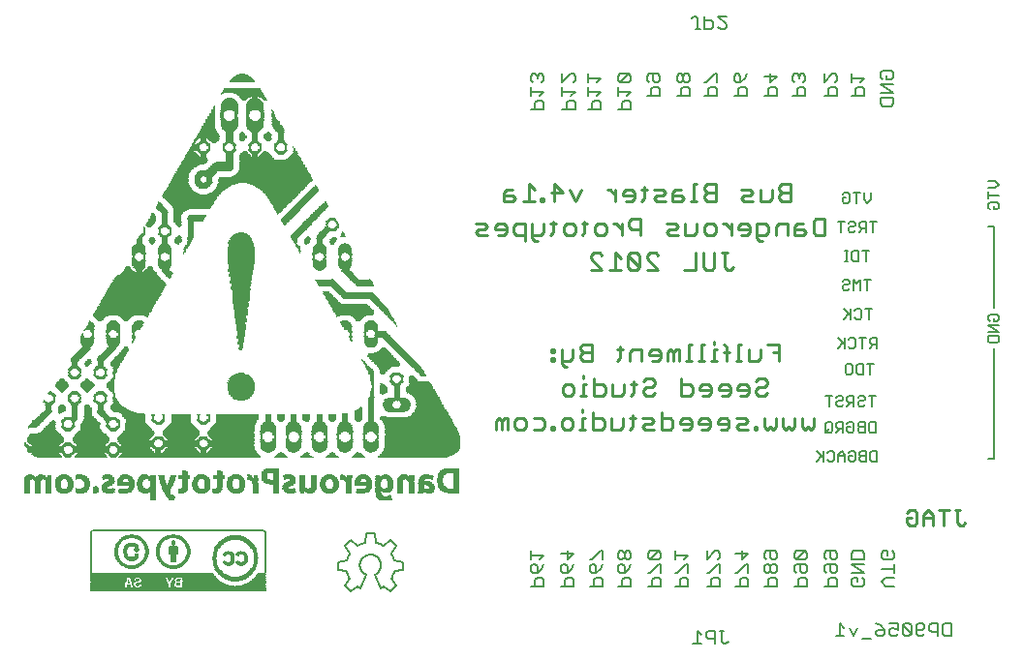
<source format=gbo>
G75*
G70*
%OFA0B0*%
%FSLAX24Y24*%
%IPPOS*%
%LPD*%
%AMOC8*
5,1,8,0,0,1.08239X$1,22.5*
%
%ADD10C,0.0110*%
%ADD11C,0.0060*%
%ADD12C,0.0050*%
%ADD13C,0.0080*%
%ADD14C,0.0090*%
%ADD15R,0.0440X0.0010*%
%ADD16R,0.0180X0.0010*%
%ADD17R,0.0210X0.0010*%
%ADD18R,0.0470X0.0010*%
%ADD19R,0.0220X0.0010*%
%ADD20R,0.0240X0.0010*%
%ADD21R,0.0480X0.0010*%
%ADD22R,0.0260X0.0010*%
%ADD23R,0.0490X0.0010*%
%ADD24R,0.0270X0.0010*%
%ADD25R,0.0500X0.0010*%
%ADD26R,0.0510X0.0010*%
%ADD27R,0.0280X0.0010*%
%ADD28R,0.0120X0.0010*%
%ADD29R,0.0250X0.0010*%
%ADD30R,0.0060X0.0010*%
%ADD31R,0.0230X0.0010*%
%ADD32R,0.0030X0.0010*%
%ADD33R,0.0200X0.0010*%
%ADD34R,0.0190X0.0010*%
%ADD35R,0.0130X0.0010*%
%ADD36R,0.0140X0.0010*%
%ADD37R,0.0170X0.0010*%
%ADD38R,0.0150X0.0010*%
%ADD39R,0.0160X0.0010*%
%ADD40R,0.0090X0.0010*%
%ADD41R,0.0100X0.0010*%
%ADD42R,0.0410X0.0010*%
%ADD43R,0.0300X0.0010*%
%ADD44R,0.0290X0.0010*%
%ADD45R,0.0380X0.0010*%
%ADD46R,0.0340X0.0010*%
%ADD47R,0.0310X0.0010*%
%ADD48R,0.0350X0.0010*%
%ADD49R,0.0320X0.0010*%
%ADD50R,0.0400X0.0010*%
%ADD51R,0.0360X0.0010*%
%ADD52R,0.0330X0.0010*%
%ADD53R,0.0370X0.0010*%
%ADD54R,0.0530X0.0010*%
%ADD55R,0.0390X0.0010*%
%ADD56R,0.0560X0.0010*%
%ADD57R,0.0450X0.0010*%
%ADD58R,0.0430X0.0010*%
%ADD59R,0.0540X0.0010*%
%ADD60R,0.0520X0.0010*%
%ADD61R,0.0550X0.0010*%
%ADD62R,0.0460X0.0010*%
%ADD63R,0.0590X0.0010*%
%ADD64R,0.0420X0.0010*%
%ADD65R,0.0600X0.0010*%
%ADD66R,0.0570X0.0010*%
%ADD67R,0.0610X0.0010*%
%ADD68R,0.0580X0.0010*%
%ADD69R,0.0630X0.0010*%
%ADD70R,0.0640X0.0010*%
%ADD71R,0.0650X0.0010*%
%ADD72R,0.0660X0.0010*%
%ADD73R,0.0110X0.0010*%
%ADD74R,0.0050X0.0010*%
%ADD75R,0.0070X0.0010*%
%ADD76R,0.0040X0.0010*%
%ADD77R,0.0020X0.0010*%
%ADD78R,0.0010X0.0010*%
%ADD79R,0.0910X0.0010*%
%ADD80R,0.0900X0.0010*%
%ADD81R,0.0080X0.0010*%
%ADD82R,0.0680X0.0010*%
%ADD83R,0.0620X0.0010*%
%ADD84R,0.2340X0.0010*%
%ADD85R,0.4900X0.0010*%
%ADD86R,0.1140X0.0010*%
%ADD87R,0.0800X0.0010*%
%ADD88R,0.2370X0.0010*%
%ADD89R,0.4860X0.0010*%
%ADD90R,0.1120X0.0010*%
%ADD91R,0.0840X0.0010*%
%ADD92R,0.2380X0.0010*%
%ADD93R,0.4850X0.0010*%
%ADD94R,0.1100X0.0010*%
%ADD95R,0.2400X0.0010*%
%ADD96R,0.4810X0.0010*%
%ADD97R,0.1080X0.0010*%
%ADD98R,0.0870X0.0010*%
%ADD99R,0.2430X0.0010*%
%ADD100R,0.4790X0.0010*%
%ADD101R,0.1060X0.0010*%
%ADD102R,0.4770X0.0010*%
%ADD103R,0.1040X0.0010*%
%ADD104R,0.2440X0.0010*%
%ADD105R,0.4750X0.0010*%
%ADD106R,0.1020X0.0010*%
%ADD107R,0.0930X0.0010*%
%ADD108R,0.2490X0.0010*%
%ADD109R,0.4730X0.0010*%
%ADD110R,0.1010X0.0010*%
%ADD111R,0.0960X0.0010*%
%ADD112R,0.1000X0.0010*%
%ADD113R,0.2500X0.0010*%
%ADD114R,0.0990X0.0010*%
%ADD115R,0.0980X0.0010*%
%ADD116R,0.2520X0.0010*%
%ADD117R,0.4680X0.0010*%
%ADD118R,0.0940X0.0010*%
%ADD119R,0.0950X0.0010*%
%ADD120R,0.0920X0.0010*%
%ADD121R,0.4670X0.0010*%
%ADD122R,0.2530X0.0010*%
%ADD123R,0.4650X0.0010*%
%ADD124R,0.2540X0.0010*%
%ADD125R,0.2570X0.0010*%
%ADD126R,0.1700X0.0010*%
%ADD127R,0.1290X0.0010*%
%ADD128R,0.1300X0.0010*%
%ADD129R,0.1350X0.0010*%
%ADD130R,0.1260X0.0010*%
%ADD131R,0.2550X0.0010*%
%ADD132R,0.1670X0.0010*%
%ADD133R,0.1280X0.0010*%
%ADD134R,0.1320X0.0010*%
%ADD135R,0.1250X0.0010*%
%ADD136R,0.1660X0.0010*%
%ADD137R,0.1310X0.0010*%
%ADD138R,0.1650X0.0010*%
%ADD139R,0.1230X0.0010*%
%ADD140R,0.1270X0.0010*%
%ADD141R,0.1640X0.0010*%
%ADD142R,0.1200X0.0010*%
%ADD143R,0.1240X0.0010*%
%ADD144R,0.2560X0.0010*%
%ADD145R,0.1620X0.0010*%
%ADD146R,0.1190X0.0010*%
%ADD147R,0.1600X0.0010*%
%ADD148R,0.1180X0.0010*%
%ADD149R,0.2590X0.0010*%
%ADD150R,0.1580X0.0010*%
%ADD151R,0.1160X0.0010*%
%ADD152R,0.1570X0.0010*%
%ADD153R,0.2580X0.0010*%
%ADD154R,0.1550X0.0010*%
%ADD155R,0.1540X0.0010*%
%ADD156R,0.1520X0.0010*%
%ADD157R,0.1510X0.0010*%
%ADD158R,0.1170X0.0010*%
%ADD159R,0.1500X0.0010*%
%ADD160R,0.1150X0.0010*%
%ADD161R,0.1490X0.0010*%
%ADD162R,0.1480X0.0010*%
%ADD163R,0.1460X0.0010*%
%ADD164R,0.1450X0.0010*%
%ADD165R,0.1130X0.0010*%
%ADD166R,0.1440X0.0010*%
%ADD167R,0.1430X0.0010*%
%ADD168R,0.1330X0.0010*%
%ADD169R,0.1340X0.0010*%
%ADD170R,0.1630X0.0010*%
%ADD171R,0.1610X0.0010*%
%ADD172R,0.0970X0.0010*%
%ADD173R,0.1030X0.0010*%
%ADD174R,0.1590X0.0010*%
%ADD175R,0.1050X0.0010*%
%ADD176R,0.1090X0.0010*%
%ADD177R,0.1110X0.0010*%
%ADD178R,0.1210X0.0010*%
%ADD179R,0.1220X0.0010*%
%ADD180R,0.1470X0.0010*%
%ADD181R,0.1070X0.0010*%
%ADD182R,0.1530X0.0010*%
%ADD183R,0.1560X0.0010*%
%ADD184R,0.0740X0.0010*%
%ADD185R,0.0730X0.0010*%
%ADD186R,0.0890X0.0010*%
%ADD187R,0.0850X0.0010*%
%ADD188R,0.0830X0.0010*%
%ADD189R,0.2510X0.0010*%
%ADD190R,0.0810X0.0010*%
%ADD191R,0.0790X0.0010*%
%ADD192R,0.0770X0.0010*%
%ADD193R,0.0760X0.0010*%
%ADD194R,0.0720X0.0010*%
%ADD195R,0.0690X0.0010*%
%ADD196R,0.2480X0.0010*%
%ADD197R,0.2470X0.0010*%
%ADD198R,0.0670X0.0010*%
%ADD199R,0.0880X0.0010*%
%ADD200R,0.2460X0.0010*%
%ADD201R,0.0860X0.0010*%
%ADD202R,0.2450X0.0010*%
%ADD203R,0.2420X0.0010*%
%ADD204R,0.1420X0.0010*%
%ADD205R,0.1410X0.0010*%
%ADD206R,0.0780X0.0010*%
%ADD207R,0.1400X0.0010*%
%ADD208R,0.0820X0.0010*%
%ADD209R,0.1390X0.0010*%
%ADD210R,0.0750X0.0010*%
%ADD211R,0.1380X0.0010*%
%ADD212R,0.0710X0.0010*%
%ADD213R,0.1370X0.0010*%
%ADD214R,0.0700X0.0010*%
%ADD215R,0.1360X0.0010*%
%ADD216R,0.2410X0.0010*%
%ADD217R,0.1900X0.0010*%
%ADD218R,0.1890X0.0010*%
%ADD219R,0.1910X0.0010*%
%ADD220R,0.1880X0.0010*%
%ADD221R,0.1870X0.0010*%
%ADD222R,0.1860X0.0010*%
%ADD223R,0.1840X0.0010*%
%ADD224R,0.1820X0.0010*%
%ADD225R,0.1800X0.0010*%
%ADD226R,0.1780X0.0010*%
%ADD227R,0.1770X0.0010*%
%ADD228R,0.1740X0.0010*%
%ADD229R,0.1730X0.0010*%
%ADD230R,0.1710X0.0010*%
%ADD231R,0.1690X0.0010*%
%ADD232R,0.1760X0.0010*%
%ADD233R,0.1790X0.0010*%
%ADD234R,0.1810X0.0010*%
%ADD235R,0.1830X0.0010*%
%ADD236R,0.1850X0.0010*%
%ADD237R,0.1920X0.0010*%
%ADD238R,0.1930X0.0010*%
%ADD239R,0.1950X0.0010*%
%ADD240R,0.1940X0.0010*%
%ADD241R,0.1720X0.0010*%
%ADD242R,0.2020X0.0010*%
%ADD243R,0.2080X0.0010*%
%ADD244R,0.2090X0.0010*%
%ADD245R,0.2160X0.0010*%
%ADD246R,0.3150X0.0010*%
%ADD247R,0.3160X0.0010*%
%ADD248R,0.3180X0.0010*%
%ADD249R,0.3190X0.0010*%
%ADD250R,0.3210X0.0010*%
%ADD251R,0.3220X0.0010*%
%ADD252R,0.3240X0.0010*%
%ADD253R,0.3250X0.0010*%
%ADD254R,0.3230X0.0010*%
%ADD255R,0.3200X0.0010*%
%ADD256R,0.3170X0.0010*%
%ADD257R,0.3130X0.0010*%
%ADD258R,0.3120X0.0010*%
%ADD259R,0.2760X0.0010*%
%ADD260R,0.2720X0.0010*%
%ADD261R,0.2690X0.0010*%
%ADD262R,0.2630X0.0010*%
%ADD263R,0.2620X0.0010*%
%ADD264R,0.2390X0.0010*%
%ADD265R,0.2360X0.0010*%
%ADD266R,0.2330X0.0010*%
%ADD267R,0.2320X0.0010*%
%ADD268R,0.2310X0.0010*%
%ADD269R,0.2290X0.0010*%
%ADD270R,0.2280X0.0010*%
%ADD271R,0.2270X0.0010*%
%ADD272R,0.2260X0.0010*%
%ADD273R,0.2250X0.0010*%
%ADD274R,0.2240X0.0010*%
%ADD275R,0.2230X0.0010*%
%ADD276R,0.2220X0.0010*%
%ADD277R,0.2200X0.0010*%
%ADD278R,0.2190X0.0010*%
%ADD279R,0.2180X0.0010*%
%ADD280R,0.2170X0.0010*%
%ADD281R,0.2140X0.0010*%
%ADD282R,0.6015X0.0015*%
%ADD283R,0.6045X0.0015*%
%ADD284R,0.4395X0.0015*%
%ADD285R,0.1620X0.0015*%
%ADD286R,0.2865X0.0015*%
%ADD287R,0.0210X0.0015*%
%ADD288R,0.0975X0.0015*%
%ADD289R,0.0075X0.0015*%
%ADD290R,0.0165X0.0015*%
%ADD291R,0.1170X0.0015*%
%ADD292R,0.0180X0.0015*%
%ADD293R,0.0945X0.0015*%
%ADD294R,0.0045X0.0015*%
%ADD295R,0.1035X0.0015*%
%ADD296R,0.1785X0.0015*%
%ADD297R,0.0930X0.0015*%
%ADD298R,0.0150X0.0015*%
%ADD299R,0.0885X0.0015*%
%ADD300R,0.1650X0.0015*%
%ADD301R,0.0060X0.0015*%
%ADD302R,0.0030X0.0015*%
%ADD303R,0.0135X0.0015*%
%ADD304R,0.1185X0.0015*%
%ADD305R,0.0810X0.0015*%
%ADD306R,0.1575X0.0015*%
%ADD307R,0.0120X0.0015*%
%ADD308R,0.0915X0.0015*%
%ADD309R,0.0765X0.0015*%
%ADD310R,0.1530X0.0015*%
%ADD311R,0.1200X0.0015*%
%ADD312R,0.0735X0.0015*%
%ADD313R,0.1485X0.0015*%
%ADD314R,0.0690X0.0015*%
%ADD315R,0.1455X0.0015*%
%ADD316R,0.1110X0.0015*%
%ADD317R,0.0660X0.0015*%
%ADD318R,0.1425X0.0015*%
%ADD319R,0.1080X0.0015*%
%ADD320R,0.1215X0.0015*%
%ADD321R,0.0630X0.0015*%
%ADD322R,0.1395X0.0015*%
%ADD323R,0.0090X0.0015*%
%ADD324R,0.1020X0.0015*%
%ADD325R,0.0600X0.0015*%
%ADD326R,0.1365X0.0015*%
%ADD327R,0.0960X0.0015*%
%ADD328R,0.0585X0.0015*%
%ADD329R,0.1335X0.0015*%
%ADD330R,0.1230X0.0015*%
%ADD331R,0.0555X0.0015*%
%ADD332R,0.1320X0.0015*%
%ADD333R,0.0540X0.0015*%
%ADD334R,0.1290X0.0015*%
%ADD335R,0.0885X0.0015*%
%ADD336R,0.0225X0.0015*%
%ADD337R,0.1245X0.0015*%
%ADD338R,0.0510X0.0015*%
%ADD339R,0.0300X0.0015*%
%ADD340R,0.1275X0.0015*%
%ADD341R,0.0105X0.0015*%
%ADD342R,0.0270X0.0015*%
%ADD343R,0.0015X0.0015*%
%ADD344R,0.0495X0.0015*%
%ADD345R,0.0435X0.0015*%
%ADD346R,0.1260X0.0015*%
%ADD347R,0.0855X0.0015*%
%ADD348R,0.0480X0.0015*%
%ADD349R,0.0525X0.0015*%
%ADD350R,0.0465X0.0015*%
%ADD351R,0.0600X0.0015*%
%ADD352R,0.0450X0.0015*%
%ADD353R,0.0675X0.0015*%
%ADD354R,0.0840X0.0015*%
%ADD355R,0.0420X0.0015*%
%ADD356R,0.0735X0.0015*%
%ADD357R,0.0405X0.0015*%
%ADD358R,0.0780X0.0015*%
%ADD359R,0.0825X0.0015*%
%ADD360R,0.1155X0.0015*%
%ADD361R,0.0195X0.0015*%
%ADD362R,0.0390X0.0015*%
%ADD363R,0.2670X0.0015*%
%ADD364R,0.0375X0.0015*%
%ADD365R,0.4320X0.0015*%
%ADD366R,0.0360X0.0015*%
%ADD367R,0.0330X0.0015*%
%ADD368R,0.4305X0.0015*%
%ADD369R,0.0345X0.0015*%
%ADD370R,0.4290X0.0015*%
%ADD371R,0.0330X0.0015*%
%ADD372R,0.4275X0.0015*%
%ADD373R,0.0255X0.0015*%
%ADD374R,0.4260X0.0015*%
%ADD375R,0.0315X0.0015*%
%ADD376R,0.0240X0.0015*%
%ADD377R,0.0300X0.0015*%
%ADD378R,0.4245X0.0015*%
%ADD379R,0.0285X0.0015*%
%ADD380R,0.4230X0.0015*%
%ADD381R,0.0270X0.0015*%
%ADD382R,0.4215X0.0015*%
%ADD383R,0.0060X0.0015*%
%ADD384R,0.0360X0.0015*%
%ADD385R,0.0450X0.0015*%
%ADD386R,0.0510X0.0015*%
%ADD387R,0.0570X0.0015*%
%ADD388R,0.0555X0.0015*%
%ADD389R,0.0615X0.0015*%
%ADD390R,0.0660X0.0015*%
%ADD391R,0.0345X0.0015*%
%ADD392R,0.0390X0.0015*%
%ADD393R,0.0315X0.0015*%
%ADD394R,0.0420X0.0015*%
%ADD395R,0.0465X0.0015*%
%ADD396R,0.0375X0.0015*%
%ADD397R,0.0285X0.0015*%
%ADD398R,0.0405X0.0015*%
%ADD399R,0.0870X0.0015*%
%ADD400R,0.0720X0.0015*%
%ADD401R,0.0645X0.0015*%
%ADD402R,0.0585X0.0015*%
%ADD403R,0.0495X0.0015*%
%ADD404R,0.0540X0.0015*%
%ADD405R,0.0480X0.0015*%
%ADD406R,0.6015X0.0015*%
%ADD407R,0.5985X0.0015*%
%ADD408R,0.5955X0.0015*%
%ADD409R,0.5895X0.0015*%
D10*
X022591Y010952D02*
X022591Y011247D01*
X022689Y011346D01*
X022788Y011247D01*
X022788Y010952D01*
X022984Y010952D02*
X022984Y011346D01*
X022886Y011346D01*
X022788Y011247D01*
X023235Y011247D02*
X023334Y011346D01*
X023531Y011346D01*
X023629Y011247D01*
X023629Y011050D01*
X023531Y010952D01*
X023334Y010952D01*
X023235Y011050D01*
X023235Y011247D01*
X023880Y011346D02*
X024175Y011346D01*
X024273Y011247D01*
X024273Y011050D01*
X024175Y010952D01*
X023880Y010952D01*
X024497Y010952D02*
X024497Y011050D01*
X024596Y011050D01*
X024596Y010952D01*
X024497Y010952D01*
X024847Y011050D02*
X024847Y011247D01*
X024945Y011346D01*
X025142Y011346D01*
X025240Y011247D01*
X025240Y011050D01*
X025142Y010952D01*
X024945Y010952D01*
X024847Y011050D01*
X025473Y010952D02*
X025670Y010952D01*
X025571Y010952D02*
X025571Y011346D01*
X025670Y011346D01*
X025571Y011542D02*
X025571Y011641D01*
X025921Y011542D02*
X025921Y010952D01*
X026216Y010952D01*
X026314Y011050D01*
X026314Y011247D01*
X026216Y011346D01*
X025921Y011346D01*
X026565Y011346D02*
X026565Y010952D01*
X026861Y010952D01*
X026959Y011050D01*
X026959Y011346D01*
X027192Y011346D02*
X027389Y011346D01*
X027290Y011444D02*
X027290Y011050D01*
X027192Y010952D01*
X027639Y011050D02*
X027738Y011149D01*
X027935Y011149D01*
X028033Y011247D01*
X027935Y011346D01*
X027639Y011346D01*
X027639Y011050D02*
X027738Y010952D01*
X028033Y010952D01*
X028284Y010952D02*
X028579Y010952D01*
X028678Y011050D01*
X028678Y011247D01*
X028579Y011346D01*
X028284Y011346D01*
X028284Y011542D02*
X028284Y010952D01*
X028929Y011149D02*
X029322Y011149D01*
X029322Y011247D02*
X029224Y011346D01*
X029027Y011346D01*
X028929Y011247D01*
X028929Y011149D01*
X029027Y010952D02*
X029224Y010952D01*
X029322Y011050D01*
X029322Y011247D01*
X029573Y011247D02*
X029573Y011149D01*
X029967Y011149D01*
X029967Y011247D02*
X029868Y011346D01*
X029671Y011346D01*
X029573Y011247D01*
X029671Y010952D02*
X029868Y010952D01*
X029967Y011050D01*
X029967Y011247D01*
X030218Y011247D02*
X030316Y011346D01*
X030513Y011346D01*
X030611Y011247D01*
X030611Y011050D01*
X030513Y010952D01*
X030316Y010952D01*
X030218Y011149D02*
X030611Y011149D01*
X030862Y011050D02*
X030961Y010952D01*
X031256Y010952D01*
X031157Y011149D02*
X030961Y011149D01*
X030862Y011050D01*
X030862Y011346D02*
X031157Y011346D01*
X031256Y011247D01*
X031157Y011149D01*
X031480Y011050D02*
X031480Y010952D01*
X031578Y010952D01*
X031578Y011050D01*
X031480Y011050D01*
X031829Y011050D02*
X031927Y010952D01*
X032026Y011050D01*
X032124Y010952D01*
X032223Y011050D01*
X032223Y011346D01*
X032473Y011346D02*
X032473Y011050D01*
X032572Y010952D01*
X032670Y011050D01*
X032769Y010952D01*
X032867Y011050D01*
X032867Y011346D01*
X033118Y011346D02*
X033118Y011050D01*
X033216Y010952D01*
X033315Y011050D01*
X033413Y010952D01*
X033512Y011050D01*
X033512Y011346D01*
X031829Y011346D02*
X031829Y011050D01*
X031838Y012133D02*
X031937Y012231D01*
X031838Y012133D02*
X031642Y012133D01*
X031543Y012231D01*
X031543Y012330D01*
X031642Y012428D01*
X031838Y012428D01*
X031937Y012527D01*
X031937Y012625D01*
X031838Y012724D01*
X031642Y012724D01*
X031543Y012625D01*
X031292Y012428D02*
X031194Y012527D01*
X030997Y012527D01*
X030899Y012428D01*
X030899Y012330D01*
X031292Y012330D01*
X031292Y012428D02*
X031292Y012231D01*
X031194Y012133D01*
X030997Y012133D01*
X030648Y012231D02*
X030648Y012428D01*
X030549Y012527D01*
X030353Y012527D01*
X030254Y012428D01*
X030254Y012330D01*
X030648Y012330D01*
X030648Y012231D02*
X030549Y012133D01*
X030353Y012133D01*
X030003Y012231D02*
X030003Y012428D01*
X029905Y012527D01*
X029708Y012527D01*
X029610Y012428D01*
X029610Y012330D01*
X030003Y012330D01*
X030003Y012231D02*
X029905Y012133D01*
X029708Y012133D01*
X029359Y012231D02*
X029359Y012428D01*
X029260Y012527D01*
X028965Y012527D01*
X028965Y012724D02*
X028965Y012133D01*
X029260Y012133D01*
X029359Y012231D01*
X029323Y013314D02*
X029126Y013314D01*
X029224Y013314D02*
X029224Y013905D01*
X029323Y013905D01*
X029654Y013905D02*
X029654Y013314D01*
X029752Y013314D02*
X029556Y013314D01*
X029985Y013314D02*
X030182Y013314D01*
X030084Y013314D02*
X030084Y013708D01*
X030182Y013708D01*
X030084Y013905D02*
X030084Y014003D01*
X030415Y013905D02*
X030513Y013806D01*
X030513Y013314D01*
X030415Y013609D02*
X030612Y013609D01*
X030845Y013314D02*
X031041Y013314D01*
X030943Y013314D02*
X030943Y013905D01*
X031041Y013905D01*
X031292Y013708D02*
X031292Y013314D01*
X031588Y013314D01*
X031686Y013413D01*
X031686Y013708D01*
X031937Y013905D02*
X032331Y013905D01*
X032331Y013314D01*
X032331Y013609D02*
X032134Y013609D01*
X029752Y013905D02*
X029654Y013905D01*
X028893Y013708D02*
X028795Y013708D01*
X028696Y013609D01*
X028598Y013708D01*
X028499Y013609D01*
X028499Y013314D01*
X028696Y013314D02*
X028696Y013609D01*
X028893Y013708D02*
X028893Y013314D01*
X028249Y013413D02*
X028150Y013314D01*
X027953Y013314D01*
X027855Y013511D02*
X028249Y013511D01*
X028249Y013413D02*
X028249Y013609D01*
X028150Y013708D01*
X027953Y013708D01*
X027855Y013609D01*
X027855Y013511D01*
X027604Y013314D02*
X027604Y013708D01*
X027309Y013708D01*
X027210Y013609D01*
X027210Y013314D01*
X026861Y013413D02*
X026763Y013314D01*
X026861Y013413D02*
X026861Y013806D01*
X026959Y013708D02*
X026763Y013708D01*
X025885Y013609D02*
X025590Y013609D01*
X025492Y013511D01*
X025492Y013413D01*
X025590Y013314D01*
X025885Y013314D01*
X025885Y013905D01*
X025590Y013905D01*
X025492Y013806D01*
X025492Y013708D01*
X025590Y013609D01*
X025241Y013708D02*
X025241Y013413D01*
X025142Y013314D01*
X024847Y013314D01*
X024847Y013216D02*
X024945Y013117D01*
X025044Y013117D01*
X024847Y013216D02*
X024847Y013708D01*
X024596Y013708D02*
X024596Y013609D01*
X024498Y013609D01*
X024498Y013708D01*
X024596Y013708D01*
X024596Y013413D02*
X024596Y013314D01*
X024498Y013314D01*
X024498Y013413D01*
X024596Y013413D01*
X025608Y012822D02*
X025608Y012724D01*
X025608Y012527D02*
X025608Y012133D01*
X025706Y012133D02*
X025510Y012133D01*
X025277Y012231D02*
X025178Y012133D01*
X024981Y012133D01*
X024883Y012231D01*
X024883Y012428D01*
X024981Y012527D01*
X025178Y012527D01*
X025277Y012428D01*
X025277Y012231D01*
X025608Y012527D02*
X025706Y012527D01*
X025957Y012527D02*
X026253Y012527D01*
X026351Y012428D01*
X026351Y012231D01*
X026253Y012133D01*
X025957Y012133D01*
X025957Y012724D01*
X026602Y012527D02*
X026602Y012133D01*
X026897Y012133D01*
X026995Y012231D01*
X026995Y012527D01*
X027228Y012527D02*
X027425Y012527D01*
X027327Y012625D02*
X027327Y012231D01*
X027228Y012133D01*
X027676Y012231D02*
X027774Y012133D01*
X027971Y012133D01*
X028070Y012231D01*
X027971Y012428D02*
X027774Y012428D01*
X027676Y012330D01*
X027676Y012231D01*
X027971Y012428D02*
X028070Y012527D01*
X028070Y012625D01*
X027971Y012724D01*
X027774Y012724D01*
X027676Y012625D01*
X030218Y011247D02*
X030218Y011149D01*
X030013Y016464D02*
X029816Y016464D01*
X029718Y016562D01*
X029718Y017054D01*
X029467Y017054D02*
X029467Y016464D01*
X029073Y016464D01*
X028178Y016464D02*
X027784Y016857D01*
X027784Y016956D01*
X027882Y017054D01*
X028079Y017054D01*
X028178Y016956D01*
X027533Y016956D02*
X027435Y017054D01*
X027238Y017054D01*
X027139Y016956D01*
X027533Y016562D01*
X027435Y016464D01*
X027238Y016464D01*
X027139Y016562D01*
X027139Y016956D01*
X026889Y016857D02*
X026692Y017054D01*
X026692Y016464D01*
X026889Y016464D02*
X026495Y016464D01*
X026244Y016464D02*
X025850Y016857D01*
X025850Y016956D01*
X025949Y017054D01*
X026146Y017054D01*
X026244Y016956D01*
X026244Y016464D02*
X025850Y016464D01*
X026091Y017645D02*
X025992Y017743D01*
X025992Y017940D01*
X026091Y018039D01*
X026287Y018039D01*
X026386Y017940D01*
X026386Y017743D01*
X026287Y017645D01*
X026091Y017645D01*
X025643Y017743D02*
X025545Y017645D01*
X025643Y017743D02*
X025643Y018137D01*
X025741Y018039D02*
X025545Y018039D01*
X025312Y017940D02*
X025312Y017743D01*
X025213Y017645D01*
X025016Y017645D01*
X024918Y017743D01*
X024918Y017940D01*
X025016Y018039D01*
X025213Y018039D01*
X025312Y017940D01*
X024667Y018039D02*
X024470Y018039D01*
X024569Y018137D02*
X024569Y017743D01*
X024470Y017645D01*
X024237Y017743D02*
X024237Y018039D01*
X024237Y017743D02*
X024139Y017645D01*
X023844Y017645D01*
X023844Y017547D02*
X023942Y017448D01*
X024041Y017448D01*
X023844Y017547D02*
X023844Y018039D01*
X023593Y018039D02*
X023298Y018039D01*
X023199Y017940D01*
X023199Y017743D01*
X023298Y017645D01*
X023593Y017645D01*
X023593Y017448D02*
X023593Y018039D01*
X022948Y017940D02*
X022948Y017743D01*
X022850Y017645D01*
X022653Y017645D01*
X022555Y017842D02*
X022948Y017842D01*
X022948Y017940D02*
X022850Y018039D01*
X022653Y018039D01*
X022555Y017940D01*
X022555Y017842D01*
X022304Y017940D02*
X022205Y018039D01*
X021910Y018039D01*
X022009Y017842D02*
X022205Y017842D01*
X022304Y017940D01*
X022304Y017645D02*
X022009Y017645D01*
X021910Y017743D01*
X022009Y017842D01*
X022878Y018826D02*
X023173Y018826D01*
X023271Y018924D01*
X023173Y019023D01*
X022878Y019023D01*
X022878Y019121D02*
X022878Y018826D01*
X022878Y019121D02*
X022976Y019220D01*
X023173Y019220D01*
X023522Y018826D02*
X023916Y018826D01*
X023719Y018826D02*
X023719Y019416D01*
X023916Y019220D01*
X024140Y018924D02*
X024140Y018826D01*
X024238Y018826D01*
X024238Y018924D01*
X024140Y018924D01*
X024489Y019121D02*
X024882Y019121D01*
X024587Y019416D01*
X024587Y018826D01*
X025133Y019220D02*
X025330Y018826D01*
X025527Y019220D01*
X026413Y019220D02*
X026512Y019220D01*
X026709Y019023D01*
X026709Y018826D02*
X026709Y019220D01*
X026959Y019121D02*
X026959Y019023D01*
X027353Y019023D01*
X027353Y019121D02*
X027255Y019220D01*
X027058Y019220D01*
X026959Y019121D01*
X027058Y018826D02*
X027255Y018826D01*
X027353Y018924D01*
X027353Y019121D01*
X027586Y019220D02*
X027783Y019220D01*
X027684Y019318D02*
X027684Y018924D01*
X027586Y018826D01*
X028034Y018924D02*
X028132Y019023D01*
X028329Y019023D01*
X028427Y019121D01*
X028329Y019220D01*
X028034Y019220D01*
X028034Y018924D02*
X028132Y018826D01*
X028427Y018826D01*
X028678Y018826D02*
X028974Y018826D01*
X029072Y018924D01*
X028974Y019023D01*
X028678Y019023D01*
X028678Y019121D02*
X028678Y018826D01*
X028678Y019121D02*
X028777Y019220D01*
X028974Y019220D01*
X029403Y019416D02*
X029403Y018826D01*
X029305Y018826D02*
X029502Y018826D01*
X029752Y018924D02*
X029752Y019023D01*
X029851Y019121D01*
X030146Y019121D01*
X030146Y018826D02*
X029851Y018826D01*
X029752Y018924D01*
X029851Y019121D02*
X029752Y019220D01*
X029752Y019318D01*
X029851Y019416D01*
X030146Y019416D01*
X030146Y018826D01*
X029502Y019416D02*
X029403Y019416D01*
X031041Y019220D02*
X031337Y019220D01*
X031435Y019121D01*
X031337Y019023D01*
X031140Y019023D01*
X031041Y018924D01*
X031140Y018826D01*
X031435Y018826D01*
X031686Y018826D02*
X031686Y019220D01*
X032080Y019220D02*
X032080Y018924D01*
X031981Y018826D01*
X031686Y018826D01*
X032331Y018924D02*
X032331Y019023D01*
X032429Y019121D01*
X032724Y019121D01*
X032724Y018826D02*
X032429Y018826D01*
X032331Y018924D01*
X032429Y019121D02*
X032331Y019220D01*
X032331Y019318D01*
X032429Y019416D01*
X032724Y019416D01*
X032724Y018826D01*
X033512Y018137D02*
X033610Y018235D01*
X033905Y018235D01*
X033905Y017645D01*
X033610Y017645D01*
X033512Y017743D01*
X033512Y018137D01*
X033162Y018039D02*
X032966Y018039D01*
X032867Y017940D01*
X032867Y017645D01*
X033162Y017645D01*
X033261Y017743D01*
X033162Y017842D01*
X032867Y017842D01*
X032616Y018039D02*
X032321Y018039D01*
X032223Y017940D01*
X032223Y017645D01*
X031972Y017743D02*
X031972Y017940D01*
X031873Y018039D01*
X031578Y018039D01*
X031578Y017547D01*
X031676Y017448D01*
X031775Y017448D01*
X031873Y017645D02*
X031578Y017645D01*
X031327Y017743D02*
X031327Y017940D01*
X031229Y018039D01*
X031032Y018039D01*
X030934Y017940D01*
X030934Y017842D01*
X031327Y017842D01*
X031327Y017743D02*
X031229Y017645D01*
X031032Y017645D01*
X030683Y017645D02*
X030683Y018039D01*
X030683Y017842D02*
X030486Y018039D01*
X030387Y018039D01*
X030146Y017940D02*
X030146Y017743D01*
X030047Y017645D01*
X029850Y017645D01*
X029752Y017743D01*
X029752Y017940D01*
X029850Y018039D01*
X030047Y018039D01*
X030146Y017940D01*
X029501Y018039D02*
X029501Y017743D01*
X029403Y017645D01*
X029107Y017645D01*
X029107Y018039D01*
X028857Y017940D02*
X028758Y018039D01*
X028463Y018039D01*
X028561Y017842D02*
X028758Y017842D01*
X028857Y017940D01*
X028857Y017645D02*
X028561Y017645D01*
X028463Y017743D01*
X028561Y017842D01*
X027567Y017842D02*
X027272Y017842D01*
X027174Y017940D01*
X027174Y018137D01*
X027272Y018235D01*
X027567Y018235D01*
X027567Y017645D01*
X026923Y017645D02*
X026923Y018039D01*
X026726Y018039D02*
X026628Y018039D01*
X026726Y018039D02*
X026923Y017842D01*
X027533Y016956D02*
X027533Y016562D01*
X027784Y016464D02*
X028178Y016464D01*
X030013Y016464D02*
X030111Y016562D01*
X030111Y017054D01*
X030362Y017054D02*
X030559Y017054D01*
X030460Y017054D02*
X030460Y016562D01*
X030559Y016464D01*
X030657Y016464D01*
X030756Y016562D01*
X031873Y017645D02*
X031972Y017743D01*
X032616Y017645D02*
X032616Y018039D01*
D11*
X035891Y022101D02*
X035818Y022174D01*
X035818Y022394D01*
X036258Y022394D01*
X036258Y022174D01*
X036185Y022101D01*
X035891Y022101D01*
X035259Y022457D02*
X035259Y022677D01*
X035186Y022751D01*
X035039Y022751D01*
X034966Y022677D01*
X034966Y022457D01*
X034819Y022457D02*
X035259Y022457D01*
X035818Y022561D02*
X036258Y022561D01*
X035818Y022854D01*
X036258Y022854D01*
X036185Y023021D02*
X036038Y023021D01*
X036038Y023168D01*
X036185Y023021D02*
X036258Y023095D01*
X036258Y023241D01*
X036185Y023315D01*
X035891Y023315D01*
X035818Y023241D01*
X035818Y023095D01*
X035891Y023021D01*
X035259Y023064D02*
X034819Y023064D01*
X034819Y022917D02*
X034819Y023211D01*
X035113Y022917D02*
X035259Y023064D01*
X034324Y022991D02*
X034251Y022917D01*
X034324Y022991D02*
X034324Y023138D01*
X034251Y023211D01*
X034178Y023211D01*
X033884Y022917D01*
X033884Y023211D01*
X034104Y022751D02*
X034031Y022677D01*
X034031Y022457D01*
X033884Y022457D02*
X034324Y022457D01*
X034324Y022677D01*
X034251Y022751D01*
X034104Y022751D01*
X033242Y022677D02*
X033242Y022457D01*
X032801Y022457D01*
X032948Y022457D02*
X032948Y022677D01*
X033021Y022751D01*
X033168Y022751D01*
X033242Y022677D01*
X033168Y022917D02*
X033242Y022991D01*
X033242Y023138D01*
X033168Y023211D01*
X033095Y023211D01*
X033021Y023138D01*
X032948Y023211D01*
X032875Y023211D01*
X032801Y023138D01*
X032801Y022991D01*
X032875Y022917D01*
X033021Y023064D02*
X033021Y023138D01*
X032257Y023138D02*
X032037Y022917D01*
X032037Y023211D01*
X031817Y023138D02*
X032257Y023138D01*
X032184Y022751D02*
X032037Y022751D01*
X031964Y022677D01*
X031964Y022457D01*
X031817Y022457D02*
X032257Y022457D01*
X032257Y022677D01*
X032184Y022751D01*
X031224Y022677D02*
X031224Y022457D01*
X030784Y022457D01*
X030930Y022457D02*
X030930Y022677D01*
X031004Y022751D01*
X031151Y022751D01*
X031224Y022677D01*
X031004Y022917D02*
X031004Y023138D01*
X030930Y023211D01*
X030857Y023211D01*
X030784Y023138D01*
X030784Y022991D01*
X030857Y022917D01*
X031004Y022917D01*
X031151Y023064D01*
X031224Y023211D01*
X030191Y023211D02*
X030191Y022917D01*
X030117Y022751D02*
X029970Y022751D01*
X029897Y022677D01*
X029897Y022457D01*
X029750Y022457D02*
X030191Y022457D01*
X030191Y022677D01*
X030117Y022751D01*
X029824Y022917D02*
X029750Y022917D01*
X029824Y022917D02*
X030117Y023211D01*
X030191Y023211D01*
X029255Y023138D02*
X029255Y022991D01*
X029182Y022917D01*
X029109Y022917D01*
X029035Y022991D01*
X029035Y023138D01*
X028962Y023211D01*
X028889Y023211D01*
X028815Y023138D01*
X028815Y022991D01*
X028889Y022917D01*
X028962Y022917D01*
X029035Y022991D01*
X029035Y023138D02*
X029109Y023211D01*
X029182Y023211D01*
X029255Y023138D01*
X029182Y022751D02*
X029035Y022751D01*
X028962Y022677D01*
X028962Y022457D01*
X028815Y022457D02*
X029255Y022457D01*
X029255Y022677D01*
X029182Y022751D01*
X028222Y022677D02*
X028222Y022457D01*
X027782Y022457D01*
X027928Y022457D02*
X027928Y022677D01*
X028002Y022751D01*
X028149Y022751D01*
X028222Y022677D01*
X028149Y022917D02*
X028075Y022917D01*
X028002Y022991D01*
X028002Y023211D01*
X028149Y023211D02*
X028222Y023138D01*
X028222Y022991D01*
X028149Y022917D01*
X028149Y023211D02*
X027855Y023211D01*
X027782Y023138D01*
X027782Y022991D01*
X027855Y022917D01*
X027238Y022991D02*
X027238Y023138D01*
X027164Y023211D01*
X026871Y022917D01*
X026797Y022991D01*
X026797Y023138D01*
X026871Y023211D01*
X027164Y023211D01*
X027238Y022991D02*
X027164Y022917D01*
X026871Y022917D01*
X026797Y022751D02*
X026797Y022457D01*
X026797Y022604D02*
X027238Y022604D01*
X027091Y022457D01*
X027164Y022290D02*
X027018Y022290D01*
X026944Y022217D01*
X026944Y021997D01*
X026797Y021997D02*
X027238Y021997D01*
X027238Y022217D01*
X027164Y022290D01*
X026204Y022217D02*
X026131Y022290D01*
X025984Y022290D01*
X025911Y022217D01*
X025911Y021997D01*
X025764Y021997D02*
X026204Y021997D01*
X026204Y022217D01*
X026058Y022457D02*
X026204Y022604D01*
X025764Y022604D01*
X025764Y022457D02*
X025764Y022751D01*
X025764Y022917D02*
X025764Y023211D01*
X025764Y023064D02*
X026204Y023064D01*
X026058Y022917D01*
X025318Y022991D02*
X025318Y023138D01*
X025245Y023211D01*
X025172Y023211D01*
X024878Y022917D01*
X024878Y023211D01*
X025245Y022917D02*
X025318Y022991D01*
X025318Y022604D02*
X024878Y022604D01*
X024878Y022457D02*
X024878Y022751D01*
X025172Y022457D02*
X025318Y022604D01*
X025245Y022290D02*
X025098Y022290D01*
X025025Y022217D01*
X025025Y021997D01*
X024878Y021997D02*
X025318Y021997D01*
X025318Y022217D01*
X025245Y022290D01*
X024236Y022217D02*
X024162Y022290D01*
X024016Y022290D01*
X023942Y022217D01*
X023942Y021997D01*
X023795Y021997D02*
X024236Y021997D01*
X024236Y022217D01*
X024089Y022457D02*
X024236Y022604D01*
X023795Y022604D01*
X023795Y022457D02*
X023795Y022751D01*
X023869Y022917D02*
X023795Y022991D01*
X023795Y023138D01*
X023869Y023211D01*
X023942Y023211D01*
X024016Y023138D01*
X024016Y023064D01*
X024016Y023138D02*
X024089Y023211D01*
X024162Y023211D01*
X024236Y023138D01*
X024236Y022991D01*
X024162Y022917D01*
X029318Y025129D02*
X029391Y025203D01*
X029465Y025203D01*
X029538Y025129D01*
X029538Y024762D01*
X029465Y024762D02*
X029612Y024762D01*
X029778Y024762D02*
X029999Y024762D01*
X030072Y024836D01*
X030072Y024982D01*
X029999Y025056D01*
X029778Y025056D01*
X029778Y025203D02*
X029778Y024762D01*
X030239Y024836D02*
X030312Y024762D01*
X030459Y024762D01*
X030532Y024836D01*
X030532Y024909D01*
X030239Y025203D01*
X030532Y025203D01*
X030216Y006774D02*
X030142Y006774D01*
X029849Y006480D01*
X029849Y006774D01*
X030216Y006774D02*
X030289Y006701D01*
X030289Y006554D01*
X030216Y006480D01*
X030216Y006314D02*
X029922Y006020D01*
X029849Y006020D01*
X030069Y005853D02*
X029995Y005780D01*
X029995Y005560D01*
X029849Y005560D02*
X030289Y005560D01*
X030289Y005780D01*
X030216Y005853D01*
X030069Y005853D01*
X030289Y006020D02*
X030289Y006314D01*
X030216Y006314D01*
X030833Y006020D02*
X030906Y006020D01*
X031200Y006314D01*
X031273Y006314D01*
X031273Y006020D01*
X031200Y005853D02*
X031053Y005853D01*
X030980Y005780D01*
X030980Y005560D01*
X030833Y005560D02*
X031273Y005560D01*
X031273Y005780D01*
X031200Y005853D01*
X031817Y006093D02*
X031890Y006020D01*
X031964Y006020D01*
X032037Y006093D01*
X032037Y006240D01*
X031964Y006314D01*
X031890Y006314D01*
X031817Y006240D01*
X031817Y006093D01*
X032037Y006093D02*
X032111Y006020D01*
X032184Y006020D01*
X032257Y006093D01*
X032257Y006240D01*
X032184Y006314D01*
X032111Y006314D01*
X032037Y006240D01*
X032111Y006480D02*
X032037Y006554D01*
X032037Y006774D01*
X031890Y006774D02*
X032184Y006774D01*
X032257Y006701D01*
X032257Y006554D01*
X032184Y006480D01*
X032111Y006480D01*
X031890Y006480D02*
X031817Y006554D01*
X031817Y006701D01*
X031890Y006774D01*
X031273Y006701D02*
X031053Y006480D01*
X031053Y006774D01*
X030833Y006701D02*
X031273Y006701D01*
X032037Y005853D02*
X031964Y005780D01*
X031964Y005560D01*
X031817Y005560D02*
X032257Y005560D01*
X032257Y005780D01*
X032184Y005853D01*
X032037Y005853D01*
X032851Y006093D02*
X032851Y006240D01*
X032924Y006314D01*
X033218Y006314D01*
X033291Y006240D01*
X033291Y006093D01*
X033218Y006020D01*
X033144Y006020D01*
X033071Y006093D01*
X033071Y006314D01*
X033218Y006480D02*
X033291Y006554D01*
X033291Y006701D01*
X033218Y006774D01*
X032924Y006480D01*
X032851Y006554D01*
X032851Y006701D01*
X032924Y006774D01*
X033218Y006774D01*
X033218Y006480D02*
X032924Y006480D01*
X032851Y006093D02*
X032924Y006020D01*
X033071Y005853D02*
X032997Y005780D01*
X032997Y005560D01*
X032851Y005560D02*
X033291Y005560D01*
X033291Y005780D01*
X033218Y005853D01*
X033071Y005853D01*
X033884Y006093D02*
X033884Y006240D01*
X033957Y006314D01*
X034251Y006314D01*
X034324Y006240D01*
X034324Y006093D01*
X034251Y006020D01*
X034178Y006020D01*
X034104Y006093D01*
X034104Y006314D01*
X034178Y006480D02*
X034104Y006554D01*
X034104Y006774D01*
X033957Y006774D02*
X034251Y006774D01*
X034324Y006701D01*
X034324Y006554D01*
X034251Y006480D01*
X034178Y006480D01*
X033957Y006480D02*
X033884Y006554D01*
X033884Y006701D01*
X033957Y006774D01*
X033884Y006093D02*
X033957Y006020D01*
X034104Y005853D02*
X034031Y005780D01*
X034031Y005560D01*
X033884Y005560D02*
X034324Y005560D01*
X034324Y005780D01*
X034251Y005853D01*
X034104Y005853D01*
X034819Y005780D02*
X034892Y005853D01*
X035039Y005853D01*
X035039Y005706D01*
X034892Y005560D02*
X034819Y005633D01*
X034819Y005780D01*
X034892Y005560D02*
X035186Y005560D01*
X035259Y005633D01*
X035259Y005780D01*
X035186Y005853D01*
X035259Y006020D02*
X034819Y006020D01*
X034819Y006314D02*
X035259Y006314D01*
X035259Y006480D02*
X035259Y006701D01*
X035186Y006774D01*
X034892Y006774D01*
X034819Y006701D01*
X034819Y006480D01*
X035259Y006480D01*
X035259Y006020D02*
X034819Y006314D01*
X035853Y006167D02*
X036293Y006167D01*
X036293Y006020D02*
X036293Y006314D01*
X036219Y006480D02*
X035926Y006480D01*
X035853Y006554D01*
X035853Y006701D01*
X035926Y006774D01*
X036073Y006774D01*
X036073Y006627D01*
X036219Y006480D02*
X036293Y006554D01*
X036293Y006701D01*
X036219Y006774D01*
X036293Y005853D02*
X035999Y005853D01*
X035853Y005706D01*
X035999Y005560D01*
X036293Y005560D01*
X036420Y004281D02*
X036420Y004061D01*
X036273Y004134D01*
X036199Y004134D01*
X036126Y004061D01*
X036126Y003914D01*
X036199Y003840D01*
X036346Y003840D01*
X036420Y003914D01*
X036586Y003914D02*
X036660Y003840D01*
X036807Y003840D01*
X036880Y003914D01*
X036586Y004207D01*
X036586Y003914D01*
X036586Y004207D02*
X036660Y004281D01*
X036807Y004281D01*
X036880Y004207D01*
X036880Y003914D01*
X037047Y003914D02*
X037120Y003840D01*
X037267Y003840D01*
X037340Y003914D01*
X037267Y004061D02*
X037047Y004061D01*
X037047Y004207D02*
X037047Y003914D01*
X037267Y004061D02*
X037340Y004134D01*
X037340Y004207D01*
X037267Y004281D01*
X037120Y004281D01*
X037047Y004207D01*
X037507Y004207D02*
X037507Y004061D01*
X037581Y003987D01*
X037801Y003987D01*
X037801Y003840D02*
X037801Y004281D01*
X037581Y004281D01*
X037507Y004207D01*
X037967Y004207D02*
X037967Y003914D01*
X038041Y003840D01*
X038261Y003840D01*
X038261Y004281D01*
X038041Y004281D01*
X037967Y004207D01*
X036420Y004281D02*
X036126Y004281D01*
X035959Y004061D02*
X035739Y004061D01*
X035666Y003987D01*
X035666Y003914D01*
X035739Y003840D01*
X035886Y003840D01*
X035959Y003914D01*
X035959Y004061D01*
X035812Y004207D01*
X035666Y004281D01*
X035499Y003767D02*
X035205Y003767D01*
X034892Y003840D02*
X034745Y004134D01*
X034578Y004134D02*
X034431Y004281D01*
X034431Y003840D01*
X034285Y003840D02*
X034578Y003840D01*
X034892Y003840D02*
X035039Y004134D01*
X030584Y003668D02*
X030510Y003594D01*
X030437Y003594D01*
X030364Y003668D01*
X030364Y004035D01*
X030437Y004035D02*
X030290Y004035D01*
X030124Y004035D02*
X030124Y003594D01*
X030124Y003741D02*
X029903Y003741D01*
X029830Y003814D01*
X029830Y003961D01*
X029903Y004035D01*
X030124Y004035D01*
X029663Y003888D02*
X029516Y004035D01*
X029516Y003594D01*
X029370Y003594D02*
X029663Y003594D01*
X029206Y005560D02*
X028766Y005560D01*
X028913Y005560D02*
X028913Y005780D01*
X028986Y005853D01*
X029133Y005853D01*
X029206Y005780D01*
X029206Y005560D01*
X029206Y006020D02*
X029206Y006314D01*
X029133Y006314D01*
X028839Y006020D01*
X028766Y006020D01*
X028766Y006480D02*
X028766Y006774D01*
X028766Y006627D02*
X029206Y006627D01*
X029059Y006480D01*
X028271Y006554D02*
X028198Y006480D01*
X027904Y006480D01*
X028198Y006774D01*
X027904Y006774D01*
X027831Y006701D01*
X027831Y006554D01*
X027904Y006480D01*
X028198Y006314D02*
X027904Y006020D01*
X027831Y006020D01*
X028051Y005853D02*
X027978Y005780D01*
X027978Y005560D01*
X027831Y005560D02*
X028271Y005560D01*
X028271Y005780D01*
X028198Y005853D01*
X028051Y005853D01*
X028271Y006020D02*
X028271Y006314D01*
X028198Y006314D01*
X028271Y006554D02*
X028271Y006701D01*
X028198Y006774D01*
X027238Y006701D02*
X027164Y006774D01*
X027091Y006774D01*
X027018Y006701D01*
X027018Y006554D01*
X027091Y006480D01*
X027164Y006480D01*
X027238Y006554D01*
X027238Y006701D01*
X027018Y006701D02*
X026944Y006774D01*
X026871Y006774D01*
X026797Y006701D01*
X026797Y006554D01*
X026871Y006480D01*
X026944Y006480D01*
X027018Y006554D01*
X026944Y006314D02*
X027018Y006240D01*
X027018Y006020D01*
X026871Y006020D01*
X026797Y006093D01*
X026797Y006240D01*
X026871Y006314D01*
X026944Y006314D01*
X027164Y006167D02*
X027018Y006020D01*
X027018Y005853D02*
X026944Y005780D01*
X026944Y005560D01*
X026797Y005560D02*
X027238Y005560D01*
X027238Y005780D01*
X027164Y005853D01*
X027018Y005853D01*
X027164Y006167D02*
X027238Y006314D01*
X026254Y006314D02*
X026180Y006167D01*
X026033Y006020D01*
X026033Y006240D01*
X025960Y006314D01*
X025887Y006314D01*
X025813Y006240D01*
X025813Y006093D01*
X025887Y006020D01*
X026033Y006020D01*
X026033Y005853D02*
X025960Y005780D01*
X025960Y005560D01*
X025813Y005560D02*
X026254Y005560D01*
X026254Y005780D01*
X026180Y005853D01*
X026033Y005853D01*
X025269Y005780D02*
X025269Y005560D01*
X024829Y005560D01*
X024976Y005560D02*
X024976Y005780D01*
X025049Y005853D01*
X025196Y005853D01*
X025269Y005780D01*
X025049Y006020D02*
X025049Y006240D01*
X024976Y006314D01*
X024902Y006314D01*
X024829Y006240D01*
X024829Y006093D01*
X024902Y006020D01*
X025049Y006020D01*
X025196Y006167D01*
X025269Y006314D01*
X025049Y006480D02*
X025049Y006774D01*
X024829Y006701D02*
X025269Y006701D01*
X025049Y006480D01*
X025813Y006480D02*
X025887Y006480D01*
X026180Y006774D01*
X026254Y006774D01*
X026254Y006480D01*
X024236Y006627D02*
X024089Y006480D01*
X024236Y006627D02*
X023795Y006627D01*
X023795Y006480D02*
X023795Y006774D01*
X023869Y006314D02*
X023795Y006240D01*
X023795Y006093D01*
X023869Y006020D01*
X024016Y006020D01*
X024016Y006240D01*
X023942Y006314D01*
X023869Y006314D01*
X024162Y006167D02*
X024236Y006314D01*
X024162Y006167D02*
X024016Y006020D01*
X024016Y005853D02*
X023942Y005780D01*
X023942Y005560D01*
X023795Y005560D02*
X024236Y005560D01*
X024236Y005780D01*
X024162Y005853D01*
X024016Y005853D01*
D12*
X033626Y009865D02*
X033801Y010040D01*
X033860Y009982D02*
X033626Y010216D01*
X033860Y010216D02*
X033860Y009865D01*
X033994Y009924D02*
X034053Y009865D01*
X034169Y009865D01*
X034228Y009924D01*
X034228Y010157D01*
X034169Y010216D01*
X034053Y010216D01*
X033994Y010157D01*
X034363Y010099D02*
X034363Y009865D01*
X034363Y010040D02*
X034596Y010040D01*
X034596Y010099D02*
X034596Y009865D01*
X034731Y009924D02*
X034731Y010040D01*
X034848Y010040D01*
X034964Y009924D02*
X034906Y009865D01*
X034789Y009865D01*
X034731Y009924D01*
X034596Y010099D02*
X034479Y010216D01*
X034363Y010099D01*
X034731Y010157D02*
X034789Y010216D01*
X034906Y010216D01*
X034964Y010157D01*
X034964Y009924D01*
X035099Y009924D02*
X035158Y009865D01*
X035333Y009865D01*
X035333Y010216D01*
X035158Y010216D01*
X035099Y010157D01*
X035099Y010099D01*
X035158Y010040D01*
X035333Y010040D01*
X035158Y010040D02*
X035099Y009982D01*
X035099Y009924D01*
X035468Y009924D02*
X035468Y010157D01*
X035526Y010216D01*
X035701Y010216D01*
X035701Y009865D01*
X035526Y009865D01*
X035468Y009924D01*
X035472Y010865D02*
X035414Y010924D01*
X035414Y011157D01*
X035472Y011216D01*
X035647Y011216D01*
X035647Y010865D01*
X035472Y010865D01*
X035279Y010865D02*
X035104Y010865D01*
X035045Y010924D01*
X035045Y010982D01*
X035104Y011040D01*
X035279Y011040D01*
X035279Y010865D02*
X035279Y011216D01*
X035104Y011216D01*
X035045Y011157D01*
X035045Y011099D01*
X035104Y011040D01*
X034911Y011157D02*
X034911Y010924D01*
X034852Y010865D01*
X034735Y010865D01*
X034677Y010924D01*
X034677Y011040D01*
X034794Y011040D01*
X034911Y011157D02*
X034852Y011216D01*
X034735Y011216D01*
X034677Y011157D01*
X034542Y011216D02*
X034542Y010865D01*
X034542Y010982D02*
X034367Y010982D01*
X034309Y011040D01*
X034309Y011157D01*
X034367Y011216D01*
X034542Y011216D01*
X034425Y010982D02*
X034309Y010865D01*
X034174Y010924D02*
X034174Y011157D01*
X034116Y011216D01*
X033999Y011216D01*
X033940Y011157D01*
X033940Y010924D01*
X033999Y010865D01*
X034116Y010865D01*
X034174Y010924D01*
X034057Y010982D02*
X033940Y010865D01*
X034057Y011765D02*
X034057Y012116D01*
X034174Y012116D02*
X033940Y012116D01*
X034309Y012057D02*
X034367Y012116D01*
X034484Y012116D01*
X034542Y012057D01*
X034542Y011999D01*
X034484Y011940D01*
X034367Y011940D01*
X034309Y011882D01*
X034309Y011824D01*
X034367Y011765D01*
X034484Y011765D01*
X034542Y011824D01*
X034677Y011765D02*
X034794Y011882D01*
X034735Y011882D02*
X034911Y011882D01*
X034911Y011765D02*
X034911Y012116D01*
X034735Y012116D01*
X034677Y012057D01*
X034677Y011940D01*
X034735Y011882D01*
X035045Y011882D02*
X035045Y011824D01*
X035104Y011765D01*
X035220Y011765D01*
X035279Y011824D01*
X035220Y011940D02*
X035104Y011940D01*
X035045Y011882D01*
X035045Y012057D02*
X035104Y012116D01*
X035220Y012116D01*
X035279Y012057D01*
X035279Y011999D01*
X035220Y011940D01*
X035414Y012116D02*
X035647Y012116D01*
X035530Y012116D02*
X035530Y011765D01*
X035472Y012865D02*
X035472Y013216D01*
X035588Y013216D02*
X035355Y013216D01*
X035220Y013216D02*
X035045Y013216D01*
X034987Y013157D01*
X034987Y012924D01*
X035045Y012865D01*
X035220Y012865D01*
X035220Y013216D01*
X034852Y013157D02*
X034852Y012924D01*
X034794Y012865D01*
X034677Y012865D01*
X034618Y012924D01*
X034618Y013157D01*
X034677Y013216D01*
X034794Y013216D01*
X034852Y013157D01*
X034895Y013765D02*
X034778Y013765D01*
X034720Y013824D01*
X034585Y013882D02*
X034352Y014116D01*
X034585Y014116D02*
X034585Y013765D01*
X034527Y013940D02*
X034352Y013765D01*
X034720Y014057D02*
X034778Y014116D01*
X034895Y014116D01*
X034953Y014057D01*
X034953Y013824D01*
X034895Y013765D01*
X035205Y013765D02*
X035205Y014116D01*
X035322Y014116D02*
X035088Y014116D01*
X035457Y014057D02*
X035457Y013940D01*
X035515Y013882D01*
X035690Y013882D01*
X035690Y013765D02*
X035690Y014116D01*
X035515Y014116D01*
X035457Y014057D01*
X035573Y013882D02*
X035457Y013765D01*
X035423Y014765D02*
X035423Y015116D01*
X035539Y015116D02*
X035306Y015116D01*
X035171Y015057D02*
X035171Y014824D01*
X035113Y014765D01*
X034996Y014765D01*
X034937Y014824D01*
X034803Y014882D02*
X034569Y015116D01*
X034803Y015116D02*
X034803Y014765D01*
X034744Y014940D02*
X034569Y014765D01*
X034937Y015057D02*
X034996Y015116D01*
X035113Y015116D01*
X035171Y015057D01*
X035122Y015765D02*
X035122Y016116D01*
X035005Y015999D01*
X034888Y016116D01*
X034888Y015765D01*
X034753Y015824D02*
X034695Y015765D01*
X034578Y015765D01*
X034520Y015824D01*
X034520Y015882D01*
X034578Y015940D01*
X034695Y015940D01*
X034753Y015999D01*
X034753Y016057D01*
X034695Y016116D01*
X034578Y016116D01*
X034520Y016057D01*
X034587Y016765D02*
X034704Y016765D01*
X034646Y016765D02*
X034646Y017116D01*
X034704Y017116D02*
X034587Y017116D01*
X034839Y017057D02*
X034839Y016824D01*
X034897Y016765D01*
X035073Y016765D01*
X035073Y017116D01*
X034897Y017116D01*
X034839Y017057D01*
X035207Y017116D02*
X035441Y017116D01*
X035324Y017116D02*
X035324Y016765D01*
X035373Y016116D02*
X035373Y015765D01*
X035490Y016116D02*
X035257Y016116D01*
X035322Y017765D02*
X035322Y018116D01*
X035147Y018116D01*
X035088Y018057D01*
X035088Y017940D01*
X035147Y017882D01*
X035322Y017882D01*
X035205Y017882D02*
X035088Y017765D01*
X034953Y017824D02*
X034895Y017765D01*
X034778Y017765D01*
X034720Y017824D01*
X034720Y017882D01*
X034778Y017940D01*
X034895Y017940D01*
X034953Y017999D01*
X034953Y018057D01*
X034895Y018116D01*
X034778Y018116D01*
X034720Y018057D01*
X034585Y018116D02*
X034352Y018116D01*
X034468Y018116D02*
X034468Y017765D01*
X035457Y018116D02*
X035690Y018116D01*
X035573Y018116D02*
X035573Y017765D01*
X035373Y018765D02*
X035257Y018882D01*
X035257Y019116D01*
X035122Y019116D02*
X034888Y019116D01*
X035005Y019116D02*
X035005Y018765D01*
X034753Y018824D02*
X034695Y018765D01*
X034578Y018765D01*
X034520Y018824D01*
X034520Y018940D01*
X034637Y018940D01*
X034753Y019057D02*
X034753Y018824D01*
X034753Y019057D02*
X034695Y019116D01*
X034578Y019116D01*
X034520Y019057D01*
X035373Y018765D02*
X035490Y018882D01*
X035490Y019116D01*
X039539Y019147D02*
X039539Y018914D01*
X039539Y019030D02*
X039890Y019030D01*
X039831Y018779D02*
X039598Y018779D01*
X039539Y018720D01*
X039539Y018604D01*
X039598Y018545D01*
X039715Y018545D02*
X039715Y018662D01*
X039715Y018545D02*
X039831Y018545D01*
X039890Y018604D01*
X039890Y018720D01*
X039831Y018779D01*
X039773Y019282D02*
X039539Y019282D01*
X039539Y019515D02*
X039773Y019515D01*
X039890Y019399D01*
X039773Y019282D01*
X039831Y014915D02*
X039598Y014915D01*
X039539Y014857D01*
X039539Y014740D01*
X039598Y014682D01*
X039715Y014682D02*
X039715Y014799D01*
X039715Y014682D02*
X039831Y014682D01*
X039890Y014740D01*
X039890Y014857D01*
X039831Y014915D01*
X039890Y014547D02*
X039539Y014547D01*
X039890Y014314D01*
X039539Y014314D01*
X039539Y014179D02*
X039539Y014004D01*
X039598Y013945D01*
X039831Y013945D01*
X039890Y014004D01*
X039890Y014179D01*
X039539Y014179D01*
D13*
X039715Y013740D02*
X039715Y009940D01*
X039718Y009940D02*
X039518Y009940D01*
X039715Y015140D02*
X039715Y017940D01*
X039718Y017940D02*
X039518Y017940D01*
X019393Y006395D02*
X019393Y006135D01*
X019093Y006085D01*
X018993Y005815D02*
X019153Y005575D01*
X018973Y005385D01*
X018733Y005555D01*
X018633Y005495D01*
X018433Y005945D01*
X018113Y005945D02*
X017923Y005495D01*
X017823Y005555D01*
X017583Y005385D01*
X017393Y005575D01*
X017563Y005815D01*
X017463Y006085D02*
X017163Y006135D01*
X017163Y006395D01*
X017463Y006455D01*
X017573Y006705D02*
X017393Y006965D01*
X017583Y007145D01*
X017843Y006965D01*
X018093Y007065D02*
X018143Y007385D01*
X018413Y007385D01*
X018463Y007065D01*
X018713Y006965D02*
X018973Y007145D01*
X019163Y006965D01*
X018983Y006705D01*
X019093Y006455D02*
X019393Y006395D01*
X018710Y006968D02*
X018665Y006993D01*
X018618Y007016D01*
X018570Y007035D01*
X018521Y007052D01*
X018471Y007065D01*
X018433Y005955D02*
X018466Y005973D01*
X018496Y005994D01*
X018525Y006018D01*
X018551Y006045D01*
X018573Y006074D01*
X018593Y006106D01*
X018610Y006139D01*
X018623Y006174D01*
X018632Y006210D01*
X018638Y006247D01*
X018640Y006284D01*
X018638Y006321D01*
X018633Y006358D01*
X018623Y006394D01*
X018611Y006429D01*
X018594Y006463D01*
X018575Y006494D01*
X018552Y006524D01*
X018526Y006551D01*
X018498Y006575D01*
X018467Y006596D01*
X018435Y006614D01*
X018401Y006629D01*
X018365Y006640D01*
X018329Y006648D01*
X018292Y006652D01*
X018254Y006652D01*
X018217Y006648D01*
X018181Y006640D01*
X018145Y006629D01*
X018111Y006614D01*
X018079Y006596D01*
X018048Y006575D01*
X018020Y006551D01*
X017994Y006524D01*
X017971Y006494D01*
X017952Y006463D01*
X017935Y006429D01*
X017923Y006394D01*
X017913Y006358D01*
X017908Y006321D01*
X017906Y006284D01*
X017908Y006247D01*
X017914Y006210D01*
X017923Y006174D01*
X017936Y006139D01*
X017953Y006106D01*
X017973Y006074D01*
X017995Y006045D01*
X018021Y006018D01*
X018050Y005994D01*
X018080Y005973D01*
X018113Y005955D01*
X017563Y005815D02*
X017540Y005856D01*
X017519Y005899D01*
X017501Y005944D01*
X017486Y005989D01*
X017473Y006035D01*
X017463Y006082D01*
X017465Y006456D02*
X017480Y006508D01*
X017499Y006559D01*
X017521Y006609D01*
X017546Y006657D01*
X017575Y006704D01*
X017839Y006967D02*
X017886Y006994D01*
X017935Y007017D01*
X017985Y007037D01*
X018036Y007054D01*
X018088Y007068D01*
X018983Y006700D02*
X019010Y006654D01*
X019034Y006606D01*
X019055Y006557D01*
X019073Y006506D01*
X019087Y006455D01*
X019093Y006084D02*
X019080Y006028D01*
X019063Y005973D01*
X019042Y005920D01*
X019018Y005868D01*
X018990Y005818D01*
D14*
X036735Y007756D02*
X036820Y007671D01*
X036990Y007671D01*
X037075Y007756D01*
X037075Y008096D01*
X036990Y008181D01*
X036820Y008181D01*
X036735Y008096D01*
X036735Y007926D02*
X036905Y007926D01*
X036735Y007926D02*
X036735Y007756D01*
X037287Y007671D02*
X037287Y008011D01*
X037457Y008181D01*
X037627Y008011D01*
X037627Y007671D01*
X037627Y007926D02*
X037287Y007926D01*
X037840Y008181D02*
X038180Y008181D01*
X038010Y008181D02*
X038010Y007671D01*
X038477Y007756D02*
X038477Y008181D01*
X038562Y008181D02*
X038392Y008181D01*
X038477Y007756D02*
X038562Y007671D01*
X038647Y007671D01*
X038732Y007756D01*
D15*
X020217Y009315D03*
X020207Y009305D03*
X018797Y008545D03*
X018797Y008535D03*
X017987Y008795D03*
X018027Y009295D03*
X018287Y011115D03*
X015637Y010275D03*
X014747Y010265D03*
X015477Y008875D03*
X012467Y008815D03*
X009827Y008795D03*
X009257Y008845D03*
X009257Y008855D03*
X009847Y009295D03*
X008357Y009245D03*
X008357Y008885D03*
X008357Y008875D03*
X008617Y011275D03*
X009547Y011725D03*
X008537Y012415D03*
X008537Y012505D03*
X008537Y012515D03*
X007657Y012415D03*
X008537Y013915D03*
X008537Y013925D03*
X009417Y014545D03*
X009867Y014845D03*
X010657Y016365D03*
X010307Y016575D03*
X010307Y016585D03*
X010307Y016595D03*
X010307Y017195D03*
X010307Y017205D03*
X010307Y017215D03*
X011197Y016575D03*
X013817Y014965D03*
X013817Y014955D03*
X013817Y014945D03*
X013817Y014935D03*
X013817Y014925D03*
X013817Y014915D03*
X013817Y014905D03*
X013817Y014895D03*
X013817Y014885D03*
X016517Y016565D03*
X016517Y016575D03*
X016517Y017205D03*
X016517Y017215D03*
X017397Y017195D03*
X017097Y015265D03*
X018287Y014555D03*
X018287Y014545D03*
X018287Y014535D03*
X018287Y013925D03*
X018287Y013915D03*
X018707Y013605D03*
X013217Y019335D03*
X012137Y020375D03*
X012137Y020385D03*
X013417Y021275D03*
X012707Y021365D03*
X012707Y021375D03*
X012707Y021385D03*
X014307Y021275D03*
X014657Y020355D03*
X014657Y020345D03*
X015647Y020285D03*
D16*
X014757Y020925D03*
X014517Y021605D03*
X014517Y021615D03*
X014097Y021605D03*
X013627Y021605D03*
X013207Y021615D03*
X012837Y021805D03*
X012117Y020545D03*
X014977Y021615D03*
X016377Y019255D03*
X015117Y018465D03*
X015337Y018085D03*
X016117Y017515D03*
X016087Y017395D03*
X016657Y017035D03*
X016657Y016755D03*
X016657Y016745D03*
X017257Y017035D03*
X017407Y017335D03*
X017187Y014885D03*
X018867Y014935D03*
X018877Y014915D03*
X018887Y014905D03*
X018897Y014895D03*
X018697Y012925D03*
X018697Y012915D03*
X018307Y012885D03*
X018307Y012875D03*
X018307Y012865D03*
X018307Y012855D03*
X018267Y012995D03*
X018697Y012455D03*
X018307Y012035D03*
X018307Y012025D03*
X018307Y012015D03*
X017887Y011615D03*
X017577Y010865D03*
X017577Y010525D03*
X017577Y010515D03*
X017847Y010115D03*
X018117Y010515D03*
X018457Y010865D03*
X017217Y010855D03*
X017217Y010845D03*
X016707Y010845D03*
X016527Y010175D03*
X016957Y010105D03*
X016077Y010105D03*
X015637Y010175D03*
X015187Y010115D03*
X015187Y010105D03*
X014577Y010515D03*
X014577Y010525D03*
X014577Y010865D03*
X014937Y010845D03*
X015457Y010845D03*
X015457Y010855D03*
X015457Y010865D03*
X015817Y010855D03*
X016067Y011265D03*
X013087Y009485D03*
X013087Y009475D03*
X013087Y009465D03*
X013087Y009455D03*
X013087Y009445D03*
X013087Y009435D03*
X013087Y009425D03*
X013087Y009415D03*
X013087Y009405D03*
X013087Y009395D03*
X013087Y009215D03*
X013087Y009205D03*
X013087Y009195D03*
X013087Y009185D03*
X013087Y009175D03*
X013087Y009165D03*
X013087Y009155D03*
X013087Y009145D03*
X013087Y009135D03*
X013087Y009125D03*
X013087Y009115D03*
X013087Y009105D03*
X013087Y009095D03*
X013087Y009085D03*
X013087Y009075D03*
X013087Y009065D03*
X013087Y009055D03*
X013087Y009045D03*
X013087Y009035D03*
X013087Y009025D03*
X013087Y009015D03*
X013087Y009005D03*
X013087Y008995D03*
X013087Y008985D03*
X013087Y008975D03*
X014127Y009305D03*
X015607Y009235D03*
X015607Y009225D03*
X015607Y009215D03*
X015607Y009205D03*
X015607Y009195D03*
X015607Y009185D03*
X017337Y009305D03*
X017337Y009315D03*
X017547Y009315D03*
X017547Y009325D03*
X017547Y009335D03*
X017547Y009305D03*
X017547Y009295D03*
X017827Y009165D03*
X017827Y009155D03*
X017827Y009145D03*
X017827Y009135D03*
X017847Y009185D03*
X017847Y009195D03*
X017847Y009205D03*
X017857Y009225D03*
X018207Y009215D03*
X018217Y009205D03*
X018217Y009195D03*
X018217Y009185D03*
X018237Y009155D03*
X018237Y009145D03*
X018237Y009005D03*
X018237Y008995D03*
X018237Y008985D03*
X018237Y008975D03*
X018537Y008825D03*
X018537Y008815D03*
X018537Y008805D03*
X018547Y008765D03*
X018547Y008755D03*
X018547Y008745D03*
X018547Y008735D03*
X019287Y008765D03*
X019287Y008775D03*
X019287Y008785D03*
X019287Y008795D03*
X019287Y008805D03*
X019287Y008815D03*
X019287Y008825D03*
X019287Y008835D03*
X019287Y008845D03*
X019287Y008855D03*
X019287Y008865D03*
X019287Y008875D03*
X019287Y008885D03*
X019287Y008895D03*
X019287Y008905D03*
X019287Y008915D03*
X019287Y008925D03*
X019287Y008935D03*
X019287Y008945D03*
X019287Y008955D03*
X019287Y008965D03*
X019287Y008975D03*
X019287Y008985D03*
X019287Y008995D03*
X019287Y009005D03*
X019287Y009015D03*
X019287Y009025D03*
X019287Y009035D03*
X019287Y009045D03*
X019287Y009055D03*
X019287Y009065D03*
X019287Y009075D03*
X019287Y009085D03*
X019287Y009095D03*
X019287Y009105D03*
X019287Y009115D03*
X019287Y009125D03*
X019287Y009135D03*
X019287Y009145D03*
X019687Y009305D03*
X019687Y009315D03*
X019687Y009325D03*
X019687Y009335D03*
X019687Y009345D03*
X019687Y009355D03*
X019687Y009365D03*
X020037Y009215D03*
X020017Y008795D03*
X020007Y008785D03*
X020007Y008775D03*
X020007Y008765D03*
X018537Y009335D03*
X017987Y008745D03*
X019707Y012735D03*
X020097Y012805D03*
X020097Y012815D03*
X013807Y013875D03*
X013807Y013885D03*
X013807Y013895D03*
X013807Y013905D03*
X013807Y013915D03*
X013807Y013925D03*
X013807Y013935D03*
X013807Y013945D03*
X011337Y016245D03*
X011337Y016745D03*
X011337Y016755D03*
X011067Y016745D03*
X011067Y017035D03*
X011337Y017035D03*
X011677Y017555D03*
X012067Y017515D03*
X012067Y017505D03*
X011677Y018015D03*
X010797Y018275D03*
X010797Y018285D03*
X010327Y017485D03*
X010327Y017475D03*
X010447Y017035D03*
X010447Y016755D03*
X010447Y016745D03*
X010687Y016525D03*
X010687Y016515D03*
X009937Y016515D03*
X009867Y014735D03*
X009867Y014725D03*
X009567Y014375D03*
X008977Y014725D03*
X008647Y014565D03*
X009867Y013735D03*
X009507Y013065D03*
X009507Y013055D03*
X009357Y012575D03*
X009357Y012355D03*
X009357Y012345D03*
X009507Y011915D03*
X008537Y011755D03*
X008047Y011255D03*
X009687Y009235D03*
X009687Y009225D03*
X009667Y009195D03*
X009667Y009185D03*
X009657Y009175D03*
X009657Y009165D03*
X009657Y009155D03*
X010047Y009185D03*
X010047Y009195D03*
X010057Y009175D03*
X010057Y009165D03*
X010057Y009155D03*
X010057Y009145D03*
X010057Y009135D03*
X010057Y009005D03*
X010057Y008995D03*
X010057Y008985D03*
X010057Y008975D03*
X010797Y009305D03*
X010797Y009315D03*
X010797Y009325D03*
X011107Y009235D03*
X011107Y009225D03*
X011107Y009215D03*
X011127Y009185D03*
X011127Y009175D03*
X011127Y009165D03*
X011137Y009145D03*
X011137Y009135D03*
X011137Y009125D03*
X011137Y009115D03*
X011157Y009075D03*
X011157Y009065D03*
X011167Y009035D03*
X011167Y009025D03*
X011367Y008995D03*
X011367Y008985D03*
X011377Y009015D03*
X011377Y009025D03*
X011407Y009105D03*
X011437Y008545D03*
X011437Y008535D03*
X009287Y008755D03*
X009117Y008915D03*
X009117Y008925D03*
X009117Y008935D03*
X009117Y008945D03*
X007957Y009115D03*
X006457Y009125D03*
X006457Y009135D03*
X006457Y009145D03*
X006457Y009155D03*
X006457Y009165D03*
X006457Y009115D03*
X006457Y009105D03*
X006457Y009095D03*
X006457Y009085D03*
X006457Y009075D03*
X006457Y009065D03*
X006457Y009055D03*
X006457Y009045D03*
X006457Y009035D03*
X006457Y009025D03*
X006457Y009015D03*
X006457Y009005D03*
X006457Y008995D03*
X006457Y008985D03*
X006457Y008975D03*
X006457Y008965D03*
X006457Y008955D03*
X006457Y008945D03*
X006457Y008935D03*
X006457Y008925D03*
X006457Y008915D03*
X006457Y008905D03*
X006457Y008895D03*
X006457Y008885D03*
X006457Y008875D03*
X006457Y008865D03*
X006457Y008855D03*
X006457Y008845D03*
X006457Y008835D03*
X006457Y008825D03*
X006457Y008815D03*
X006457Y008805D03*
X006457Y008795D03*
X006457Y008785D03*
X006457Y008775D03*
X006457Y008765D03*
X008577Y013295D03*
D17*
X008562Y013265D03*
X008542Y013185D03*
X008982Y013185D03*
X008982Y013195D03*
X008982Y013205D03*
X008982Y013215D03*
X008982Y013225D03*
X008982Y013235D03*
X008982Y013245D03*
X008982Y013255D03*
X008982Y013265D03*
X008982Y013275D03*
X008982Y013285D03*
X008982Y013295D03*
X008982Y013175D03*
X008982Y013165D03*
X008982Y013155D03*
X008982Y013145D03*
X008982Y013135D03*
X009512Y013095D03*
X009802Y013615D03*
X009862Y013705D03*
X009862Y013715D03*
X009862Y014745D03*
X009432Y014675D03*
X008982Y014735D03*
X008982Y014745D03*
X008652Y014535D03*
X010312Y014675D03*
X011332Y016265D03*
X010692Y016485D03*
X010312Y016425D03*
X010312Y016415D03*
X010312Y016405D03*
X010312Y016395D03*
X010312Y016385D03*
X010312Y016375D03*
X009942Y016475D03*
X009942Y016485D03*
X010312Y017335D03*
X010312Y017345D03*
X010312Y017355D03*
X010312Y017365D03*
X010312Y017375D03*
X010312Y017385D03*
X010312Y017395D03*
X010312Y017405D03*
X010312Y017415D03*
X010312Y017425D03*
X010752Y017495D03*
X010762Y017415D03*
X011202Y017415D03*
X011202Y017425D03*
X011202Y017435D03*
X011202Y017445D03*
X011202Y017455D03*
X011202Y017465D03*
X011202Y017475D03*
X011202Y017485D03*
X011202Y017495D03*
X011202Y017505D03*
X011202Y017515D03*
X011202Y017525D03*
X011202Y017535D03*
X011202Y017545D03*
X011202Y017555D03*
X011202Y017405D03*
X011202Y017395D03*
X011202Y017385D03*
X011202Y017375D03*
X011202Y017365D03*
X011202Y017355D03*
X011202Y017345D03*
X011202Y017335D03*
X011662Y017525D03*
X012082Y017555D03*
X012082Y017565D03*
X012082Y017575D03*
X012082Y017585D03*
X012082Y017595D03*
X012082Y017605D03*
X012082Y017615D03*
X012082Y017625D03*
X012082Y017635D03*
X012082Y017645D03*
X012082Y017655D03*
X012082Y017665D03*
X012082Y017675D03*
X012082Y017685D03*
X012082Y017695D03*
X012082Y017705D03*
X012082Y017715D03*
X012082Y017725D03*
X012082Y017735D03*
X012082Y017745D03*
X012082Y017755D03*
X012082Y017765D03*
X012082Y017775D03*
X012082Y017785D03*
X012082Y017795D03*
X012082Y017805D03*
X012082Y017815D03*
X012082Y017825D03*
X012082Y017835D03*
X012082Y017845D03*
X012082Y017855D03*
X012082Y017865D03*
X012082Y017875D03*
X012082Y017885D03*
X012082Y017895D03*
X012082Y017905D03*
X012082Y017915D03*
X012082Y017925D03*
X012082Y017935D03*
X012082Y017945D03*
X012082Y017955D03*
X012082Y017965D03*
X012082Y017975D03*
X012082Y017985D03*
X012082Y017995D03*
X012082Y018005D03*
X012082Y018015D03*
X012082Y018025D03*
X012082Y018035D03*
X012082Y018045D03*
X012082Y018055D03*
X012082Y018065D03*
X012082Y018075D03*
X012082Y018085D03*
X012082Y018095D03*
X012082Y018105D03*
X012082Y018115D03*
X011662Y018045D03*
X011202Y018045D03*
X011202Y018055D03*
X011202Y018065D03*
X011202Y018075D03*
X011202Y018085D03*
X011202Y018095D03*
X011202Y018105D03*
X011202Y018115D03*
X011202Y018125D03*
X011202Y018135D03*
X011202Y018145D03*
X011202Y018155D03*
X011202Y018165D03*
X011202Y018175D03*
X011202Y018185D03*
X011202Y018195D03*
X011202Y018205D03*
X011202Y018215D03*
X011202Y018225D03*
X011202Y018235D03*
X011202Y018245D03*
X011202Y018255D03*
X011202Y018265D03*
X011202Y018275D03*
X011202Y018285D03*
X011202Y018295D03*
X011202Y018305D03*
X011202Y018315D03*
X011202Y018325D03*
X011202Y018335D03*
X011202Y018345D03*
X011202Y018355D03*
X011202Y018365D03*
X011202Y018375D03*
X011202Y018385D03*
X011202Y018395D03*
X011032Y018655D03*
X010782Y018235D03*
X010782Y018225D03*
X010782Y018215D03*
X011202Y018035D03*
X011202Y018025D03*
X011202Y018015D03*
X011202Y018005D03*
X011202Y017995D03*
X012322Y019495D03*
X012322Y019505D03*
X012322Y019515D03*
X012342Y019485D03*
X012322Y019595D03*
X012322Y019605D03*
X012322Y019615D03*
X012732Y019615D03*
X012742Y019585D03*
X012742Y019575D03*
X012742Y019565D03*
X012742Y019555D03*
X012742Y019545D03*
X012742Y019535D03*
X012742Y019525D03*
X012522Y020345D03*
X012522Y020355D03*
X012522Y020365D03*
X012522Y020375D03*
X012522Y020385D03*
X012522Y020395D03*
X012522Y020405D03*
X012522Y020415D03*
X012522Y020425D03*
X012522Y020905D03*
X012522Y020915D03*
X012522Y020925D03*
X012522Y020935D03*
X012522Y020945D03*
X012522Y020955D03*
X012522Y020965D03*
X012822Y021755D03*
X012822Y021765D03*
X012822Y021775D03*
X013422Y022345D03*
X014302Y022355D03*
X014302Y022365D03*
X014302Y022375D03*
X014302Y022385D03*
X014302Y022395D03*
X014302Y022405D03*
X014302Y022415D03*
X014302Y022425D03*
X014532Y022415D03*
X014542Y022405D03*
X014992Y021595D03*
X015192Y021195D03*
X015192Y021185D03*
X015192Y021175D03*
X015192Y021165D03*
X015192Y021155D03*
X015192Y021145D03*
X015192Y021135D03*
X015192Y021125D03*
X015192Y021115D03*
X015192Y021105D03*
X015192Y021095D03*
X015192Y021085D03*
X015192Y021075D03*
X015192Y021065D03*
X015192Y021055D03*
X015192Y021045D03*
X015192Y021035D03*
X015192Y021025D03*
X015192Y021015D03*
X015192Y021005D03*
X015192Y020995D03*
X015192Y020985D03*
X015192Y020975D03*
X015192Y020965D03*
X015192Y020955D03*
X015192Y020945D03*
X015192Y020935D03*
X015192Y020925D03*
X015192Y020915D03*
X015192Y020905D03*
X015192Y020895D03*
X015192Y020885D03*
X015192Y020445D03*
X015192Y020435D03*
X014662Y020455D03*
X014302Y020435D03*
X014302Y020425D03*
X014302Y020415D03*
X014302Y020405D03*
X014302Y020395D03*
X014302Y020385D03*
X014302Y020375D03*
X014302Y020365D03*
X014302Y020355D03*
X014302Y020345D03*
X014302Y020915D03*
X014302Y020925D03*
X014302Y020935D03*
X014302Y020945D03*
X014302Y020955D03*
X014302Y020965D03*
X014302Y020975D03*
X014302Y020985D03*
X014302Y020995D03*
X014302Y021005D03*
X014302Y021015D03*
X014302Y021025D03*
X014302Y021035D03*
X014302Y021045D03*
X014302Y021055D03*
X014302Y021065D03*
X014302Y021075D03*
X014302Y021085D03*
X014302Y021115D03*
X014302Y021125D03*
X014302Y021135D03*
X014302Y021145D03*
X014302Y021155D03*
X014302Y021165D03*
X014302Y021175D03*
X014302Y021185D03*
X013872Y021105D03*
X013872Y021095D03*
X013872Y021085D03*
X013872Y020955D03*
X014742Y021115D03*
X016372Y019235D03*
X016702Y018675D03*
X016782Y017875D03*
X016522Y017515D03*
X016522Y017505D03*
X016522Y017495D03*
X016522Y017485D03*
X016522Y017475D03*
X016522Y017465D03*
X016522Y017455D03*
X016522Y017445D03*
X016522Y017435D03*
X016522Y017425D03*
X016522Y017415D03*
X016522Y017405D03*
X016522Y017395D03*
X016522Y017385D03*
X016522Y017375D03*
X016522Y017365D03*
X016522Y017355D03*
X016522Y017345D03*
X016522Y017335D03*
X016092Y017415D03*
X016092Y017425D03*
X016102Y017465D03*
X016102Y017475D03*
X016102Y017485D03*
X016972Y017425D03*
X015342Y018105D03*
X013812Y017715D03*
X016752Y015675D03*
X017392Y014675D03*
X018822Y014985D03*
X018712Y012945D03*
X018292Y012945D03*
X018292Y012935D03*
X018282Y012965D03*
X018712Y012425D03*
X019182Y012425D03*
X019182Y012435D03*
X019182Y012445D03*
X019182Y012455D03*
X019182Y012415D03*
X019182Y012405D03*
X019182Y012395D03*
X019182Y012385D03*
X019182Y012375D03*
X019182Y012365D03*
X019182Y012355D03*
X019182Y012345D03*
X019182Y012335D03*
X019182Y012325D03*
X019182Y012315D03*
X019182Y012305D03*
X019182Y012295D03*
X019182Y012285D03*
X019182Y012275D03*
X019182Y012265D03*
X019182Y012255D03*
X019182Y012245D03*
X019182Y012235D03*
X019182Y012225D03*
X019182Y012215D03*
X019182Y012205D03*
X019182Y012195D03*
X019182Y012185D03*
X019182Y012175D03*
X019182Y012165D03*
X019182Y012155D03*
X019182Y012145D03*
X019182Y012135D03*
X019182Y012125D03*
X019182Y012115D03*
X019182Y012105D03*
X019182Y012095D03*
X019182Y012085D03*
X019182Y012075D03*
X019182Y012065D03*
X019182Y012055D03*
X019182Y012045D03*
X019182Y012035D03*
X018712Y011375D03*
X018292Y011985D03*
X017852Y011275D03*
X017392Y011275D03*
X017392Y011285D03*
X017392Y011295D03*
X017392Y011305D03*
X017392Y011315D03*
X017392Y011325D03*
X017392Y011335D03*
X017392Y011345D03*
X017392Y011355D03*
X017392Y011365D03*
X017392Y011375D03*
X017392Y011385D03*
X017392Y011395D03*
X017392Y011405D03*
X017392Y011415D03*
X017392Y011425D03*
X017392Y011435D03*
X017392Y011445D03*
X017392Y011455D03*
X017392Y011465D03*
X017392Y011475D03*
X017392Y011265D03*
X017392Y011255D03*
X017392Y011245D03*
X017392Y011235D03*
X017392Y011225D03*
X017392Y011215D03*
X017232Y010865D03*
X016522Y011205D03*
X016522Y011215D03*
X016522Y011225D03*
X016522Y011235D03*
X016522Y011245D03*
X016522Y011255D03*
X016522Y011265D03*
X016522Y011275D03*
X016522Y011285D03*
X016522Y011295D03*
X016522Y011305D03*
X016522Y011315D03*
X016522Y011325D03*
X016522Y011335D03*
X016522Y011345D03*
X016522Y011355D03*
X016522Y011365D03*
X016522Y011375D03*
X016522Y011385D03*
X016522Y011395D03*
X016522Y011405D03*
X016522Y011415D03*
X016522Y011425D03*
X016522Y011435D03*
X016522Y011445D03*
X016522Y011455D03*
X016522Y011465D03*
X015642Y011465D03*
X015642Y011455D03*
X015642Y011445D03*
X015642Y011435D03*
X015642Y011425D03*
X015642Y011415D03*
X015642Y011405D03*
X015642Y011395D03*
X015642Y011385D03*
X015642Y011375D03*
X015642Y011365D03*
X015642Y011355D03*
X015642Y011345D03*
X015642Y011335D03*
X015642Y011325D03*
X015642Y011315D03*
X015642Y011305D03*
X015642Y011295D03*
X015642Y011285D03*
X015642Y011275D03*
X015642Y011265D03*
X015642Y011255D03*
X015642Y011245D03*
X015642Y011235D03*
X015642Y011225D03*
X015642Y011215D03*
X015802Y010865D03*
X015182Y011275D03*
X014752Y011275D03*
X014752Y011285D03*
X014752Y011295D03*
X014752Y011305D03*
X014752Y011315D03*
X014752Y011325D03*
X014752Y011335D03*
X014752Y011345D03*
X014752Y011355D03*
X014752Y011365D03*
X014752Y011375D03*
X014752Y011385D03*
X014752Y011395D03*
X014752Y011405D03*
X014752Y011415D03*
X014752Y011425D03*
X014752Y011435D03*
X014752Y011445D03*
X014752Y011455D03*
X014752Y011465D03*
X014752Y011265D03*
X014752Y011255D03*
X014752Y011245D03*
X014752Y011235D03*
X014752Y011225D03*
X014922Y010865D03*
X015192Y010085D03*
X016072Y010085D03*
X016962Y010085D03*
X017842Y010085D03*
X018292Y010175D03*
X017872Y009245D03*
X017512Y009155D03*
X017512Y009145D03*
X017532Y008775D03*
X017532Y008765D03*
X017082Y008965D03*
X017082Y008975D03*
X017082Y008985D03*
X017082Y008995D03*
X017082Y009005D03*
X017092Y009035D03*
X017092Y009045D03*
X017092Y009055D03*
X017092Y009065D03*
X017092Y009075D03*
X017092Y009085D03*
X017092Y009095D03*
X017082Y009125D03*
X017082Y009135D03*
X017082Y009145D03*
X017082Y009155D03*
X017062Y009195D03*
X017062Y009205D03*
X017052Y009215D03*
X016862Y009375D03*
X016672Y009195D03*
X016662Y009185D03*
X016662Y009175D03*
X016642Y009135D03*
X016642Y009125D03*
X016642Y009115D03*
X016642Y009105D03*
X016642Y009095D03*
X016642Y009085D03*
X016642Y009075D03*
X016642Y009065D03*
X016642Y009055D03*
X016642Y009045D03*
X016642Y009035D03*
X016642Y009025D03*
X016642Y009015D03*
X016642Y009005D03*
X016642Y008995D03*
X016662Y008945D03*
X016672Y008935D03*
X016312Y008945D03*
X016312Y008955D03*
X015942Y008955D03*
X015942Y008945D03*
X015352Y008955D03*
X015442Y009375D03*
X014632Y009435D03*
X014622Y009425D03*
X014622Y009415D03*
X014622Y009405D03*
X014622Y009395D03*
X014622Y009285D03*
X014622Y009275D03*
X014622Y009265D03*
X014622Y009255D03*
X014632Y009245D03*
X014302Y009145D03*
X014302Y009135D03*
X014302Y009125D03*
X014302Y009115D03*
X013872Y009115D03*
X013872Y009125D03*
X013872Y009135D03*
X013872Y009105D03*
X013872Y009095D03*
X013872Y009035D03*
X013872Y009025D03*
X013872Y009015D03*
X013872Y009005D03*
X013872Y008995D03*
X013852Y008955D03*
X013852Y008945D03*
X013842Y008935D03*
X013852Y009165D03*
X013852Y009175D03*
X013852Y009185D03*
X013842Y009215D03*
X013642Y009375D03*
X013462Y009215D03*
X013452Y009205D03*
X013452Y009195D03*
X013452Y009185D03*
X013432Y009155D03*
X013432Y008975D03*
X013452Y008945D03*
X013072Y008925D03*
X013082Y009235D03*
X012672Y009175D03*
X012672Y009165D03*
X012672Y009155D03*
X012652Y009195D03*
X012652Y009205D03*
X012642Y009225D03*
X012632Y009235D03*
X012442Y009375D03*
X012282Y009215D03*
X012272Y009205D03*
X012262Y009195D03*
X012262Y009185D03*
X012252Y009175D03*
X012252Y009165D03*
X012252Y009155D03*
X012232Y009075D03*
X012252Y008975D03*
X012252Y008965D03*
X012252Y008955D03*
X012262Y008935D03*
X012272Y008925D03*
X012282Y008915D03*
X012652Y008925D03*
X012672Y008955D03*
X012672Y008965D03*
X012672Y008975D03*
X011892Y008935D03*
X011882Y008925D03*
X011872Y008915D03*
X011442Y009185D03*
X011452Y009225D03*
X011452Y009235D03*
X011452Y009245D03*
X011472Y009275D03*
X011472Y009285D03*
X011472Y009295D03*
X011482Y009315D03*
X011482Y009325D03*
X011482Y009335D03*
X011502Y009355D03*
X011502Y009365D03*
X011092Y009295D03*
X011092Y009285D03*
X011092Y009275D03*
X011092Y009265D03*
X011082Y009305D03*
X011082Y009315D03*
X011082Y009325D03*
X011082Y009335D03*
X011082Y009345D03*
X010782Y009165D03*
X010782Y009155D03*
X010782Y009145D03*
X010782Y009135D03*
X010782Y009125D03*
X010782Y009115D03*
X010782Y009105D03*
X010782Y009095D03*
X010782Y009085D03*
X010782Y009075D03*
X010782Y009065D03*
X010782Y009055D03*
X010782Y009045D03*
X010782Y009035D03*
X010782Y009025D03*
X010782Y009015D03*
X010782Y009005D03*
X010782Y008995D03*
X010782Y008985D03*
X010782Y008975D03*
X010782Y008965D03*
X010782Y008785D03*
X010782Y008775D03*
X010782Y008765D03*
X010782Y008755D03*
X010782Y008745D03*
X010782Y008735D03*
X010782Y008725D03*
X010782Y008715D03*
X010782Y008705D03*
X010782Y008695D03*
X010782Y008685D03*
X010782Y008675D03*
X010782Y008665D03*
X010782Y008655D03*
X010782Y008645D03*
X010782Y008635D03*
X010782Y008625D03*
X010782Y008615D03*
X010782Y008605D03*
X010782Y008595D03*
X010782Y008585D03*
X010782Y008575D03*
X010782Y008565D03*
X010782Y008555D03*
X010782Y008545D03*
X010782Y008535D03*
X011302Y008725D03*
X011322Y008705D03*
X011272Y008795D03*
X011272Y008805D03*
X011422Y008555D03*
X010362Y008945D03*
X010342Y009015D03*
X010342Y009025D03*
X010342Y009035D03*
X010342Y009045D03*
X010342Y009055D03*
X010342Y009065D03*
X010342Y009075D03*
X010342Y009085D03*
X010342Y009095D03*
X010342Y009105D03*
X010342Y009115D03*
X010342Y009125D03*
X010342Y009135D03*
X010362Y009175D03*
X010362Y009185D03*
X010372Y009195D03*
X009842Y009385D03*
X009702Y009245D03*
X009372Y009175D03*
X009352Y009245D03*
X009212Y009375D03*
X009132Y008975D03*
X009132Y008885D03*
X008812Y008905D03*
X008812Y008915D03*
X008512Y008975D03*
X008512Y008985D03*
X008512Y008995D03*
X008512Y009005D03*
X008502Y008965D03*
X008512Y009135D03*
X008512Y009145D03*
X008502Y009165D03*
X007942Y009165D03*
X007942Y009175D03*
X007942Y009185D03*
X007942Y008955D03*
X007942Y008945D03*
X007932Y008915D03*
X007552Y008915D03*
X007542Y008945D03*
X007522Y008995D03*
X007522Y009135D03*
X007522Y009145D03*
X007522Y009155D03*
X007542Y009175D03*
X007542Y009185D03*
X007552Y009195D03*
X007732Y009375D03*
X007192Y009175D03*
X007192Y009165D03*
X006942Y009365D03*
X006822Y009175D03*
X006822Y009165D03*
X006582Y009365D03*
X006472Y009215D03*
X007872Y010475D03*
X007872Y010905D03*
X007332Y011145D03*
X007332Y011155D03*
X007192Y011615D03*
X007192Y011625D03*
X007192Y011635D03*
X007192Y011645D03*
X007192Y011655D03*
X007192Y011665D03*
X007192Y011675D03*
X007192Y011685D03*
X007192Y011695D03*
X007192Y011705D03*
X007192Y011715D03*
X007192Y011725D03*
X007192Y011735D03*
X007192Y011745D03*
X007192Y011755D03*
X007192Y011765D03*
X007192Y011775D03*
X007642Y011735D03*
X007632Y011575D03*
X007282Y012175D03*
X007652Y012295D03*
X007652Y012625D03*
X008102Y012685D03*
X008532Y012625D03*
X008532Y012295D03*
X008092Y012245D03*
X008982Y012245D03*
X009342Y012375D03*
X009342Y012385D03*
X009342Y012545D03*
X009522Y011865D03*
X008982Y011795D03*
X008982Y011785D03*
X008982Y011775D03*
X008982Y011765D03*
X008982Y011755D03*
X008982Y011745D03*
X008982Y011735D03*
X008982Y011725D03*
X008982Y011715D03*
X008982Y011705D03*
X008982Y011695D03*
X008982Y011685D03*
X008982Y011675D03*
X008982Y011665D03*
X008982Y011655D03*
X008982Y011645D03*
X008982Y011635D03*
X008982Y011625D03*
X009432Y010475D03*
X010972Y010235D03*
X010972Y010175D03*
X010972Y010165D03*
X010972Y010155D03*
X010972Y010145D03*
X012522Y010155D03*
X012522Y010165D03*
X012522Y010175D03*
X012522Y010185D03*
X012522Y010195D03*
X012522Y010205D03*
X012522Y010215D03*
X012522Y010225D03*
X012522Y010235D03*
X009812Y008755D03*
X013812Y012875D03*
X013812Y013965D03*
X013812Y013975D03*
X013812Y013985D03*
X013812Y013995D03*
X013812Y014005D03*
X013812Y014015D03*
X013812Y014025D03*
X013812Y014035D03*
X013812Y014045D03*
X019722Y012705D03*
X020022Y012895D03*
X020022Y012905D03*
X020032Y012885D03*
X020052Y012865D03*
X020682Y009325D03*
X020682Y009315D03*
X020682Y009305D03*
X020682Y009295D03*
X020682Y009285D03*
X020682Y009275D03*
X020682Y009105D03*
X020682Y009095D03*
X020682Y009085D03*
X020682Y009075D03*
X020682Y009065D03*
X020712Y009005D03*
X020382Y008985D03*
X020382Y008915D03*
X020382Y008905D03*
X020032Y008915D03*
X019672Y009155D03*
X019672Y009165D03*
X019672Y009175D03*
X019302Y009185D03*
X019302Y009195D03*
X019302Y009205D03*
X018972Y009125D03*
X018972Y009115D03*
X018972Y009105D03*
X018972Y009095D03*
X018972Y009085D03*
X018972Y009075D03*
X018972Y009065D03*
X018972Y009055D03*
X018972Y009045D03*
X018972Y009035D03*
X018972Y009025D03*
X018972Y009015D03*
X018972Y009005D03*
X018962Y008995D03*
X018952Y008985D03*
X018952Y008975D03*
X018952Y008965D03*
X018952Y008955D03*
X018952Y009155D03*
X018952Y009165D03*
X018952Y009175D03*
X018952Y009185D03*
X018942Y009195D03*
X018552Y009185D03*
X018552Y009175D03*
X018552Y008955D03*
X018552Y008945D03*
X018562Y008705D03*
X017072Y008955D03*
X017062Y008945D03*
X017062Y008935D03*
X017062Y008925D03*
X017052Y008915D03*
X021112Y008745D03*
X021222Y008895D03*
X021222Y008905D03*
X021222Y008915D03*
X021222Y008925D03*
X021222Y008935D03*
X021222Y008945D03*
X021222Y008955D03*
X021222Y008965D03*
X021222Y008975D03*
X021222Y008985D03*
X021222Y008995D03*
X021222Y009005D03*
X021222Y009015D03*
X021222Y009025D03*
X021222Y009035D03*
X021222Y009045D03*
X021222Y009055D03*
X021222Y009065D03*
X021222Y009075D03*
X021222Y009085D03*
X021222Y009095D03*
X021222Y009105D03*
X021222Y009115D03*
X021222Y009125D03*
X021222Y009135D03*
X021222Y009145D03*
X021222Y009155D03*
X021222Y009165D03*
X021222Y009175D03*
X021222Y009185D03*
X021222Y009195D03*
X021222Y009205D03*
X021222Y009215D03*
X021222Y009225D03*
X021222Y009235D03*
X021222Y009245D03*
X021222Y009255D03*
X021222Y009265D03*
X021222Y009275D03*
X021222Y009285D03*
X021222Y009295D03*
X021222Y009305D03*
X021222Y009315D03*
X021222Y009325D03*
X021222Y009335D03*
X021222Y009345D03*
X021222Y009355D03*
X021222Y009365D03*
X021222Y009375D03*
X021222Y009385D03*
X021222Y009395D03*
X021222Y009405D03*
X021222Y009415D03*
X021222Y009425D03*
X021222Y009435D03*
X021222Y009445D03*
X021222Y009455D03*
D18*
X021092Y008785D03*
X021092Y008775D03*
X020192Y009255D03*
X020192Y009265D03*
X018782Y008555D03*
X018772Y008565D03*
X018762Y008575D03*
X018022Y008845D03*
X018032Y009275D03*
X017852Y009995D03*
X017402Y010285D03*
X017402Y010295D03*
X017412Y011095D03*
X016082Y009995D03*
X015632Y010295D03*
X015632Y011085D03*
X012452Y009305D03*
X012462Y008835D03*
X013652Y008825D03*
X016872Y008835D03*
X009842Y008845D03*
X009842Y008835D03*
X009842Y008825D03*
X007742Y008835D03*
X007742Y008845D03*
X007742Y009305D03*
X007222Y010915D03*
X008632Y011245D03*
X007652Y012435D03*
X007652Y012445D03*
X007652Y012475D03*
X007652Y012485D03*
X007652Y012495D03*
X009422Y013955D03*
X009422Y013965D03*
X009422Y013975D03*
X009422Y013985D03*
X009422Y013995D03*
X009422Y014005D03*
X009422Y014015D03*
X009422Y014025D03*
X009422Y014035D03*
X009422Y014045D03*
X009422Y014055D03*
X009422Y014065D03*
X009422Y014075D03*
X009422Y014385D03*
X009422Y014395D03*
X009422Y014405D03*
X009422Y014415D03*
X009422Y014425D03*
X009422Y014435D03*
X009422Y014445D03*
X009422Y014455D03*
X009422Y014465D03*
X009422Y014475D03*
X009422Y014485D03*
X009422Y014495D03*
X009422Y014505D03*
X009422Y014515D03*
X013812Y015075D03*
X017402Y016605D03*
X017402Y016615D03*
X017402Y016625D03*
X017402Y016635D03*
X017402Y016645D03*
X017402Y016655D03*
X017402Y016665D03*
X017402Y016675D03*
X017402Y016685D03*
X017402Y016695D03*
X017402Y016705D03*
X017402Y016715D03*
X017402Y016725D03*
X017402Y016735D03*
X017402Y017045D03*
X017402Y017055D03*
X017402Y017065D03*
X017402Y017075D03*
X017402Y017085D03*
X017402Y017095D03*
X017402Y017105D03*
X017402Y017115D03*
X017402Y017125D03*
X017402Y017135D03*
X017402Y017145D03*
X017402Y017155D03*
X017402Y017165D03*
X017402Y017175D03*
X017402Y017185D03*
X016822Y017775D03*
X016832Y017785D03*
X016862Y017815D03*
X016872Y017825D03*
X016882Y017835D03*
X016892Y017845D03*
X016902Y017855D03*
X015152Y018645D03*
X013232Y019345D03*
X015642Y020265D03*
X014302Y022245D03*
X017852Y014855D03*
X018672Y014205D03*
D19*
X018727Y013695D03*
X018287Y013795D03*
X018287Y014675D03*
X018797Y015015D03*
X018797Y015025D03*
X018817Y014995D03*
X017197Y014895D03*
X016757Y015665D03*
X016737Y015685D03*
X016517Y017325D03*
X016097Y017435D03*
X016097Y017445D03*
X016097Y017455D03*
X016787Y017865D03*
X016957Y018215D03*
X016697Y018655D03*
X016697Y018665D03*
X016367Y019225D03*
X015127Y018485D03*
X017017Y017505D03*
X016997Y017465D03*
X016997Y017455D03*
X012737Y019495D03*
X012737Y019505D03*
X012737Y019515D03*
X012727Y019485D03*
X012737Y019595D03*
X012737Y019605D03*
X012347Y019625D03*
X012347Y019635D03*
X012347Y019475D03*
X012347Y019465D03*
X012527Y019255D03*
X011197Y018405D03*
X011657Y018055D03*
X011657Y017515D03*
X011657Y017505D03*
X011657Y017495D03*
X011647Y017415D03*
X011197Y017565D03*
X010757Y017485D03*
X010757Y017475D03*
X010757Y017435D03*
X010757Y017425D03*
X010307Y017325D03*
X010667Y017985D03*
X010307Y016455D03*
X010307Y016445D03*
X010307Y016435D03*
X010317Y016365D03*
X011327Y016275D03*
X013817Y014065D03*
X013817Y014055D03*
X009847Y013695D03*
X009827Y013675D03*
X009797Y013605D03*
X008987Y013305D03*
X008977Y013125D03*
X008557Y013255D03*
X008537Y013205D03*
X008537Y013195D03*
X008087Y013195D03*
X008087Y013205D03*
X008087Y013215D03*
X008087Y013225D03*
X008087Y013235D03*
X008087Y013245D03*
X008087Y013255D03*
X008087Y013265D03*
X008087Y013275D03*
X008087Y013285D03*
X008087Y013295D03*
X008087Y013185D03*
X008087Y013175D03*
X008087Y013165D03*
X008087Y013155D03*
X008087Y013145D03*
X008087Y013135D03*
X008087Y013125D03*
X008537Y012615D03*
X008537Y012305D03*
X008987Y012685D03*
X008987Y012695D03*
X009337Y012535D03*
X009527Y011855D03*
X008987Y011805D03*
X008987Y011615D03*
X008987Y011605D03*
X008537Y011715D03*
X008537Y011725D03*
X008537Y011735D03*
X008087Y011735D03*
X008087Y011745D03*
X008087Y011755D03*
X008087Y011765D03*
X008087Y011775D03*
X008087Y011785D03*
X008087Y011795D03*
X008087Y011725D03*
X008087Y011715D03*
X008087Y011705D03*
X008087Y011695D03*
X008087Y011685D03*
X008087Y011675D03*
X008087Y011665D03*
X008087Y011655D03*
X008087Y011645D03*
X008087Y011635D03*
X008087Y011625D03*
X008087Y011615D03*
X008087Y011605D03*
X008087Y011595D03*
X008087Y011585D03*
X008087Y011575D03*
X008087Y011565D03*
X008087Y011555D03*
X008087Y011545D03*
X008087Y011535D03*
X008087Y011525D03*
X008087Y011515D03*
X008087Y011505D03*
X008087Y011495D03*
X008087Y011485D03*
X008087Y011475D03*
X008087Y011465D03*
X008087Y011455D03*
X008087Y011445D03*
X008087Y011435D03*
X008087Y011425D03*
X008087Y011415D03*
X008087Y011405D03*
X008087Y011395D03*
X008087Y011385D03*
X008087Y011375D03*
X007637Y011585D03*
X007197Y011785D03*
X007867Y010915D03*
X007867Y010465D03*
X009427Y010915D03*
X010967Y010225D03*
X010967Y010215D03*
X010967Y010205D03*
X010967Y010195D03*
X010967Y010185D03*
X010977Y010245D03*
X011497Y009345D03*
X011477Y009305D03*
X011467Y009265D03*
X011457Y009255D03*
X011277Y008815D03*
X011327Y008695D03*
X011417Y008565D03*
X011777Y008765D03*
X012287Y008905D03*
X012287Y009225D03*
X012647Y009215D03*
X012657Y008935D03*
X012647Y008915D03*
X012637Y008905D03*
X013067Y008915D03*
X013457Y008925D03*
X013457Y008935D03*
X013487Y008895D03*
X013817Y008895D03*
X013837Y008925D03*
X013857Y008965D03*
X013867Y008985D03*
X013827Y009235D03*
X013477Y009235D03*
X013467Y009225D03*
X014297Y009155D03*
X014637Y009445D03*
X015357Y008965D03*
X015587Y009245D03*
X015947Y008935D03*
X016307Y008935D03*
X016677Y008925D03*
X016697Y008895D03*
X016677Y009205D03*
X017037Y009235D03*
X017047Y008905D03*
X017037Y008895D03*
X017507Y009165D03*
X018017Y009375D03*
X018017Y009385D03*
X018197Y008915D03*
X018557Y008935D03*
X018567Y008695D03*
X018577Y008685D03*
X018587Y008675D03*
X018587Y008665D03*
X018937Y008935D03*
X018947Y008945D03*
X018937Y009205D03*
X018917Y009225D03*
X018797Y009365D03*
X018557Y009195D03*
X019307Y009215D03*
X019667Y009185D03*
X020037Y008905D03*
X020357Y009015D03*
X020377Y008895D03*
X020687Y009035D03*
X020687Y009045D03*
X020687Y009055D03*
X020697Y009025D03*
X020717Y008995D03*
X020687Y009335D03*
X020687Y009345D03*
X020687Y009355D03*
X020687Y009365D03*
X020707Y009385D03*
X020207Y009385D03*
X020207Y009375D03*
X021117Y008755D03*
X018287Y011205D03*
X018287Y011215D03*
X018287Y011225D03*
X018287Y011235D03*
X018287Y011245D03*
X018287Y011255D03*
X018287Y011265D03*
X018287Y011275D03*
X018287Y011285D03*
X018287Y011295D03*
X018287Y011305D03*
X018287Y011315D03*
X018287Y011325D03*
X018287Y011335D03*
X018287Y011345D03*
X018287Y011355D03*
X018287Y011365D03*
X018287Y011375D03*
X018287Y011385D03*
X018287Y011395D03*
X018287Y011405D03*
X018287Y011415D03*
X018287Y011425D03*
X018287Y011435D03*
X018287Y011445D03*
X018287Y011455D03*
X018287Y011465D03*
X018287Y011475D03*
X018287Y011485D03*
X018287Y011495D03*
X018287Y011505D03*
X018287Y011515D03*
X018287Y011525D03*
X018287Y011535D03*
X018287Y011545D03*
X018287Y011555D03*
X018287Y011565D03*
X018287Y011575D03*
X018287Y011585D03*
X018287Y011595D03*
X018287Y011605D03*
X018287Y011615D03*
X018287Y011625D03*
X018287Y011635D03*
X018287Y011645D03*
X018287Y011655D03*
X018287Y011665D03*
X018287Y011675D03*
X018287Y011685D03*
X018287Y011695D03*
X018287Y011705D03*
X018287Y011715D03*
X018287Y011725D03*
X018287Y011735D03*
X018287Y011745D03*
X018287Y011755D03*
X018287Y011765D03*
X018287Y011775D03*
X018287Y011785D03*
X018287Y011795D03*
X018287Y011805D03*
X018287Y011815D03*
X018287Y011825D03*
X018287Y011835D03*
X018287Y011845D03*
X018287Y011855D03*
X018287Y011865D03*
X018287Y011875D03*
X018287Y011885D03*
X018287Y011895D03*
X018287Y011905D03*
X018287Y011915D03*
X018287Y011925D03*
X018287Y011935D03*
X018287Y011945D03*
X018287Y011955D03*
X018287Y011965D03*
X018287Y011975D03*
X017867Y011605D03*
X017867Y011595D03*
X017397Y011205D03*
X016967Y011285D03*
X016517Y011195D03*
X015637Y011205D03*
X014747Y011205D03*
X014747Y011215D03*
X012527Y011135D03*
X012527Y010685D03*
X012527Y010245D03*
X012527Y010145D03*
X010777Y009175D03*
X010777Y008955D03*
X010377Y008935D03*
X010377Y009205D03*
X009367Y009165D03*
X008817Y008895D03*
X008817Y008815D03*
X008497Y008955D03*
X008497Y009175D03*
X008267Y009375D03*
X008267Y009385D03*
X007937Y009195D03*
X007937Y008935D03*
X007937Y008925D03*
X007927Y008905D03*
X007917Y008895D03*
X007567Y008895D03*
X007557Y008905D03*
X007557Y009205D03*
X007187Y009195D03*
X007187Y009185D03*
X006827Y009185D03*
X018717Y012415D03*
X019727Y012695D03*
X015677Y020425D03*
X014747Y020945D03*
X014747Y020955D03*
X014747Y021105D03*
X014307Y021195D03*
X014297Y021105D03*
X014297Y021095D03*
X014297Y020905D03*
X014297Y020895D03*
X014297Y020885D03*
X014297Y020875D03*
X013877Y020965D03*
X013877Y021075D03*
X014117Y021585D03*
X013607Y021585D03*
X013607Y021955D03*
X014117Y021955D03*
X014297Y022345D03*
X014527Y022425D03*
X013937Y022355D03*
X013867Y023165D03*
X012887Y020865D03*
X012887Y020855D03*
X012527Y020875D03*
X012527Y020885D03*
X012527Y020895D03*
X012527Y020445D03*
X012527Y020435D03*
X012107Y020515D03*
X014307Y020445D03*
D20*
X014307Y020455D03*
X014307Y020865D03*
X013887Y020985D03*
X013887Y020995D03*
X013887Y021005D03*
X013887Y021015D03*
X013887Y021025D03*
X013887Y021035D03*
X013887Y021045D03*
X013887Y021055D03*
X014747Y021095D03*
X015187Y020875D03*
X015187Y020455D03*
X015007Y021565D03*
X013937Y022365D03*
X012807Y021715D03*
X012807Y021705D03*
X012877Y020875D03*
X012537Y020455D03*
X012367Y019655D03*
X012357Y019645D03*
X012717Y019645D03*
X012717Y019465D03*
X011647Y018075D03*
X011197Y017985D03*
X011197Y017575D03*
X010767Y017455D03*
X011647Y017455D03*
X011647Y017465D03*
X011647Y017475D03*
X011647Y017485D03*
X011647Y017445D03*
X011647Y017435D03*
X010767Y018175D03*
X011187Y018425D03*
X010677Y016465D03*
X010317Y016465D03*
X009937Y016455D03*
X010537Y014895D03*
X009867Y014765D03*
X008977Y014765D03*
X008647Y014525D03*
X008647Y014515D03*
X008647Y014505D03*
X009817Y013655D03*
X009777Y013575D03*
X009757Y013565D03*
X009757Y013555D03*
X009747Y013545D03*
X009727Y013525D03*
X009507Y013115D03*
X008977Y013115D03*
X008997Y013325D03*
X008547Y013225D03*
X008097Y013305D03*
X008097Y013315D03*
X008097Y013115D03*
X008977Y012235D03*
X008977Y012225D03*
X009327Y012405D03*
X009327Y012415D03*
X009327Y012425D03*
X009327Y012515D03*
X009537Y011835D03*
X009247Y011275D03*
X008997Y011585D03*
X008987Y011815D03*
X008547Y011705D03*
X008547Y011695D03*
X008547Y011685D03*
X008547Y011675D03*
X008547Y011665D03*
X008547Y011655D03*
X008547Y011645D03*
X008547Y011635D03*
X008547Y011625D03*
X008547Y011615D03*
X008547Y011605D03*
X008547Y011595D03*
X008547Y011585D03*
X008547Y011575D03*
X008547Y011565D03*
X008547Y011555D03*
X008547Y011545D03*
X008547Y011535D03*
X008547Y011525D03*
X008547Y011515D03*
X008547Y011505D03*
X008547Y011495D03*
X008097Y011805D03*
X008097Y011815D03*
X007647Y011725D03*
X007647Y011715D03*
X007647Y011615D03*
X007647Y011605D03*
X007647Y011595D03*
X007197Y011595D03*
X007197Y011605D03*
X007207Y011805D03*
X008047Y011275D03*
X007317Y011125D03*
X007317Y011115D03*
X007867Y010925D03*
X007867Y010035D03*
X007577Y009235D03*
X007567Y009225D03*
X007177Y009215D03*
X006947Y009355D03*
X006487Y009225D03*
X007587Y008885D03*
X008457Y009225D03*
X008467Y009215D03*
X009147Y008995D03*
X009147Y008985D03*
X009357Y009155D03*
X009997Y008895D03*
X010007Y008905D03*
X010387Y008915D03*
X010397Y008905D03*
X010407Y008895D03*
X010517Y008775D03*
X010767Y008935D03*
X010767Y009195D03*
X011277Y008835D03*
X011277Y008825D03*
X011347Y008675D03*
X011417Y008575D03*
X012457Y008765D03*
X013047Y008905D03*
X013497Y008885D03*
X014287Y009175D03*
X014647Y009455D03*
X015187Y010065D03*
X015187Y010075D03*
X014907Y010875D03*
X014607Y010885D03*
X014757Y011195D03*
X015187Y011285D03*
X015187Y011295D03*
X015487Y010875D03*
X016077Y011285D03*
X016077Y011295D03*
X016377Y010885D03*
X016377Y010875D03*
X017397Y011195D03*
X017547Y010875D03*
X017847Y011295D03*
X017847Y011305D03*
X018147Y010885D03*
X018147Y010875D03*
X018427Y010885D03*
X018727Y011355D03*
X018727Y011365D03*
X018727Y012225D03*
X018727Y012235D03*
X018727Y012245D03*
X018727Y012395D03*
X019177Y012475D03*
X019177Y012895D03*
X018727Y012965D03*
X019737Y012675D03*
X019987Y012945D03*
X019977Y012955D03*
X019977Y012965D03*
X020007Y012935D03*
X020007Y012925D03*
X018727Y013685D03*
X018297Y014665D03*
X017847Y014765D03*
X017407Y014665D03*
X016797Y015615D03*
X016787Y015625D03*
X016777Y015635D03*
X016527Y016465D03*
X017007Y017475D03*
X016537Y017535D03*
X015667Y017555D03*
X015337Y018115D03*
X016367Y019215D03*
X018747Y015085D03*
X018757Y015065D03*
X018767Y015055D03*
X018777Y015045D03*
X018787Y015035D03*
X013807Y014145D03*
X013807Y014135D03*
X013807Y014125D03*
X013807Y014115D03*
X013807Y014105D03*
X013807Y014095D03*
X013807Y014085D03*
X013807Y014075D03*
X013817Y011955D03*
X012527Y010675D03*
X012527Y010255D03*
X009427Y010455D03*
X009427Y010925D03*
X009427Y010035D03*
X015367Y008985D03*
X015577Y009155D03*
X015957Y008915D03*
X016297Y008915D03*
X016687Y009225D03*
X016697Y009235D03*
X017017Y008885D03*
X016867Y008765D03*
X018177Y008895D03*
X018177Y008905D03*
X018567Y009215D03*
X019327Y009225D03*
X019657Y009205D03*
X020727Y009395D03*
X020727Y008975D03*
X020737Y008965D03*
X020757Y008945D03*
X018297Y010185D03*
X017847Y010075D03*
X017847Y010065D03*
D21*
X018027Y009265D03*
X018037Y008865D03*
X018027Y008855D03*
X018757Y008585D03*
X020167Y009095D03*
X018297Y011075D03*
X017407Y011075D03*
X017407Y011085D03*
X016527Y011075D03*
X016527Y011065D03*
X015637Y011075D03*
X015637Y010325D03*
X015637Y010315D03*
X015637Y010305D03*
X016527Y010305D03*
X016867Y009305D03*
X014887Y009575D03*
X013637Y009295D03*
X009847Y009265D03*
X009867Y008875D03*
X009847Y008855D03*
X007737Y009285D03*
X007737Y009295D03*
X007227Y010905D03*
X007947Y011295D03*
X007947Y011305D03*
X007957Y011315D03*
X008637Y011235D03*
X009567Y011705D03*
X009867Y011555D03*
X008547Y012465D03*
X008547Y012475D03*
X007657Y012465D03*
X007657Y012455D03*
X013807Y015085D03*
X013807Y015095D03*
X013807Y015105D03*
X013807Y015115D03*
X013807Y015125D03*
X013807Y015135D03*
X013807Y015145D03*
X013807Y015155D03*
X013807Y017655D03*
X015157Y018655D03*
X016837Y017795D03*
X016847Y017805D03*
X014307Y021295D03*
X013417Y021295D03*
X012697Y021315D03*
X012147Y020355D03*
X012147Y020345D03*
X011877Y019875D03*
X011857Y019855D03*
X011847Y019845D03*
X011847Y019835D03*
X011827Y019815D03*
X011827Y019805D03*
X011797Y019745D03*
X011737Y018525D03*
X018697Y013595D03*
D22*
X018727Y013675D03*
X018287Y013805D03*
X017507Y014385D03*
X017407Y014655D03*
X017847Y014775D03*
X018727Y015105D03*
X018737Y015095D03*
X016837Y015565D03*
X016817Y015585D03*
X016807Y015595D03*
X017417Y016455D03*
X016527Y017315D03*
X016547Y017545D03*
X016547Y017555D03*
X016547Y017565D03*
X016947Y018185D03*
X016367Y019205D03*
X015127Y018515D03*
X015347Y018135D03*
X015347Y018125D03*
X014667Y020445D03*
X014747Y020965D03*
X014747Y021085D03*
X015187Y020865D03*
X015017Y021535D03*
X015017Y021545D03*
X013937Y022375D03*
X012797Y021685D03*
X012797Y021675D03*
X012797Y021665D03*
X012527Y020855D03*
X012107Y020495D03*
X011177Y018445D03*
X010757Y018155D03*
X010757Y018145D03*
X010697Y018035D03*
X010667Y017995D03*
X011197Y017975D03*
X011197Y017315D03*
X011217Y016455D03*
X011227Y016445D03*
X011327Y016295D03*
X010677Y016455D03*
X010307Y014665D03*
X009407Y013795D03*
X009737Y013535D03*
X009497Y013135D03*
X009007Y013345D03*
X008987Y013105D03*
X008987Y012705D03*
X009317Y012495D03*
X009317Y012485D03*
X009317Y012475D03*
X009317Y012465D03*
X009317Y012455D03*
X009317Y012445D03*
X009317Y012435D03*
X009527Y011825D03*
X009007Y011565D03*
X008987Y011825D03*
X008557Y011455D03*
X008537Y012325D03*
X008537Y012595D03*
X008537Y012605D03*
X008087Y013105D03*
X008517Y013795D03*
X008637Y014475D03*
X008977Y014775D03*
X007187Y011585D03*
X007307Y011105D03*
X006947Y009345D03*
X007167Y009235D03*
X006567Y009345D03*
X010507Y009355D03*
X010757Y009215D03*
X010757Y008915D03*
X010517Y008785D03*
X011367Y008665D03*
X011417Y008585D03*
X011797Y008785D03*
X012617Y008885D03*
X012977Y008785D03*
X013787Y009245D03*
X014657Y009225D03*
X015567Y009145D03*
X016517Y010185D03*
X016517Y010195D03*
X016667Y010875D03*
X016667Y010885D03*
X017257Y010885D03*
X018287Y011195D03*
X018737Y012255D03*
X018737Y012265D03*
X018737Y012275D03*
X018737Y012285D03*
X018737Y012295D03*
X018737Y012305D03*
X018737Y012315D03*
X018737Y012325D03*
X018737Y012335D03*
X018737Y012345D03*
X018737Y012355D03*
X018737Y012365D03*
X018737Y012375D03*
X018727Y012975D03*
X019177Y012885D03*
X019747Y012655D03*
X019967Y012975D03*
X019957Y012985D03*
X019937Y013005D03*
X015777Y010885D03*
X015187Y011455D03*
X013817Y011965D03*
X012527Y011155D03*
X012527Y010665D03*
X012527Y010265D03*
X010977Y010665D03*
X013817Y014165D03*
X018577Y009235D03*
X018787Y009355D03*
X018917Y008915D03*
X020057Y008885D03*
X020327Y009035D03*
X020737Y009415D03*
X020747Y009425D03*
D23*
X020172Y009085D03*
X018752Y008595D03*
X018042Y008875D03*
X018022Y009255D03*
X018292Y010305D03*
X017402Y010305D03*
X017402Y010315D03*
X017402Y010325D03*
X016522Y010315D03*
X016522Y011055D03*
X017402Y011055D03*
X017402Y011065D03*
X017402Y011045D03*
X018292Y011065D03*
X016862Y009295D03*
X016872Y008845D03*
X014882Y009105D03*
X013652Y008835D03*
X012462Y008845D03*
X012452Y009295D03*
X014742Y010305D03*
X015632Y011065D03*
X009852Y009255D03*
X009862Y008865D03*
X007742Y008855D03*
X009362Y011285D03*
X009352Y011295D03*
X009342Y011305D03*
X009332Y011315D03*
X009322Y011325D03*
X009312Y011335D03*
X009302Y011345D03*
X009292Y011355D03*
X009282Y011365D03*
X009572Y011685D03*
X009572Y011695D03*
X013812Y015165D03*
X013812Y017645D03*
X015162Y018665D03*
X013252Y019365D03*
X013242Y019355D03*
X012532Y019355D03*
X011822Y019775D03*
X011822Y019785D03*
X011822Y019795D03*
X011802Y019755D03*
X011792Y019735D03*
X011792Y019725D03*
X011872Y019865D03*
X011882Y019885D03*
X012702Y021305D03*
X013412Y022245D03*
X014302Y022235D03*
X013862Y023115D03*
X015642Y020255D03*
D24*
X015672Y020395D03*
X015192Y020465D03*
X015192Y020475D03*
X015192Y020855D03*
X015192Y021205D03*
X015022Y021505D03*
X015022Y021515D03*
X015022Y021525D03*
X014742Y021075D03*
X014742Y021065D03*
X014742Y021055D03*
X014742Y020985D03*
X014742Y020975D03*
X014302Y020845D03*
X014302Y021205D03*
X014302Y020465D03*
X013942Y020445D03*
X013942Y020435D03*
X014662Y020435D03*
X016362Y019195D03*
X016692Y018645D03*
X016692Y018635D03*
X016552Y017575D03*
X016522Y017305D03*
X017392Y017305D03*
X017412Y016465D03*
X017422Y016445D03*
X016822Y015575D03*
X016842Y015555D03*
X017502Y014415D03*
X017502Y014405D03*
X017502Y014395D03*
X018702Y015135D03*
X018712Y015125D03*
X018732Y012985D03*
X019752Y012645D03*
X019932Y013015D03*
X019912Y013035D03*
X016962Y011465D03*
X016962Y011455D03*
X016962Y011445D03*
X016962Y011435D03*
X016962Y011425D03*
X016962Y011415D03*
X016962Y011405D03*
X016962Y011395D03*
X016962Y011385D03*
X016962Y011375D03*
X016962Y011365D03*
X016962Y011355D03*
X016962Y011345D03*
X016962Y011335D03*
X016962Y011325D03*
X016962Y011315D03*
X016072Y011315D03*
X016072Y011325D03*
X016072Y011335D03*
X016072Y011345D03*
X016072Y011355D03*
X016072Y011365D03*
X016072Y011375D03*
X016072Y011385D03*
X016072Y011395D03*
X016072Y011405D03*
X016072Y011415D03*
X016072Y011425D03*
X016072Y011435D03*
X016072Y011445D03*
X016072Y011455D03*
X016072Y011465D03*
X015192Y011445D03*
X015192Y011435D03*
X015192Y011425D03*
X015192Y011415D03*
X015192Y011405D03*
X015192Y011395D03*
X015192Y011385D03*
X015192Y011375D03*
X015192Y011365D03*
X015192Y011355D03*
X015192Y011345D03*
X015192Y011335D03*
X015192Y011325D03*
X015192Y011315D03*
X015632Y010195D03*
X016072Y010055D03*
X015442Y009365D03*
X015562Y009135D03*
X015522Y008765D03*
X016202Y008785D03*
X017482Y009195D03*
X017482Y009205D03*
X017402Y010195D03*
X018792Y009345D03*
X019412Y009345D03*
X019642Y009235D03*
X019642Y009225D03*
X020282Y008785D03*
X020752Y009435D03*
X020762Y009445D03*
X014682Y009215D03*
X013642Y009365D03*
X013512Y009245D03*
X012462Y009365D03*
X011802Y008795D03*
X011412Y008615D03*
X011412Y008605D03*
X011412Y008595D03*
X011382Y008645D03*
X011272Y008855D03*
X011272Y008865D03*
X011272Y008875D03*
X010752Y009225D03*
X009292Y008765D03*
X009432Y010055D03*
X009432Y010445D03*
X009422Y010945D03*
X009012Y011555D03*
X008562Y011445D03*
X007872Y010935D03*
X007302Y011085D03*
X007302Y011095D03*
X007182Y011565D03*
X007182Y011575D03*
X007212Y011825D03*
X007652Y012325D03*
X007652Y012595D03*
X008102Y012715D03*
X008092Y012215D03*
X008982Y012215D03*
X008982Y012715D03*
X009012Y013355D03*
X009402Y013785D03*
X009412Y013805D03*
X009712Y013505D03*
X009712Y013495D03*
X009682Y013465D03*
X008532Y013805D03*
X008512Y013785D03*
X008112Y013335D03*
X008632Y014445D03*
X008632Y014455D03*
X008632Y014465D03*
X009422Y014655D03*
X009862Y014775D03*
X010312Y014655D03*
X009942Y016435D03*
X010672Y016445D03*
X011212Y016465D03*
X011232Y016435D03*
X011202Y017305D03*
X011202Y017585D03*
X011202Y017965D03*
X011632Y018125D03*
X011632Y018135D03*
X011632Y018145D03*
X011632Y018155D03*
X011632Y018165D03*
X011632Y018175D03*
X011632Y018185D03*
X011632Y018195D03*
X011632Y018205D03*
X011632Y018215D03*
X011632Y018225D03*
X011632Y018235D03*
X011632Y018245D03*
X011632Y018255D03*
X011632Y018265D03*
X011632Y018275D03*
X011172Y018455D03*
X011032Y018625D03*
X010752Y018135D03*
X010752Y018125D03*
X010752Y018115D03*
X010722Y018065D03*
X010702Y018045D03*
X010692Y018025D03*
X010312Y017305D03*
X012532Y019275D03*
X012532Y020465D03*
X012532Y020475D03*
X012282Y020755D03*
X012112Y020485D03*
X012792Y021655D03*
X013412Y022325D03*
X014312Y022325D03*
X013872Y023155D03*
X015132Y018525D03*
X015672Y017575D03*
X013812Y014255D03*
X013812Y014245D03*
X013812Y014235D03*
X013812Y014225D03*
X013812Y014215D03*
X013812Y014205D03*
X013812Y014195D03*
X013812Y014185D03*
X013812Y014175D03*
X013812Y012865D03*
X010982Y011155D03*
X007872Y010055D03*
X006942Y009335D03*
X006822Y009215D03*
X006652Y011025D03*
D25*
X007937Y011285D03*
X009887Y011535D03*
X009887Y011545D03*
X013637Y009285D03*
X014877Y009115D03*
X014877Y009565D03*
X014747Y010315D03*
X014747Y010325D03*
X014747Y011055D03*
X014747Y011065D03*
X014747Y011075D03*
X015637Y011055D03*
X016517Y010325D03*
X016857Y009285D03*
X018287Y010315D03*
X018287Y011055D03*
X018697Y009325D03*
X018747Y008605D03*
X020177Y009075D03*
X021067Y009595D03*
X018677Y014185D03*
X018677Y014195D03*
X013817Y015175D03*
X012527Y019365D03*
X012527Y019375D03*
X011787Y019715D03*
X011777Y019705D03*
X011807Y019765D03*
X011837Y019825D03*
X011897Y019895D03*
X011897Y019905D03*
X013417Y021305D03*
X014307Y021305D03*
X013417Y022235D03*
X013857Y023105D03*
D26*
X013422Y022225D03*
X014302Y022225D03*
X014302Y021325D03*
X014302Y021315D03*
X013422Y021315D03*
X013422Y021325D03*
X012702Y021295D03*
X012702Y021285D03*
X011902Y019915D03*
X011772Y019695D03*
X011772Y019685D03*
X011752Y019665D03*
X011752Y019655D03*
X011752Y019645D03*
X013272Y019375D03*
X011752Y018535D03*
X015162Y018675D03*
X015642Y020245D03*
X013812Y015265D03*
X013812Y015255D03*
X013812Y015245D03*
X013812Y015235D03*
X013812Y015225D03*
X013812Y015215D03*
X013812Y015205D03*
X013812Y015195D03*
X013812Y015185D03*
X013812Y012815D03*
X014752Y011045D03*
X014752Y011035D03*
X014752Y011025D03*
X014752Y011015D03*
X015642Y011025D03*
X015642Y011035D03*
X015642Y011045D03*
X016522Y011045D03*
X016522Y011035D03*
X016522Y011025D03*
X017402Y011035D03*
X018292Y011045D03*
X018292Y010325D03*
X017392Y010335D03*
X016522Y010335D03*
X016522Y010345D03*
X016522Y010355D03*
X015642Y010355D03*
X015642Y010345D03*
X015642Y010335D03*
X014752Y010335D03*
X014752Y010345D03*
X014752Y010355D03*
X014872Y009555D03*
X014872Y009125D03*
X013642Y009275D03*
X013652Y008845D03*
X012462Y008855D03*
X012452Y009285D03*
X009602Y011655D03*
X009592Y011665D03*
X008632Y011225D03*
X007222Y010895D03*
X007732Y009275D03*
X008992Y014865D03*
X008992Y014875D03*
X016872Y008855D03*
X018742Y008635D03*
X018742Y008625D03*
X018742Y008615D03*
X018702Y009315D03*
X020182Y009065D03*
X020182Y008805D03*
X021072Y009585D03*
X018682Y014175D03*
D27*
X018727Y013665D03*
X018737Y012995D03*
X019177Y012495D03*
X019757Y012635D03*
X019907Y013045D03*
X019907Y013055D03*
X018287Y014645D03*
X017847Y014785D03*
X017497Y014425D03*
X018677Y015175D03*
X018697Y015145D03*
X017407Y016475D03*
X016517Y016475D03*
X016847Y015545D03*
X016857Y015535D03*
X016607Y017645D03*
X015677Y017585D03*
X015347Y018145D03*
X012707Y019655D03*
X012707Y019665D03*
X012257Y020725D03*
X012257Y020735D03*
X012257Y020745D03*
X012527Y020845D03*
X012887Y020885D03*
X012887Y020895D03*
X012787Y021645D03*
X013937Y022385D03*
X014307Y020475D03*
X015667Y020385D03*
X011167Y018465D03*
X011037Y018615D03*
X010727Y018075D03*
X011197Y017595D03*
X011237Y016425D03*
X011327Y016305D03*
X009947Y016425D03*
X009857Y014785D03*
X010217Y014395D03*
X010217Y014385D03*
X009707Y013485D03*
X009677Y013455D03*
X009497Y013145D03*
X009017Y013365D03*
X008977Y013095D03*
X008117Y013345D03*
X008117Y013355D03*
X008097Y013095D03*
X008537Y012585D03*
X008537Y012335D03*
X008977Y012205D03*
X008987Y012725D03*
X008987Y011835D03*
X009017Y011545D03*
X008567Y011435D03*
X008567Y011425D03*
X008567Y011415D03*
X007867Y010945D03*
X007157Y011535D03*
X006657Y011035D03*
X008267Y009365D03*
X008437Y008905D03*
X009167Y009005D03*
X009327Y009135D03*
X009337Y009145D03*
X009977Y008885D03*
X010747Y008905D03*
X010747Y009235D03*
X010507Y009345D03*
X011267Y008885D03*
X011397Y008635D03*
X011407Y008625D03*
X011807Y008805D03*
X011807Y008815D03*
X011807Y008825D03*
X012527Y010275D03*
X012527Y010655D03*
X012527Y011165D03*
X010977Y010275D03*
X009527Y011805D03*
X009527Y011815D03*
X008507Y013775D03*
X008627Y014435D03*
X008977Y014785D03*
X013817Y014355D03*
X013817Y014345D03*
X013817Y014335D03*
X013817Y014325D03*
X013817Y014315D03*
X013817Y014305D03*
X013817Y014295D03*
X013817Y014285D03*
X013817Y014275D03*
X013817Y014265D03*
X014747Y010205D03*
X014267Y009195D03*
X016967Y010055D03*
X018017Y009365D03*
X018287Y010205D03*
X020777Y009455D03*
X020777Y008935D03*
X020777Y008925D03*
D28*
X018937Y008645D03*
X017307Y009365D03*
X016527Y010165D03*
X016317Y010565D03*
X016317Y010575D03*
X016317Y010795D03*
X016317Y010805D03*
X016737Y010805D03*
X016737Y010795D03*
X016737Y010785D03*
X016737Y010595D03*
X016737Y010585D03*
X017187Y010585D03*
X017187Y010595D03*
X017187Y010575D03*
X017187Y010785D03*
X017187Y010795D03*
X017607Y010805D03*
X017607Y010565D03*
X018087Y010575D03*
X018087Y010805D03*
X018087Y010815D03*
X018087Y010825D03*
X017847Y011235D03*
X017917Y011645D03*
X018337Y012195D03*
X018337Y012205D03*
X018337Y012215D03*
X018337Y012225D03*
X018337Y012235D03*
X018337Y012245D03*
X018687Y012185D03*
X018687Y012495D03*
X018997Y012595D03*
X019017Y012575D03*
X019027Y012565D03*
X018997Y012765D03*
X018997Y012775D03*
X019017Y012795D03*
X019027Y012805D03*
X019027Y012815D03*
X019317Y012815D03*
X019317Y012555D03*
X018687Y012865D03*
X018687Y012875D03*
X018337Y012675D03*
X018337Y012665D03*
X018337Y012655D03*
X018337Y012645D03*
X018337Y012635D03*
X018337Y012625D03*
X018337Y012615D03*
X018187Y013085D03*
X018177Y013105D03*
X018177Y013115D03*
X018157Y013125D03*
X018727Y013745D03*
X018117Y014125D03*
X018117Y014135D03*
X018117Y014145D03*
X018117Y014315D03*
X018117Y014325D03*
X018117Y014335D03*
X017847Y014705D03*
X017577Y014325D03*
X018987Y014775D03*
X018987Y014785D03*
X018997Y014765D03*
X019017Y014745D03*
X017577Y016795D03*
X017577Y016805D03*
X017577Y016985D03*
X017227Y016995D03*
X017227Y016785D03*
X016687Y016785D03*
X016347Y016795D03*
X016347Y016985D03*
X016347Y016995D03*
X016077Y017355D03*
X015687Y017415D03*
X015687Y017425D03*
X015687Y017435D03*
X015687Y017445D03*
X015327Y018035D03*
X015327Y018045D03*
X015117Y018425D03*
X016387Y019295D03*
X016707Y018725D03*
X016827Y018135D03*
X017037Y018155D03*
X017137Y017925D03*
X017137Y017915D03*
X017097Y017875D03*
X017317Y017675D03*
X017317Y017665D03*
X016957Y017355D03*
X016957Y017345D03*
X016777Y017905D03*
X016777Y017915D03*
X015687Y020495D03*
X015687Y020505D03*
X015687Y020515D03*
X015327Y020525D03*
X015327Y020535D03*
X015337Y020785D03*
X015037Y020785D03*
X015027Y020755D03*
X015027Y020555D03*
X015037Y020545D03*
X015057Y020535D03*
X015057Y020525D03*
X014437Y020525D03*
X014437Y020535D03*
X014427Y020795D03*
X014427Y020805D03*
X014187Y020805D03*
X014137Y020565D03*
X014167Y020535D03*
X013587Y020565D03*
X013557Y020535D03*
X013547Y020525D03*
X013287Y020525D03*
X013537Y020805D03*
X012697Y020755D03*
X012687Y020765D03*
X012687Y020775D03*
X012657Y020795D03*
X012697Y020555D03*
X012687Y020545D03*
X012667Y020535D03*
X012667Y020525D03*
X012397Y020525D03*
X012397Y020535D03*
X012387Y020785D03*
X012307Y020965D03*
X012867Y021915D03*
X012867Y021925D03*
X013177Y021865D03*
X013177Y021675D03*
X013657Y021685D03*
X013657Y021695D03*
X013657Y021705D03*
X013657Y021835D03*
X013657Y021845D03*
X013657Y021855D03*
X013657Y021865D03*
X014067Y021865D03*
X014067Y021855D03*
X014067Y021845D03*
X014067Y021835D03*
X014067Y021705D03*
X014067Y021695D03*
X014067Y021685D03*
X014067Y021675D03*
X014067Y021665D03*
X014547Y021675D03*
X014547Y021845D03*
X014547Y021855D03*
X014547Y021865D03*
X014947Y021705D03*
X014947Y021695D03*
X014947Y021685D03*
X014747Y021155D03*
X014617Y022345D03*
X014607Y022355D03*
X011017Y018715D03*
X010807Y018345D03*
X011067Y017915D03*
X011067Y017905D03*
X011037Y017885D03*
X011337Y017905D03*
X011367Y017675D03*
X011347Y017665D03*
X011337Y017655D03*
X011697Y017965D03*
X012037Y017425D03*
X012037Y017415D03*
X012037Y017405D03*
X012037Y017395D03*
X011967Y017275D03*
X011947Y017255D03*
X011947Y017245D03*
X011937Y017225D03*
X011937Y017215D03*
X011367Y016785D03*
X011037Y016785D03*
X010687Y016545D03*
X010477Y016785D03*
X010477Y016995D03*
X010137Y016995D03*
X010137Y016985D03*
X010137Y016975D03*
X010137Y016805D03*
X010137Y016795D03*
X009937Y016545D03*
X011347Y016205D03*
X010357Y017565D03*
X010437Y017645D03*
X010467Y017665D03*
X009867Y014695D03*
X009597Y014335D03*
X009597Y014325D03*
X009597Y014135D03*
X009247Y014135D03*
X009247Y014145D03*
X009247Y014325D03*
X008977Y014695D03*
X008977Y014705D03*
X008647Y014615D03*
X008707Y014335D03*
X008707Y014325D03*
X008707Y014135D03*
X008707Y014125D03*
X008367Y014125D03*
X008587Y013345D03*
X008587Y013335D03*
X008827Y013025D03*
X008817Y013015D03*
X008817Y013005D03*
X008847Y013035D03*
X008817Y012805D03*
X009127Y012785D03*
X009147Y012805D03*
X009147Y013015D03*
X009117Y013035D03*
X009477Y012915D03*
X009477Y012905D03*
X009397Y012645D03*
X009387Y012295D03*
X009387Y012285D03*
X009477Y012025D03*
X009477Y012015D03*
X009477Y012005D03*
X009147Y011915D03*
X009137Y011905D03*
X009127Y011895D03*
X009117Y012155D03*
X008847Y012155D03*
X008817Y012125D03*
X008857Y011885D03*
X008537Y011785D03*
X008257Y011915D03*
X008257Y012125D03*
X008247Y012135D03*
X008227Y012155D03*
X007957Y012155D03*
X007947Y011905D03*
X007377Y011925D03*
X007357Y011905D03*
X007357Y011895D03*
X007377Y012125D03*
X007347Y012155D03*
X007267Y012225D03*
X007977Y012765D03*
X007927Y013015D03*
X007947Y013025D03*
X007957Y013035D03*
X008227Y013035D03*
X008257Y013015D03*
X008257Y012815D03*
X008257Y012805D03*
X008257Y012795D03*
X008247Y012785D03*
X009867Y013765D03*
X009867Y013775D03*
X010137Y014105D03*
X010137Y014135D03*
X010137Y014145D03*
X010137Y014325D03*
X013807Y013745D03*
X013807Y013735D03*
X013807Y013725D03*
X012697Y011465D03*
X012697Y011455D03*
X012697Y011255D03*
X012687Y011245D03*
X012667Y011225D03*
X012367Y011255D03*
X012387Y010595D03*
X012377Y010585D03*
X012367Y010575D03*
X012667Y010595D03*
X012677Y010585D03*
X012687Y010575D03*
X012687Y010355D03*
X012677Y010345D03*
X012667Y010335D03*
X011857Y009515D03*
X010837Y010345D03*
X010827Y010355D03*
X010837Y010595D03*
X011127Y010595D03*
X011137Y010585D03*
X011137Y010575D03*
X011137Y011255D03*
X010837Y011225D03*
X010827Y011235D03*
X010817Y011245D03*
X010807Y011255D03*
X010807Y011465D03*
X009597Y011235D03*
X009587Y011245D03*
X009577Y011255D03*
X009567Y011015D03*
X009297Y010995D03*
X009287Y011005D03*
X009277Y011015D03*
X009247Y011045D03*
X009287Y010375D03*
X009277Y010365D03*
X009277Y010135D03*
X009277Y010125D03*
X008027Y010135D03*
X008017Y010125D03*
X007987Y010385D03*
X008007Y011005D03*
X008017Y011015D03*
X008037Y011025D03*
X008037Y011035D03*
X008047Y011045D03*
X007717Y011015D03*
X007707Y011025D03*
X007707Y011235D03*
X007707Y011245D03*
X007717Y011255D03*
X007597Y011535D03*
X007357Y011225D03*
X006457Y010375D03*
X006427Y010405D03*
X008817Y008965D03*
X009417Y008885D03*
X009687Y008885D03*
X010517Y008745D03*
X014097Y009365D03*
X014747Y010165D03*
X014547Y010575D03*
X014967Y010785D03*
X014967Y010795D03*
X014967Y010805D03*
X015427Y010805D03*
X015427Y010585D03*
X015427Y010575D03*
X015427Y010565D03*
X015847Y010575D03*
X015847Y010585D03*
X015847Y010595D03*
X015847Y010785D03*
X015847Y010795D03*
X015847Y010805D03*
X015637Y010165D03*
X015187Y011235D03*
X016957Y011235D03*
X018487Y010565D03*
X016207Y008745D03*
X015637Y008885D03*
D29*
X015372Y008995D03*
X016202Y008775D03*
X017492Y009185D03*
X016962Y010065D03*
X017402Y010185D03*
X017252Y010875D03*
X017542Y010885D03*
X017852Y011315D03*
X017852Y011325D03*
X017852Y011335D03*
X017852Y011345D03*
X017852Y011355D03*
X017852Y011365D03*
X017852Y011375D03*
X017852Y011385D03*
X017852Y011395D03*
X017852Y011405D03*
X017852Y011415D03*
X017852Y011425D03*
X017852Y011435D03*
X017852Y011445D03*
X017852Y011455D03*
X017852Y011465D03*
X017852Y011475D03*
X017852Y011485D03*
X017852Y011495D03*
X017852Y011505D03*
X017852Y011515D03*
X017852Y011525D03*
X017852Y011535D03*
X017852Y011545D03*
X017852Y011555D03*
X017852Y011565D03*
X017852Y011575D03*
X017852Y011585D03*
X016962Y011305D03*
X016072Y011305D03*
X015782Y010875D03*
X015492Y010885D03*
X014902Y010885D03*
X015192Y011305D03*
X015182Y011465D03*
X014752Y010195D03*
X015632Y010185D03*
X016072Y010065D03*
X014652Y009235D03*
X014282Y009185D03*
X013802Y008885D03*
X013652Y008765D03*
X013042Y008895D03*
X012972Y008775D03*
X012302Y008885D03*
X011852Y008905D03*
X011792Y008775D03*
X011372Y008655D03*
X011272Y008845D03*
X010762Y008925D03*
X010762Y009205D03*
X010402Y009235D03*
X010392Y009225D03*
X010982Y010265D03*
X010982Y010675D03*
X010982Y011145D03*
X012532Y011145D03*
X009422Y010935D03*
X008552Y011465D03*
X008552Y011475D03*
X008552Y011485D03*
X009002Y011575D03*
X008532Y012315D03*
X008092Y012225D03*
X007652Y012315D03*
X007652Y012605D03*
X008102Y012705D03*
X008102Y013325D03*
X009002Y013335D03*
X009502Y013125D03*
X009722Y013515D03*
X009322Y012505D03*
X008102Y011825D03*
X007652Y011705D03*
X007652Y011695D03*
X007652Y011685D03*
X007652Y011675D03*
X007652Y011665D03*
X007652Y011655D03*
X007652Y011645D03*
X007652Y011635D03*
X007652Y011625D03*
X007212Y011815D03*
X007862Y010445D03*
X007872Y010045D03*
X008452Y009235D03*
X008462Y008915D03*
X007892Y008885D03*
X007742Y008765D03*
X007172Y009225D03*
X006822Y009205D03*
X006572Y009355D03*
X006492Y009235D03*
X009432Y010045D03*
X013812Y014155D03*
X011332Y016285D03*
X009942Y016445D03*
X010312Y017315D03*
X010672Y018005D03*
X010682Y018015D03*
X010762Y018165D03*
X011182Y018435D03*
X011032Y018635D03*
X011642Y018115D03*
X011642Y018105D03*
X011642Y018095D03*
X011642Y018085D03*
X012542Y019265D03*
X012692Y019445D03*
X012692Y019455D03*
X012362Y019455D03*
X012362Y019445D03*
X012372Y019665D03*
X012112Y020505D03*
X012532Y020865D03*
X012802Y021695D03*
X013412Y022335D03*
X014312Y022335D03*
X015012Y021555D03*
X014302Y020855D03*
X015672Y020405D03*
X015122Y018505D03*
X015672Y017565D03*
X016952Y018195D03*
X017402Y017315D03*
X016802Y015605D03*
X018292Y014655D03*
X018752Y015075D03*
X018722Y015115D03*
X019922Y013025D03*
X019952Y012995D03*
X019742Y012665D03*
X019172Y012485D03*
X018732Y012385D03*
X018292Y010195D03*
X018572Y009225D03*
X018572Y008915D03*
X018812Y008795D03*
X018602Y008645D03*
X019332Y009235D03*
X019412Y009355D03*
X019652Y009215D03*
X020282Y008775D03*
X020742Y008955D03*
X020732Y009405D03*
X009422Y014665D03*
X008642Y014495D03*
X008642Y014485D03*
D30*
X008367Y014175D03*
X009867Y013795D03*
X010107Y013985D03*
X010107Y013995D03*
X010107Y014005D03*
X009877Y014675D03*
X010587Y014835D03*
X009447Y012775D03*
X009447Y012765D03*
X009447Y012755D03*
X009447Y012745D03*
X009447Y012735D03*
X009447Y012725D03*
X009427Y012215D03*
X009447Y012195D03*
X009447Y012185D03*
X009447Y012175D03*
X009447Y012165D03*
X009447Y012155D03*
X009447Y012145D03*
X009447Y012135D03*
X009447Y012125D03*
X007647Y012685D03*
X007057Y011925D03*
X006397Y010465D03*
X008167Y008905D03*
X008167Y008895D03*
X008817Y008975D03*
X011837Y009535D03*
X013027Y009535D03*
X012877Y008895D03*
X017467Y011495D03*
X017947Y011685D03*
X017947Y011695D03*
X018087Y013215D03*
X018087Y013225D03*
X018067Y013235D03*
X018067Y013245D03*
X018057Y013265D03*
X017607Y014035D03*
X017607Y014045D03*
X017607Y014055D03*
X017847Y014675D03*
X018727Y014335D03*
X019087Y014645D03*
X019107Y014635D03*
X019107Y014625D03*
X019117Y014615D03*
X016957Y016105D03*
X015837Y017115D03*
X015837Y017125D03*
X015717Y017325D03*
X015717Y017335D03*
X017107Y018085D03*
X017097Y018105D03*
X017127Y018055D03*
X017137Y018045D03*
X017137Y018035D03*
X017317Y017725D03*
X015097Y018385D03*
X015657Y020605D03*
X014757Y021175D03*
X014917Y021865D03*
X014917Y021875D03*
X014917Y021885D03*
X014917Y021895D03*
X013947Y022285D03*
X012897Y022035D03*
X012897Y022025D03*
X012897Y022015D03*
X013857Y021175D03*
X012217Y020845D03*
X012207Y020815D03*
X012177Y020775D03*
X012177Y020765D03*
X011007Y018755D03*
X011697Y017935D03*
X011887Y017095D03*
X011887Y017085D03*
X013807Y013685D03*
X020387Y009235D03*
X018957Y008665D03*
X018957Y008655D03*
D31*
X018932Y008925D03*
X018932Y009215D03*
X018912Y009235D03*
X018562Y009205D03*
X018562Y008925D03*
X018592Y008655D03*
X019412Y009365D03*
X019662Y009195D03*
X020072Y009245D03*
X020042Y008895D03*
X020372Y008885D03*
X020352Y009025D03*
X020702Y009015D03*
X020722Y008985D03*
X020702Y009375D03*
X018432Y010875D03*
X017852Y011285D03*
X016962Y011295D03*
X015632Y011195D03*
X014602Y010875D03*
X014752Y010185D03*
X016072Y010075D03*
X016962Y010075D03*
X017042Y009225D03*
X016682Y009215D03*
X016682Y008915D03*
X016692Y008905D03*
X016712Y008885D03*
X016302Y008925D03*
X015952Y008925D03*
X015362Y008885D03*
X015362Y008975D03*
X014292Y009165D03*
X013832Y009225D03*
X013862Y008975D03*
X013832Y008915D03*
X013822Y008905D03*
X013482Y008905D03*
X013472Y008915D03*
X012962Y008765D03*
X012662Y008945D03*
X012632Y008895D03*
X012662Y009185D03*
X012292Y009235D03*
X012292Y008895D03*
X011332Y008685D03*
X010772Y008945D03*
X010772Y009185D03*
X010502Y009365D03*
X010382Y009215D03*
X010382Y008925D03*
X010022Y008915D03*
X009842Y009375D03*
X009422Y009995D03*
X009422Y010005D03*
X009422Y010015D03*
X009422Y010025D03*
X009432Y010465D03*
X009252Y011265D03*
X008992Y011595D03*
X009532Y011845D03*
X009332Y012395D03*
X009332Y012525D03*
X009512Y013105D03*
X009782Y013585D03*
X009782Y013595D03*
X009812Y013625D03*
X009812Y013635D03*
X009812Y013645D03*
X009822Y013665D03*
X009842Y013685D03*
X008992Y013315D03*
X008552Y013245D03*
X008552Y013235D03*
X008542Y013215D03*
X008102Y012695D03*
X007652Y012615D03*
X007652Y012305D03*
X008092Y012235D03*
X007202Y011795D03*
X007322Y011135D03*
X008052Y011265D03*
X007862Y010455D03*
X007862Y010025D03*
X007862Y010015D03*
X007862Y010005D03*
X007862Y009995D03*
X007902Y009235D03*
X007912Y009225D03*
X007922Y009215D03*
X007932Y009205D03*
X007562Y009215D03*
X007182Y009205D03*
X006822Y009195D03*
X008472Y009205D03*
X008482Y009195D03*
X008492Y009185D03*
X008492Y008945D03*
X008482Y008935D03*
X008472Y008925D03*
X008822Y008885D03*
X008822Y008875D03*
X008822Y008865D03*
X008822Y008855D03*
X008822Y008845D03*
X008822Y008835D03*
X008822Y008825D03*
X010982Y010255D03*
X010982Y010685D03*
X010982Y011135D03*
X009862Y014755D03*
X008972Y014755D03*
X009932Y016465D03*
X010682Y016475D03*
X010762Y017445D03*
X010762Y017465D03*
X011192Y017325D03*
X011642Y017425D03*
X011652Y018065D03*
X011192Y018415D03*
X011032Y018645D03*
X010772Y018205D03*
X010772Y018195D03*
X010772Y018185D03*
X012722Y019475D03*
X012722Y019625D03*
X012722Y019635D03*
X013952Y020455D03*
X013882Y020975D03*
X013882Y021065D03*
X014122Y021575D03*
X014492Y021575D03*
X014492Y021585D03*
X015002Y021585D03*
X015002Y021575D03*
X014492Y021955D03*
X013602Y021575D03*
X013232Y021575D03*
X013232Y021585D03*
X012812Y021725D03*
X012812Y021735D03*
X012812Y021745D03*
X013232Y021955D03*
X015672Y020415D03*
X015122Y018495D03*
X015662Y017545D03*
X016532Y017525D03*
X016982Y017445D03*
X016982Y017435D03*
X017012Y017485D03*
X017012Y017495D03*
X017402Y017325D03*
X016952Y018205D03*
X016762Y015655D03*
X016772Y015645D03*
X017852Y014755D03*
X018812Y015005D03*
X018722Y012955D03*
X019172Y012905D03*
X019172Y012465D03*
X018722Y012405D03*
X019732Y012685D03*
X020012Y012915D03*
X017502Y009175D03*
D32*
X017822Y008905D03*
X018972Y008675D03*
X015672Y008915D03*
X015322Y009225D03*
X018022Y013295D03*
X018012Y013315D03*
X018012Y013325D03*
X018042Y013285D03*
X017622Y013985D03*
X017622Y013995D03*
X017142Y014835D03*
X019132Y014585D03*
X019152Y014575D03*
X019152Y014565D03*
X019162Y014555D03*
X019172Y014545D03*
X019182Y014535D03*
X015852Y017055D03*
X015852Y017065D03*
X017332Y017735D03*
X016722Y018785D03*
X016722Y018795D03*
X016392Y019345D03*
X015642Y020645D03*
X015642Y020655D03*
X015642Y020665D03*
X014902Y021925D03*
X014902Y021935D03*
X014902Y021945D03*
X013162Y022505D03*
X012912Y022075D03*
X012912Y022065D03*
X011002Y018775D03*
X010782Y018395D03*
X011872Y017045D03*
X011872Y017035D03*
X011362Y016145D03*
X010692Y016555D03*
X008632Y014675D03*
X008452Y014365D03*
X008452Y014355D03*
X008382Y014235D03*
X008382Y014225D03*
X010092Y013955D03*
X007062Y011945D03*
X007602Y011505D03*
X006522Y011015D03*
X008162Y009235D03*
X009442Y008915D03*
D33*
X009377Y009185D03*
X009377Y009195D03*
X009377Y009205D03*
X009377Y009215D03*
X009377Y009225D03*
X009677Y009215D03*
X010007Y009245D03*
X010017Y009235D03*
X010037Y009215D03*
X010037Y008925D03*
X010357Y008955D03*
X010347Y009145D03*
X010357Y009165D03*
X010517Y008765D03*
X011147Y009095D03*
X011117Y009195D03*
X011097Y009255D03*
X011077Y009355D03*
X011447Y009215D03*
X011447Y009205D03*
X011447Y009195D03*
X011437Y009175D03*
X011417Y009135D03*
X011417Y009125D03*
X011387Y009045D03*
X011387Y009035D03*
X011277Y008785D03*
X011297Y008745D03*
X011297Y008735D03*
X011307Y008715D03*
X011897Y008945D03*
X011897Y008955D03*
X011897Y008965D03*
X011897Y008975D03*
X011897Y008985D03*
X011897Y008995D03*
X011897Y009005D03*
X011897Y009015D03*
X011897Y009025D03*
X011897Y009035D03*
X011897Y009045D03*
X011897Y009055D03*
X011897Y009065D03*
X011897Y009075D03*
X011897Y009085D03*
X011897Y009095D03*
X011897Y009105D03*
X011897Y009115D03*
X011897Y009125D03*
X011897Y009135D03*
X011897Y009145D03*
X011897Y009155D03*
X011897Y009165D03*
X011897Y009175D03*
X011897Y009185D03*
X011897Y009195D03*
X011897Y009205D03*
X011897Y009215D03*
X011897Y009225D03*
X011897Y009235D03*
X011897Y009375D03*
X011897Y009385D03*
X011897Y009395D03*
X011897Y009405D03*
X011897Y009415D03*
X011897Y009425D03*
X011897Y009435D03*
X011897Y009445D03*
X011897Y009455D03*
X011897Y009465D03*
X011897Y009475D03*
X011897Y009485D03*
X012447Y009385D03*
X012247Y009145D03*
X012237Y009085D03*
X012227Y009065D03*
X012227Y009055D03*
X012247Y008985D03*
X012257Y008945D03*
X012677Y008985D03*
X012677Y008995D03*
X012677Y009005D03*
X012677Y009015D03*
X012677Y009025D03*
X012677Y009035D03*
X012677Y009045D03*
X012677Y009055D03*
X012677Y009065D03*
X012677Y009075D03*
X012677Y009085D03*
X012677Y009095D03*
X012677Y009105D03*
X012677Y009115D03*
X012677Y009125D03*
X012677Y009135D03*
X012677Y009145D03*
X013077Y008935D03*
X013427Y008985D03*
X013427Y008995D03*
X013427Y009005D03*
X013427Y009015D03*
X013427Y009025D03*
X013427Y009035D03*
X013427Y009045D03*
X013427Y009055D03*
X013427Y009065D03*
X013427Y009075D03*
X013427Y009085D03*
X013427Y009095D03*
X013427Y009105D03*
X013427Y009115D03*
X013427Y009125D03*
X013427Y009135D03*
X013427Y009145D03*
X013437Y009165D03*
X013447Y009175D03*
X013437Y008965D03*
X013447Y008955D03*
X013877Y009045D03*
X013877Y009055D03*
X013877Y009065D03*
X013877Y009075D03*
X013877Y009085D03*
X013867Y009145D03*
X013847Y009195D03*
X013847Y009205D03*
X013647Y009385D03*
X014307Y009105D03*
X014617Y009295D03*
X014617Y009385D03*
X015027Y009055D03*
X015347Y008945D03*
X015347Y008915D03*
X015347Y008905D03*
X015347Y008895D03*
X015597Y009165D03*
X015447Y009385D03*
X015937Y008965D03*
X016317Y008965D03*
X016647Y008985D03*
X016657Y008955D03*
X016647Y009145D03*
X016657Y009165D03*
X017077Y009165D03*
X017087Y009115D03*
X017087Y009105D03*
X017087Y009025D03*
X017087Y009015D03*
X017517Y009135D03*
X017527Y008785D03*
X017987Y008755D03*
X018207Y008925D03*
X018217Y008935D03*
X018227Y008945D03*
X018227Y008955D03*
X018197Y009225D03*
X018547Y009165D03*
X018547Y008965D03*
X018557Y008715D03*
X018957Y009145D03*
X019297Y009175D03*
X019677Y009145D03*
X020027Y009165D03*
X020027Y009175D03*
X020027Y009185D03*
X020027Y009195D03*
X020047Y009235D03*
X020027Y009035D03*
X020027Y009025D03*
X020027Y009015D03*
X020027Y009005D03*
X020027Y008995D03*
X020027Y008985D03*
X020027Y008975D03*
X020027Y008965D03*
X020027Y008955D03*
X020027Y008945D03*
X020027Y008935D03*
X020027Y008925D03*
X020377Y008995D03*
X020387Y008975D03*
X020387Y008965D03*
X020387Y008955D03*
X020387Y008945D03*
X020387Y008935D03*
X020387Y008925D03*
X020677Y009115D03*
X020677Y009265D03*
X017227Y010515D03*
X016697Y010515D03*
X016697Y010865D03*
X016967Y011275D03*
X017397Y011485D03*
X018297Y011995D03*
X018707Y012215D03*
X018707Y012435D03*
X018707Y012935D03*
X018287Y012955D03*
X018277Y012975D03*
X018287Y013785D03*
X018157Y014085D03*
X018727Y013705D03*
X017847Y014745D03*
X017537Y014375D03*
X018827Y014975D03*
X018847Y014955D03*
X018857Y014945D03*
X016517Y016445D03*
X016517Y016455D03*
X017267Y016745D03*
X017267Y016755D03*
X017537Y016745D03*
X017537Y017035D03*
X016967Y017405D03*
X016967Y017415D03*
X016087Y017405D03*
X015667Y017535D03*
X015347Y018095D03*
X016697Y018685D03*
X016377Y019245D03*
X015677Y020435D03*
X014657Y020465D03*
X014747Y020935D03*
X014507Y021595D03*
X014507Y021945D03*
X013937Y022345D03*
X013217Y021945D03*
X012827Y021795D03*
X012827Y021785D03*
X013217Y021595D03*
X012887Y020845D03*
X012107Y020535D03*
X012107Y020525D03*
X012317Y019585D03*
X012317Y019575D03*
X012317Y019565D03*
X012317Y019555D03*
X012317Y019545D03*
X012317Y019535D03*
X012317Y019525D03*
X011027Y018665D03*
X010787Y018265D03*
X010787Y018255D03*
X010787Y018245D03*
X010667Y017975D03*
X010667Y017965D03*
X010757Y017515D03*
X010757Y017505D03*
X010757Y017405D03*
X010757Y017395D03*
X010317Y017435D03*
X010697Y016495D03*
X011337Y016255D03*
X011647Y017405D03*
X011667Y017535D03*
X012077Y017535D03*
X012077Y017545D03*
X012077Y017525D03*
X011667Y018035D03*
X010547Y014885D03*
X009557Y014085D03*
X009287Y014085D03*
X009287Y014375D03*
X008657Y014545D03*
X008657Y014555D03*
X008667Y014085D03*
X008407Y014085D03*
X008567Y013275D03*
X008537Y013175D03*
X008537Y012635D03*
X008537Y012285D03*
X008537Y011745D03*
X007627Y011565D03*
X007337Y011175D03*
X007337Y011165D03*
X007287Y012165D03*
X007277Y012185D03*
X009347Y012365D03*
X009347Y012555D03*
X009517Y011875D03*
X009427Y010905D03*
X007737Y009385D03*
X007537Y009165D03*
X007517Y009125D03*
X007517Y009115D03*
X007517Y009105D03*
X007517Y009095D03*
X007517Y009085D03*
X007517Y009075D03*
X007517Y009065D03*
X007517Y009055D03*
X007517Y009045D03*
X007517Y009035D03*
X007517Y009025D03*
X007517Y009015D03*
X007517Y009005D03*
X007527Y008985D03*
X007537Y008955D03*
X007547Y008935D03*
X007547Y008925D03*
X007947Y008965D03*
X007967Y009025D03*
X007967Y009035D03*
X007967Y009045D03*
X007967Y009055D03*
X007967Y009065D03*
X007967Y009075D03*
X007967Y009085D03*
X007967Y009095D03*
X008507Y009155D03*
X008817Y008925D03*
X008817Y008805D03*
X009127Y008895D03*
X009127Y008965D03*
X006827Y008975D03*
X006827Y008985D03*
X006827Y008995D03*
X006827Y009005D03*
X006827Y009015D03*
X006827Y009025D03*
X006827Y009035D03*
X006827Y009045D03*
X006827Y009055D03*
X006827Y009065D03*
X006827Y009075D03*
X006827Y009085D03*
X006827Y009095D03*
X006827Y009105D03*
X006827Y009115D03*
X006827Y009125D03*
X006827Y009135D03*
X006827Y009145D03*
X006827Y009155D03*
X006827Y008965D03*
X006827Y008955D03*
X006827Y008945D03*
X006827Y008935D03*
X006827Y008925D03*
X006827Y008915D03*
X006827Y008905D03*
X006827Y008895D03*
X006827Y008885D03*
X006827Y008875D03*
X006827Y008865D03*
X006827Y008855D03*
X006827Y008845D03*
X006827Y008835D03*
X006827Y008825D03*
X006827Y008815D03*
X006827Y008805D03*
X006827Y008795D03*
X006827Y008785D03*
X006827Y008775D03*
X006827Y008765D03*
X006467Y009185D03*
X006467Y009195D03*
X006467Y009205D03*
X009867Y013725D03*
X013817Y013955D03*
X016067Y011275D03*
X015467Y010515D03*
X014927Y010515D03*
X014747Y010175D03*
X019717Y012715D03*
X020057Y012855D03*
X013867Y020945D03*
X013867Y023175D03*
D34*
X013942Y022335D03*
X014102Y021945D03*
X014102Y021935D03*
X014512Y021935D03*
X014102Y021595D03*
X013622Y021595D03*
X013212Y021605D03*
X013862Y021115D03*
X013862Y020935D03*
X013952Y020475D03*
X013952Y020465D03*
X014662Y020475D03*
X015682Y020445D03*
X014982Y021605D03*
X013622Y021935D03*
X013622Y021945D03*
X013212Y021935D03*
X011022Y018675D03*
X011672Y018025D03*
X011672Y017545D03*
X011642Y017395D03*
X010692Y016505D03*
X010172Y016745D03*
X010172Y016755D03*
X010172Y017035D03*
X010322Y017445D03*
X010322Y017455D03*
X010322Y017465D03*
X009932Y016505D03*
X009932Y016495D03*
X010172Y014375D03*
X008672Y014375D03*
X008572Y013285D03*
X009512Y013085D03*
X009512Y013075D03*
X009352Y012565D03*
X009512Y011905D03*
X009512Y011895D03*
X009512Y011885D03*
X009242Y011255D03*
X007652Y011745D03*
X007652Y011755D03*
X007652Y012285D03*
X007652Y012635D03*
X007342Y011185D03*
X009212Y009385D03*
X009372Y009235D03*
X009672Y009205D03*
X009662Y009145D03*
X009662Y009135D03*
X010022Y009225D03*
X010042Y009205D03*
X010052Y008965D03*
X010052Y008955D03*
X010052Y008945D03*
X010042Y008935D03*
X009812Y008745D03*
X010352Y008965D03*
X010352Y008975D03*
X010352Y008985D03*
X010352Y008995D03*
X010352Y009005D03*
X010352Y009155D03*
X011072Y009365D03*
X011102Y009245D03*
X011112Y009205D03*
X011132Y009155D03*
X011142Y009105D03*
X011152Y009085D03*
X011162Y009055D03*
X011162Y009045D03*
X011392Y009055D03*
X011402Y009065D03*
X011402Y009075D03*
X011402Y009085D03*
X011402Y009095D03*
X011412Y009115D03*
X011422Y009145D03*
X011432Y009155D03*
X011432Y009165D03*
X011282Y008775D03*
X011282Y008765D03*
X011292Y008755D03*
X012242Y008995D03*
X012242Y009005D03*
X012242Y009015D03*
X012242Y009025D03*
X012242Y009035D03*
X012232Y009045D03*
X012242Y009095D03*
X012242Y009105D03*
X012242Y009115D03*
X012242Y009125D03*
X012242Y009135D03*
X013082Y009225D03*
X013082Y009375D03*
X013082Y009385D03*
X013082Y008965D03*
X013082Y008955D03*
X013082Y008945D03*
X013862Y009155D03*
X014132Y009275D03*
X014132Y009285D03*
X014132Y009295D03*
X014312Y009095D03*
X014312Y009085D03*
X014312Y009075D03*
X014312Y009065D03*
X014312Y009055D03*
X014312Y009045D03*
X014312Y009035D03*
X014312Y009025D03*
X014312Y009015D03*
X014312Y009005D03*
X014312Y008995D03*
X014312Y008985D03*
X014312Y008975D03*
X014312Y008965D03*
X014312Y008955D03*
X014312Y008945D03*
X014312Y008935D03*
X014312Y008925D03*
X014312Y008915D03*
X014312Y008905D03*
X014312Y008895D03*
X014312Y008885D03*
X014312Y008875D03*
X014312Y008865D03*
X014312Y008855D03*
X014312Y008845D03*
X014312Y008835D03*
X014312Y008825D03*
X014312Y008815D03*
X014312Y008805D03*
X014312Y008795D03*
X014312Y008785D03*
X014312Y008775D03*
X014312Y008765D03*
X014612Y009305D03*
X014612Y009315D03*
X014612Y009325D03*
X014612Y009335D03*
X014612Y009345D03*
X014612Y009355D03*
X014612Y009365D03*
X014612Y009375D03*
X015032Y009375D03*
X015032Y009385D03*
X015032Y009395D03*
X015032Y009405D03*
X015032Y009415D03*
X015032Y009425D03*
X015032Y009435D03*
X015032Y009445D03*
X015032Y009455D03*
X015032Y009365D03*
X015032Y009355D03*
X015032Y009345D03*
X015032Y009335D03*
X015032Y009325D03*
X015032Y009315D03*
X015032Y009305D03*
X015032Y009295D03*
X015032Y009285D03*
X015032Y009275D03*
X015032Y009265D03*
X015032Y009255D03*
X015032Y009245D03*
X015032Y009235D03*
X015032Y009225D03*
X015032Y009215D03*
X015032Y009045D03*
X015032Y009035D03*
X015032Y009025D03*
X015032Y009015D03*
X015032Y009005D03*
X015032Y008995D03*
X015032Y008985D03*
X015032Y008975D03*
X015032Y008965D03*
X015032Y008955D03*
X015032Y008945D03*
X015032Y008935D03*
X015032Y008925D03*
X015032Y008915D03*
X015032Y008905D03*
X015032Y008895D03*
X015032Y008885D03*
X015032Y008875D03*
X015032Y008865D03*
X015032Y008855D03*
X015032Y008845D03*
X015032Y008835D03*
X015032Y008825D03*
X015032Y008815D03*
X015032Y008805D03*
X015032Y008795D03*
X015032Y008785D03*
X015032Y008775D03*
X015032Y008765D03*
X015342Y008925D03*
X015342Y008935D03*
X015522Y008755D03*
X015602Y009175D03*
X015932Y009175D03*
X015932Y009185D03*
X015932Y009195D03*
X015932Y009205D03*
X015932Y009215D03*
X015932Y009225D03*
X015932Y009235D03*
X015932Y009245D03*
X015932Y009255D03*
X015932Y009265D03*
X015932Y009275D03*
X015932Y009285D03*
X015932Y009295D03*
X015932Y009305D03*
X015932Y009315D03*
X015932Y009325D03*
X015932Y009335D03*
X015932Y009345D03*
X015932Y009355D03*
X015932Y009365D03*
X015932Y009165D03*
X015932Y009155D03*
X015932Y009145D03*
X015932Y009135D03*
X015932Y009125D03*
X015932Y009115D03*
X015932Y009105D03*
X015932Y009095D03*
X015932Y009085D03*
X015932Y009075D03*
X015932Y009065D03*
X015932Y009055D03*
X015932Y009045D03*
X015932Y009035D03*
X015932Y009025D03*
X015932Y009015D03*
X015932Y009005D03*
X015932Y008995D03*
X015932Y008985D03*
X015932Y008975D03*
X016202Y008765D03*
X016322Y008975D03*
X016322Y008985D03*
X016322Y008995D03*
X016322Y009005D03*
X016322Y009015D03*
X016322Y009025D03*
X016322Y009035D03*
X016322Y009045D03*
X016322Y009055D03*
X016322Y009065D03*
X016322Y009075D03*
X016322Y009085D03*
X016322Y009095D03*
X016322Y009105D03*
X016322Y009115D03*
X016322Y009125D03*
X016322Y009135D03*
X016322Y009145D03*
X016322Y009155D03*
X016322Y009165D03*
X016322Y009175D03*
X016322Y009185D03*
X016322Y009195D03*
X016322Y009205D03*
X016322Y009215D03*
X016322Y009225D03*
X016322Y009235D03*
X016322Y009245D03*
X016322Y009255D03*
X016322Y009265D03*
X016322Y009275D03*
X016322Y009285D03*
X016322Y009295D03*
X016322Y009305D03*
X016322Y009315D03*
X016322Y009325D03*
X016322Y009335D03*
X016322Y009345D03*
X016322Y009355D03*
X016322Y009365D03*
X016652Y009155D03*
X016652Y008975D03*
X016652Y008965D03*
X016862Y009385D03*
X017072Y009185D03*
X017072Y009175D03*
X017342Y009275D03*
X017342Y009285D03*
X017342Y009295D03*
X017522Y009125D03*
X017522Y009115D03*
X017522Y009105D03*
X017522Y009095D03*
X017522Y009085D03*
X017522Y009075D03*
X017522Y009065D03*
X017522Y009055D03*
X017522Y009045D03*
X017522Y009035D03*
X017522Y009025D03*
X017522Y009015D03*
X017522Y009005D03*
X017522Y008995D03*
X017522Y008985D03*
X017522Y008975D03*
X017522Y008965D03*
X017522Y008955D03*
X017522Y008945D03*
X017522Y008935D03*
X017522Y008925D03*
X017522Y008915D03*
X017522Y008905D03*
X017522Y008895D03*
X017522Y008885D03*
X017522Y008875D03*
X017522Y008865D03*
X017522Y008855D03*
X017522Y008845D03*
X017522Y008835D03*
X017522Y008825D03*
X017522Y008815D03*
X017522Y008805D03*
X017522Y008795D03*
X017852Y009215D03*
X017862Y009235D03*
X018182Y009245D03*
X018192Y009235D03*
X018222Y009175D03*
X018232Y009165D03*
X018232Y009135D03*
X018232Y008965D03*
X018542Y008975D03*
X018542Y008985D03*
X018542Y008995D03*
X018542Y009005D03*
X018542Y009015D03*
X018542Y009025D03*
X018542Y009035D03*
X018542Y009045D03*
X018542Y009055D03*
X018542Y009065D03*
X018542Y009075D03*
X018542Y009085D03*
X018542Y009095D03*
X018542Y009105D03*
X018542Y009115D03*
X018542Y009125D03*
X018542Y009135D03*
X018542Y009145D03*
X018542Y009155D03*
X018542Y008795D03*
X018542Y008785D03*
X018542Y008775D03*
X018552Y008725D03*
X018962Y009135D03*
X019292Y009155D03*
X019292Y009165D03*
X019682Y009135D03*
X019682Y009125D03*
X019682Y009115D03*
X019682Y009105D03*
X019682Y009095D03*
X019682Y009085D03*
X019682Y009075D03*
X019682Y009065D03*
X019682Y009055D03*
X019682Y009045D03*
X019682Y009035D03*
X019682Y009025D03*
X019682Y009015D03*
X019682Y009005D03*
X019682Y008995D03*
X019682Y008985D03*
X019682Y008975D03*
X019682Y008965D03*
X019682Y008955D03*
X019682Y008945D03*
X019682Y008935D03*
X019682Y008925D03*
X019682Y008915D03*
X019682Y008905D03*
X019682Y008895D03*
X019682Y008885D03*
X019682Y008875D03*
X019682Y008865D03*
X019682Y008855D03*
X019682Y008845D03*
X019682Y008835D03*
X019682Y008825D03*
X019682Y008815D03*
X019682Y008805D03*
X019682Y008795D03*
X019682Y008785D03*
X019682Y008775D03*
X019682Y008765D03*
X020032Y009205D03*
X020042Y009225D03*
X020372Y009005D03*
X020282Y008765D03*
X020672Y009125D03*
X020672Y009135D03*
X020672Y009145D03*
X020672Y009155D03*
X020672Y009165D03*
X020672Y009175D03*
X020672Y009185D03*
X020672Y009195D03*
X020672Y009205D03*
X020672Y009215D03*
X020672Y009225D03*
X020672Y009235D03*
X020672Y009245D03*
X020672Y009255D03*
X018122Y010865D03*
X017852Y011265D03*
X018302Y012005D03*
X018702Y012205D03*
X018702Y012445D03*
X018302Y012895D03*
X018302Y012905D03*
X018302Y012915D03*
X018302Y012925D03*
X018272Y012985D03*
X018722Y013715D03*
X018422Y014085D03*
X018422Y014375D03*
X018152Y014375D03*
X017852Y014735D03*
X018842Y014965D03*
X018872Y014925D03*
X017542Y016755D03*
X016382Y016755D03*
X016382Y016745D03*
X016382Y017035D03*
X016112Y017495D03*
X016112Y017505D03*
X015662Y017525D03*
X015122Y018475D03*
X016952Y018225D03*
X017012Y017515D03*
X020042Y012875D03*
X020072Y012845D03*
X020072Y012835D03*
X020082Y012825D03*
X019712Y012725D03*
X016972Y011265D03*
X016702Y010855D03*
X016702Y010525D03*
X016352Y010525D03*
X016352Y010515D03*
X016352Y010865D03*
X015812Y010525D03*
X015812Y010515D03*
X015462Y010525D03*
X015192Y010095D03*
X014932Y010525D03*
X014932Y010855D03*
X015182Y011265D03*
X016072Y010095D03*
X016962Y010095D03*
X017402Y010175D03*
X017222Y010525D03*
X017852Y010105D03*
X017852Y010095D03*
X009122Y008955D03*
X009122Y008905D03*
X008822Y008935D03*
X008822Y008795D03*
X008522Y009015D03*
X008522Y009025D03*
X008522Y009035D03*
X008522Y009045D03*
X008522Y009055D03*
X008522Y009065D03*
X008522Y009075D03*
X008522Y009085D03*
X008522Y009095D03*
X008522Y009105D03*
X008522Y009115D03*
X008522Y009125D03*
X007962Y009105D03*
X007952Y009125D03*
X007952Y009135D03*
X007952Y009145D03*
X007952Y009155D03*
X007962Y009015D03*
X007952Y009005D03*
X007952Y008995D03*
X007952Y008985D03*
X007952Y008975D03*
X007532Y008975D03*
X007532Y008965D03*
X007202Y008965D03*
X007202Y008975D03*
X007202Y008985D03*
X007202Y008995D03*
X007202Y009005D03*
X007202Y009015D03*
X007202Y009025D03*
X007202Y009035D03*
X007202Y009045D03*
X007202Y009055D03*
X007202Y009065D03*
X007202Y009075D03*
X007202Y009085D03*
X007202Y009095D03*
X007202Y009105D03*
X007202Y009115D03*
X007202Y009125D03*
X007202Y009135D03*
X007202Y009145D03*
X007202Y009155D03*
X007202Y008955D03*
X007202Y008945D03*
X007202Y008935D03*
X007202Y008925D03*
X007202Y008915D03*
X007202Y008905D03*
X007202Y008895D03*
X007202Y008885D03*
X007202Y008875D03*
X007202Y008865D03*
X007202Y008855D03*
X007202Y008845D03*
X007202Y008835D03*
X007202Y008825D03*
X007202Y008815D03*
X007202Y008805D03*
X007202Y008795D03*
X007202Y008785D03*
X007202Y008775D03*
X007202Y008765D03*
X006462Y009175D03*
D35*
X006462Y010365D03*
X006432Y010395D03*
X007352Y011205D03*
X007352Y011215D03*
X007742Y011265D03*
X007742Y010995D03*
X008002Y010995D03*
X007602Y011545D03*
X007652Y011775D03*
X007652Y011785D03*
X007942Y012135D03*
X007952Y012145D03*
X007652Y012255D03*
X007352Y012145D03*
X007082Y011885D03*
X007652Y012665D03*
X007972Y012775D03*
X007982Y013055D03*
X008212Y013045D03*
X008582Y013325D03*
X009092Y013055D03*
X009142Y012795D03*
X009112Y012775D03*
X008862Y012765D03*
X008852Y012775D03*
X009392Y012635D03*
X009482Y012925D03*
X009482Y012935D03*
X009482Y012945D03*
X009482Y012955D03*
X009482Y012965D03*
X009862Y013755D03*
X010142Y014115D03*
X010142Y014125D03*
X010142Y014335D03*
X010142Y014345D03*
X009872Y014705D03*
X009252Y014335D03*
X009252Y014125D03*
X009592Y014125D03*
X008702Y014115D03*
X008702Y014345D03*
X008372Y014115D03*
X008532Y012255D03*
X008832Y012145D03*
X008252Y011905D03*
X008242Y011895D03*
X008222Y011885D03*
X009242Y011225D03*
X009552Y011275D03*
X009562Y011005D03*
X009552Y010995D03*
X009302Y010385D03*
X009302Y010115D03*
X009572Y010125D03*
X009572Y010365D03*
X010842Y010335D03*
X011112Y010335D03*
X011122Y010345D03*
X011132Y010355D03*
X011132Y011235D03*
X011132Y011245D03*
X012372Y011245D03*
X012382Y011235D03*
X012392Y011225D03*
X012682Y011235D03*
X012392Y010335D03*
X014552Y010565D03*
X014552Y010815D03*
X014552Y010825D03*
X014962Y010585D03*
X015432Y010815D03*
X015842Y010815D03*
X015842Y010565D03*
X016082Y010135D03*
X016322Y010815D03*
X016732Y010575D03*
X017192Y010565D03*
X017192Y010805D03*
X017192Y010815D03*
X017602Y010815D03*
X017602Y010555D03*
X018092Y010565D03*
X018482Y010555D03*
X018482Y010545D03*
X018482Y010815D03*
X018482Y010825D03*
X018692Y011405D03*
X017842Y011245D03*
X016962Y011245D03*
X016082Y011235D03*
X015192Y011245D03*
X016962Y010125D03*
X016212Y008755D03*
X020282Y008745D03*
X018332Y012155D03*
X018332Y012165D03*
X018332Y012175D03*
X018332Y012185D03*
X018332Y012685D03*
X018332Y012695D03*
X018332Y012705D03*
X018332Y012715D03*
X018332Y012725D03*
X018202Y013065D03*
X018182Y013095D03*
X019052Y012825D03*
X019322Y012805D03*
X019322Y012565D03*
X019292Y012545D03*
X019052Y012545D03*
X019032Y012555D03*
X019692Y012775D03*
X018122Y014115D03*
X018122Y014345D03*
X018452Y014345D03*
X017572Y014335D03*
X018962Y014815D03*
X016682Y016775D03*
X016682Y017005D03*
X016682Y017015D03*
X016352Y016785D03*
X016082Y017365D03*
X017022Y017555D03*
X017322Y017655D03*
X017042Y018145D03*
X015332Y018055D03*
X016382Y019285D03*
X015692Y020485D03*
X015322Y020795D03*
X015312Y020805D03*
X015062Y020795D03*
X015032Y020775D03*
X015032Y020765D03*
X014752Y020895D03*
X014662Y020505D03*
X014172Y020525D03*
X013952Y020505D03*
X014182Y020795D03*
X013542Y020795D03*
X013292Y020795D03*
X013292Y020805D03*
X013282Y020535D03*
X012652Y020805D03*
X012412Y020805D03*
X012402Y020795D03*
X013182Y021665D03*
X013182Y021875D03*
X012862Y021905D03*
X013652Y021895D03*
X013652Y021885D03*
X013652Y021875D03*
X013652Y021675D03*
X013652Y021665D03*
X013652Y021655D03*
X014072Y021655D03*
X014072Y021875D03*
X014072Y021885D03*
X014072Y021895D03*
X014542Y021875D03*
X014542Y021665D03*
X014952Y021675D03*
X014602Y022365D03*
X010802Y018335D03*
X010802Y018325D03*
X011312Y017925D03*
X011322Y017915D03*
X011332Y017645D03*
X011312Y017635D03*
X011072Y017645D03*
X011062Y017655D03*
X010752Y017345D03*
X010442Y017655D03*
X010352Y017555D03*
X010352Y017545D03*
X010352Y017535D03*
X010472Y017005D03*
X010472Y016775D03*
X010142Y016785D03*
X010142Y017005D03*
X011042Y017005D03*
X011042Y017015D03*
X011042Y016775D03*
X011362Y016775D03*
X011342Y016215D03*
X011642Y017355D03*
X011642Y017365D03*
X011942Y017235D03*
X011962Y017265D03*
X017572Y016995D03*
X009482Y011995D03*
X009482Y011985D03*
X009482Y011975D03*
X009482Y011965D03*
X007732Y010375D03*
X007722Y010365D03*
X007722Y010135D03*
X007732Y010125D03*
X007742Y010115D03*
X008812Y008955D03*
D36*
X008807Y008765D03*
X007747Y008745D03*
X006937Y009385D03*
X006567Y009385D03*
X007997Y010115D03*
X007737Y011005D03*
X007747Y011275D03*
X008057Y011225D03*
X008537Y011775D03*
X007967Y011885D03*
X007367Y011915D03*
X007337Y011885D03*
X007277Y012215D03*
X008217Y012765D03*
X008227Y012775D03*
X008207Y013055D03*
X008537Y013145D03*
X008857Y013045D03*
X008867Y013055D03*
X009107Y012765D03*
X009387Y012625D03*
X009377Y012305D03*
X009487Y011955D03*
X009107Y011885D03*
X008537Y012265D03*
X008537Y012655D03*
X008537Y012665D03*
X009487Y012975D03*
X009587Y014115D03*
X009587Y014345D03*
X009257Y014345D03*
X009257Y014115D03*
X008657Y014605D03*
X009927Y016535D03*
X010147Y016775D03*
X010467Y017015D03*
X010757Y017355D03*
X010757Y017365D03*
X010757Y017545D03*
X011087Y017635D03*
X011087Y017925D03*
X010667Y017935D03*
X010427Y017635D03*
X010367Y017585D03*
X010367Y017575D03*
X011357Y017015D03*
X011357Y017005D03*
X012047Y017435D03*
X011697Y017595D03*
X011697Y017975D03*
X011017Y018705D03*
X013947Y020495D03*
X014657Y020495D03*
X015067Y020805D03*
X014747Y021145D03*
X014957Y021655D03*
X014957Y021665D03*
X014537Y021655D03*
X014537Y021885D03*
X014537Y021895D03*
X014077Y021905D03*
X014077Y021645D03*
X013647Y021645D03*
X013647Y021905D03*
X013187Y021895D03*
X013187Y021885D03*
X013187Y021655D03*
X012857Y021875D03*
X012857Y021885D03*
X012857Y021895D03*
X013247Y022555D03*
X014597Y022375D03*
X015687Y020475D03*
X016377Y019275D03*
X015107Y018435D03*
X016127Y017545D03*
X015677Y017465D03*
X015677Y017455D03*
X016357Y016775D03*
X017237Y017005D03*
X017237Y017015D03*
X017567Y017005D03*
X017567Y016785D03*
X017567Y016775D03*
X017357Y017575D03*
X017327Y017635D03*
X017327Y017645D03*
X017027Y017545D03*
X017077Y017865D03*
X017167Y014865D03*
X017847Y014715D03*
X017567Y014345D03*
X018467Y014335D03*
X018967Y014805D03*
X018977Y014795D03*
X018947Y014825D03*
X018727Y013735D03*
X018287Y013775D03*
X018197Y013075D03*
X018327Y012735D03*
X018697Y012195D03*
X018327Y012145D03*
X017907Y011635D03*
X018697Y011395D03*
X017597Y010825D03*
X017597Y010545D03*
X017197Y010555D03*
X017197Y010825D03*
X016727Y010825D03*
X016727Y010815D03*
X016727Y010565D03*
X016327Y010555D03*
X016327Y010825D03*
X016077Y011245D03*
X015837Y010825D03*
X015837Y010555D03*
X015437Y010825D03*
X014957Y010825D03*
X014957Y010815D03*
X014957Y010575D03*
X014557Y010555D03*
X015187Y010135D03*
X016077Y010125D03*
X017317Y009355D03*
X016867Y008745D03*
X018787Y009385D03*
X017847Y010135D03*
X018097Y010555D03*
X020357Y009245D03*
X019007Y012585D03*
X019007Y012785D03*
X019297Y012825D03*
X019697Y012765D03*
X014107Y009355D03*
X013657Y008745D03*
X012967Y008745D03*
X012387Y010345D03*
X012377Y010355D03*
X011117Y011225D03*
X010867Y010615D03*
X010857Y010605D03*
X009567Y010375D03*
X009577Y010135D03*
X009557Y010115D03*
X009557Y011265D03*
X006437Y010385D03*
X010517Y008755D03*
X013817Y011945D03*
X013817Y013755D03*
X013817Y013765D03*
X013817Y013775D03*
D37*
X010562Y014875D03*
X009572Y014365D03*
X009572Y014105D03*
X009572Y014095D03*
X009272Y014095D03*
X009272Y014105D03*
X009272Y014355D03*
X009272Y014365D03*
X008982Y014715D03*
X008652Y014575D03*
X008682Y014095D03*
X008582Y013305D03*
X009502Y013045D03*
X009372Y012595D03*
X009362Y012585D03*
X009362Y012335D03*
X008192Y011865D03*
X007652Y011765D03*
X007312Y011875D03*
X007272Y012195D03*
X007652Y012275D03*
X007652Y012645D03*
X007352Y011195D03*
X007772Y010985D03*
X009242Y011245D03*
X009532Y010105D03*
X009522Y010095D03*
X010502Y009375D03*
X010802Y009365D03*
X010802Y009355D03*
X010802Y009345D03*
X010802Y009335D03*
X011172Y009015D03*
X011182Y008985D03*
X011372Y009005D03*
X011882Y009495D03*
X014572Y010855D03*
X014942Y010535D03*
X015452Y010535D03*
X015822Y010845D03*
X016342Y010855D03*
X016712Y010535D03*
X016952Y010115D03*
X017582Y010535D03*
X017582Y010855D03*
X018112Y010855D03*
X018112Y010525D03*
X018462Y010515D03*
X017892Y011625D03*
X018312Y012045D03*
X018692Y012465D03*
X018692Y012895D03*
X018692Y012905D03*
X018262Y013005D03*
X018252Y013015D03*
X018242Y013025D03*
X018242Y013035D03*
X018722Y013725D03*
X019702Y012745D03*
X018902Y014885D03*
X017552Y016765D03*
X017252Y017025D03*
X017022Y017525D03*
X017342Y017605D03*
X016782Y017885D03*
X016082Y017385D03*
X015662Y017495D03*
X015662Y017505D03*
X015662Y017515D03*
X015332Y018075D03*
X015112Y018455D03*
X016372Y017025D03*
X012062Y017475D03*
X012062Y017485D03*
X012062Y017495D03*
X011682Y017565D03*
X011642Y017385D03*
X011682Y018005D03*
X010802Y018295D03*
X010802Y018305D03*
X010672Y017955D03*
X010752Y017385D03*
X011062Y016755D03*
X011342Y016235D03*
X009932Y016525D03*
X013952Y020485D03*
X013862Y020925D03*
X014092Y021615D03*
X014522Y021625D03*
X014522Y021925D03*
X014972Y021625D03*
X014752Y021125D03*
X014752Y020915D03*
X015692Y020455D03*
X013632Y021615D03*
X013202Y021625D03*
X013202Y021925D03*
X012842Y021835D03*
X012842Y021825D03*
X012842Y021815D03*
X013942Y022325D03*
X016082Y010115D03*
X017332Y009325D03*
X017542Y009285D03*
X017552Y009345D03*
X017552Y009355D03*
X017552Y009365D03*
X017832Y009175D03*
X018812Y008785D03*
X019412Y009375D03*
X015522Y008745D03*
X008812Y008785D03*
X008282Y008755D03*
D38*
X006562Y009375D03*
X007972Y010095D03*
X007982Y010105D03*
X007752Y010385D03*
X007972Y010985D03*
X008052Y011235D03*
X007602Y011555D03*
X007992Y011865D03*
X007992Y011875D03*
X007652Y012265D03*
X007272Y012205D03*
X007102Y011875D03*
X007112Y011865D03*
X007652Y012655D03*
X007972Y013045D03*
X009102Y013045D03*
X009492Y012995D03*
X009492Y012985D03*
X009382Y012615D03*
X009372Y012325D03*
X009372Y012315D03*
X009492Y011945D03*
X009082Y011865D03*
X008892Y011865D03*
X008882Y011875D03*
X009242Y011235D03*
X009322Y010985D03*
X009552Y010385D03*
X009322Y010105D03*
X010502Y009385D03*
X010872Y010325D03*
X011092Y010325D03*
X011092Y010605D03*
X011092Y010615D03*
X011092Y011205D03*
X011102Y011215D03*
X010872Y011205D03*
X010862Y011215D03*
X012412Y011215D03*
X012422Y011205D03*
X012642Y011205D03*
X012642Y011215D03*
X012632Y010615D03*
X012642Y010605D03*
X012422Y010615D03*
X012412Y010605D03*
X012412Y010325D03*
X012642Y010325D03*
X013072Y009505D03*
X014112Y009345D03*
X015192Y010125D03*
X015442Y010545D03*
X015442Y010555D03*
X015442Y010835D03*
X015832Y010835D03*
X015832Y010545D03*
X016332Y010545D03*
X016332Y010835D03*
X016722Y010835D03*
X016722Y010555D03*
X017202Y010545D03*
X017202Y010835D03*
X017592Y010835D03*
X017842Y011255D03*
X018102Y010835D03*
X018102Y010545D03*
X018102Y010535D03*
X018472Y010535D03*
X018472Y010835D03*
X018472Y010845D03*
X018472Y010855D03*
X017842Y010125D03*
X017322Y009345D03*
X018812Y008775D03*
X019412Y009385D03*
X020282Y008755D03*
X016962Y011255D03*
X016072Y011255D03*
X015192Y011255D03*
X014952Y010835D03*
X014952Y010565D03*
X014952Y010555D03*
X014562Y010545D03*
X014562Y010835D03*
X012472Y008745D03*
X011782Y008745D03*
X018322Y012095D03*
X018322Y012105D03*
X018322Y012115D03*
X018322Y012125D03*
X018322Y012135D03*
X018682Y012485D03*
X018682Y012885D03*
X018322Y012805D03*
X018322Y012795D03*
X018322Y012785D03*
X018322Y012775D03*
X018322Y012765D03*
X018322Y012755D03*
X018322Y012745D03*
X018222Y013055D03*
X018442Y014355D03*
X018442Y014365D03*
X018292Y014685D03*
X018912Y014875D03*
X018922Y014855D03*
X018932Y014845D03*
X018942Y014835D03*
X017562Y014355D03*
X017412Y014685D03*
X017172Y014875D03*
X016522Y016435D03*
X016672Y016765D03*
X016672Y017025D03*
X016362Y017015D03*
X016362Y017005D03*
X016962Y017365D03*
X016962Y017375D03*
X016962Y017385D03*
X017352Y017585D03*
X017352Y017595D03*
X017332Y017625D03*
X017562Y017025D03*
X017562Y017015D03*
X017242Y016775D03*
X017242Y016765D03*
X016132Y017535D03*
X015672Y017485D03*
X015672Y017475D03*
X016852Y018145D03*
X016862Y018155D03*
X016702Y018715D03*
X016372Y019265D03*
X015682Y020465D03*
X014752Y020905D03*
X013852Y020905D03*
X013852Y021135D03*
X013852Y021145D03*
X013642Y021635D03*
X013642Y021915D03*
X014082Y021915D03*
X014082Y021635D03*
X014532Y021635D03*
X014532Y021645D03*
X014532Y021905D03*
X014532Y021915D03*
X014962Y021645D03*
X014582Y022385D03*
X014572Y022395D03*
X013942Y022315D03*
X013192Y021915D03*
X013192Y021905D03*
X013192Y021645D03*
X013192Y021635D03*
X012852Y021855D03*
X012852Y021865D03*
X011022Y018695D03*
X011692Y017985D03*
X011692Y017585D03*
X012052Y017455D03*
X012052Y017445D03*
X011352Y016765D03*
X011052Y016765D03*
X011052Y017025D03*
X010752Y017375D03*
X010392Y017605D03*
X010392Y017615D03*
X010402Y017625D03*
X010372Y017595D03*
X010342Y017525D03*
X010152Y017015D03*
X010462Y016765D03*
X010692Y016535D03*
X011342Y016225D03*
X010562Y014865D03*
X010312Y014685D03*
X009432Y014685D03*
X008652Y014595D03*
X008652Y014585D03*
X009862Y013745D03*
X020122Y012795D03*
D39*
X019697Y012755D03*
X018687Y012475D03*
X018317Y012815D03*
X018317Y012825D03*
X018317Y012835D03*
X018317Y012845D03*
X018227Y013045D03*
X018137Y014095D03*
X018137Y014105D03*
X018137Y014355D03*
X018137Y014365D03*
X018437Y014105D03*
X018437Y014095D03*
X017847Y014725D03*
X017557Y014365D03*
X018917Y014865D03*
X016367Y016765D03*
X016077Y017375D03*
X016127Y017525D03*
X015327Y018065D03*
X015107Y018445D03*
X016697Y018695D03*
X016697Y018705D03*
X016787Y017895D03*
X017027Y017535D03*
X016967Y017395D03*
X017337Y017615D03*
X014657Y020485D03*
X014747Y021135D03*
X014087Y021625D03*
X014087Y021925D03*
X013637Y021925D03*
X013637Y021625D03*
X013857Y021125D03*
X013857Y020915D03*
X012887Y020835D03*
X012887Y020825D03*
X012847Y021845D03*
X014967Y021635D03*
X011027Y018685D03*
X010797Y018315D03*
X010667Y017945D03*
X010757Y017535D03*
X010757Y017525D03*
X010337Y017515D03*
X010337Y017505D03*
X010337Y017495D03*
X010457Y017025D03*
X010157Y017025D03*
X010157Y016765D03*
X011347Y017025D03*
X011647Y017375D03*
X011687Y017575D03*
X012057Y017465D03*
X011687Y017995D03*
X009867Y014715D03*
X010157Y014365D03*
X010157Y014355D03*
X009577Y014355D03*
X008687Y014355D03*
X008687Y014365D03*
X008687Y014105D03*
X008387Y014105D03*
X008387Y014095D03*
X008587Y013315D03*
X008537Y013165D03*
X008537Y013155D03*
X008537Y012645D03*
X008537Y012275D03*
X008197Y011875D03*
X008537Y011765D03*
X009087Y011875D03*
X009497Y011925D03*
X009497Y011935D03*
X009377Y012605D03*
X009497Y013005D03*
X009497Y013015D03*
X009497Y013025D03*
X009497Y013035D03*
X007307Y011865D03*
X008047Y011245D03*
X007767Y010105D03*
X007777Y010095D03*
X007217Y009365D03*
X007217Y009355D03*
X007217Y009345D03*
X007217Y009335D03*
X007217Y009325D03*
X007217Y009315D03*
X007217Y009305D03*
X006937Y009375D03*
X007747Y008755D03*
X008287Y008745D03*
X008807Y008775D03*
X008807Y008945D03*
X009287Y008745D03*
X011177Y008995D03*
X011177Y009005D03*
X011787Y008755D03*
X012477Y008755D03*
X012967Y008755D03*
X013657Y008755D03*
X014117Y009315D03*
X014117Y009325D03*
X014117Y009335D03*
X014327Y009335D03*
X014327Y009345D03*
X014327Y009355D03*
X014327Y009365D03*
X014327Y009325D03*
X014327Y009315D03*
X014327Y009305D03*
X014327Y009295D03*
X014327Y009285D03*
X014327Y009275D03*
X013077Y009495D03*
X011877Y009505D03*
X009527Y010985D03*
X009327Y010095D03*
X014567Y010535D03*
X014567Y010845D03*
X014947Y010545D03*
X015827Y010535D03*
X016337Y010535D03*
X016337Y010845D03*
X016717Y010545D03*
X017207Y010535D03*
X017587Y010845D03*
X018107Y010845D03*
X018467Y010525D03*
X018697Y011385D03*
X018317Y012055D03*
X018317Y012065D03*
X018317Y012075D03*
X018317Y012085D03*
X018527Y009365D03*
X018527Y009355D03*
X018527Y009345D03*
X018787Y009375D03*
X017537Y009275D03*
X017327Y009335D03*
X016867Y008755D03*
X015917Y008765D03*
X015917Y008775D03*
X015917Y008785D03*
X015917Y008795D03*
X015917Y008805D03*
X015917Y008815D03*
X015917Y008825D03*
X013817Y013785D03*
X013817Y013795D03*
X013817Y013805D03*
X013817Y013815D03*
X013817Y013825D03*
X013817Y013835D03*
X013817Y013845D03*
X013817Y013855D03*
X013817Y013865D03*
D40*
X013812Y013715D03*
X013812Y013705D03*
X013812Y013695D03*
X010572Y014845D03*
X010572Y014855D03*
X010122Y014285D03*
X010122Y014275D03*
X010122Y014265D03*
X010122Y014255D03*
X010122Y014245D03*
X010122Y014235D03*
X010122Y014225D03*
X010122Y014215D03*
X010122Y014205D03*
X010122Y014195D03*
X010122Y014185D03*
X010122Y014065D03*
X010122Y014055D03*
X010122Y014045D03*
X009612Y014175D03*
X009612Y014185D03*
X009612Y014195D03*
X009612Y014205D03*
X009612Y014215D03*
X009612Y014225D03*
X009612Y014235D03*
X009612Y014245D03*
X009612Y014255D03*
X009612Y014265D03*
X009612Y014275D03*
X009612Y014285D03*
X009232Y014285D03*
X009232Y014275D03*
X009232Y014265D03*
X009232Y014255D03*
X009232Y014245D03*
X009232Y014235D03*
X009232Y014225D03*
X009232Y014215D03*
X009232Y014205D03*
X009232Y014195D03*
X008722Y014195D03*
X008722Y014205D03*
X008722Y014215D03*
X008722Y014225D03*
X008722Y014235D03*
X008722Y014245D03*
X008722Y014255D03*
X008722Y014265D03*
X008722Y014275D03*
X008722Y014285D03*
X008722Y014185D03*
X008722Y014175D03*
X008652Y014635D03*
X008982Y014685D03*
X008542Y013125D03*
X008802Y012975D03*
X008802Y012965D03*
X008802Y012955D03*
X008802Y012865D03*
X008802Y012855D03*
X008802Y012845D03*
X009162Y012845D03*
X009162Y012855D03*
X009162Y012865D03*
X009162Y012835D03*
X009162Y012955D03*
X009162Y012965D03*
X009162Y012975D03*
X009462Y012845D03*
X009462Y012835D03*
X009462Y012825D03*
X009432Y012695D03*
X009402Y012265D03*
X009412Y012245D03*
X009462Y012075D03*
X009462Y012065D03*
X009162Y012075D03*
X009162Y012085D03*
X009162Y012095D03*
X009162Y011975D03*
X009162Y011965D03*
X009162Y011955D03*
X009162Y011945D03*
X008802Y011955D03*
X008802Y011965D03*
X008802Y011975D03*
X008802Y012065D03*
X008802Y012075D03*
X008802Y012085D03*
X008802Y012095D03*
X008272Y012085D03*
X008272Y012075D03*
X008272Y011975D03*
X008272Y011965D03*
X008272Y011955D03*
X008272Y011945D03*
X007912Y011955D03*
X007912Y011965D03*
X007912Y011975D03*
X007912Y011985D03*
X007912Y011995D03*
X007912Y012055D03*
X007912Y012065D03*
X007912Y012075D03*
X007912Y012085D03*
X007912Y012095D03*
X007392Y012085D03*
X007392Y012075D03*
X007392Y011965D03*
X007392Y011955D03*
X007392Y011945D03*
X007272Y012245D03*
X007912Y012845D03*
X007912Y012855D03*
X007912Y012865D03*
X007912Y012875D03*
X007912Y012945D03*
X007912Y012955D03*
X007912Y012965D03*
X007912Y012975D03*
X008272Y012975D03*
X008272Y012965D03*
X008272Y012855D03*
X008272Y012845D03*
X008272Y012835D03*
X007602Y011525D03*
X007692Y011195D03*
X007692Y011185D03*
X007692Y011175D03*
X007692Y011165D03*
X007692Y011155D03*
X007692Y011145D03*
X007692Y011135D03*
X007692Y011125D03*
X007692Y011115D03*
X007692Y011105D03*
X007692Y011095D03*
X007692Y011085D03*
X007692Y011075D03*
X008062Y011085D03*
X008062Y011095D03*
X008062Y011105D03*
X008062Y011115D03*
X008062Y011125D03*
X008062Y011135D03*
X008062Y011145D03*
X008062Y011155D03*
X008062Y011165D03*
X008062Y011175D03*
X008062Y011185D03*
X009232Y011175D03*
X009232Y011165D03*
X009232Y011155D03*
X009232Y011145D03*
X009232Y011135D03*
X009232Y011125D03*
X009232Y011115D03*
X009232Y011105D03*
X009232Y011095D03*
X009232Y011085D03*
X009612Y011085D03*
X009612Y011095D03*
X009612Y011105D03*
X009612Y011115D03*
X009612Y011125D03*
X009612Y011135D03*
X009612Y011145D03*
X009612Y011155D03*
X009612Y011165D03*
X009612Y011175D03*
X009612Y011185D03*
X009612Y011195D03*
X009612Y011075D03*
X010792Y011285D03*
X010792Y011295D03*
X010792Y011305D03*
X010792Y011405D03*
X010792Y011415D03*
X011152Y011415D03*
X011152Y011425D03*
X011152Y011435D03*
X011152Y011285D03*
X012352Y011285D03*
X012352Y011295D03*
X012352Y011305D03*
X012352Y011405D03*
X012352Y011415D03*
X012352Y011425D03*
X012352Y011435D03*
X012712Y011425D03*
X012712Y011415D03*
X012712Y011405D03*
X012712Y011315D03*
X012712Y011305D03*
X012712Y011295D03*
X012712Y011285D03*
X014532Y010775D03*
X014532Y010765D03*
X014532Y010755D03*
X014532Y010745D03*
X014532Y010735D03*
X014532Y010725D03*
X014532Y010715D03*
X014532Y010705D03*
X014532Y010695D03*
X014532Y010685D03*
X014532Y010675D03*
X014532Y010665D03*
X014532Y010655D03*
X014532Y010645D03*
X014532Y010635D03*
X014532Y010625D03*
X014532Y010615D03*
X014532Y010605D03*
X014982Y010645D03*
X014982Y010655D03*
X014982Y010665D03*
X014982Y010675D03*
X014982Y010685D03*
X014982Y010695D03*
X014982Y010705D03*
X014982Y010715D03*
X014982Y010725D03*
X014982Y010735D03*
X014982Y010745D03*
X015412Y010745D03*
X015412Y010755D03*
X015412Y010735D03*
X015412Y010725D03*
X015412Y010715D03*
X015412Y010705D03*
X015412Y010695D03*
X015412Y010685D03*
X015412Y010675D03*
X015412Y010665D03*
X015412Y010655D03*
X015412Y010645D03*
X015412Y010635D03*
X015412Y010625D03*
X015862Y010635D03*
X015862Y010645D03*
X015862Y010655D03*
X015862Y010665D03*
X015862Y010675D03*
X015862Y010685D03*
X015862Y010695D03*
X015862Y010705D03*
X015862Y010715D03*
X015862Y010725D03*
X015862Y010735D03*
X015862Y010745D03*
X016302Y010745D03*
X016302Y010735D03*
X016302Y010725D03*
X016302Y010715D03*
X016302Y010705D03*
X016302Y010695D03*
X016302Y010685D03*
X016302Y010675D03*
X016302Y010665D03*
X016302Y010655D03*
X016302Y010645D03*
X016302Y010635D03*
X016302Y010625D03*
X016752Y010635D03*
X016752Y010645D03*
X016752Y010655D03*
X016752Y010665D03*
X016752Y010675D03*
X016752Y010685D03*
X016752Y010695D03*
X016752Y010705D03*
X016752Y010715D03*
X016752Y010725D03*
X016752Y010735D03*
X016752Y010745D03*
X017172Y010735D03*
X017172Y010725D03*
X017172Y010715D03*
X017172Y010705D03*
X017172Y010695D03*
X017172Y010685D03*
X017172Y010675D03*
X017172Y010665D03*
X017172Y010655D03*
X017172Y010645D03*
X017172Y010635D03*
X017622Y010635D03*
X017622Y010645D03*
X017622Y010655D03*
X017622Y010625D03*
X017622Y010615D03*
X017622Y010605D03*
X017622Y010725D03*
X017622Y010735D03*
X017622Y010745D03*
X017622Y010755D03*
X017622Y010765D03*
X017622Y010775D03*
X017622Y010785D03*
X018072Y010775D03*
X018072Y010765D03*
X018072Y010755D03*
X018072Y010745D03*
X018072Y010625D03*
X018072Y010615D03*
X018072Y010605D03*
X018502Y010605D03*
X018502Y010615D03*
X018502Y010775D03*
X018502Y010785D03*
X018502Y010795D03*
X018292Y010155D03*
X017842Y010145D03*
X017292Y009375D03*
X015352Y009245D03*
X014082Y009375D03*
X016072Y011225D03*
X016962Y011225D03*
X017842Y011225D03*
X017932Y011675D03*
X018352Y012375D03*
X018352Y012385D03*
X018352Y012395D03*
X018352Y012405D03*
X018352Y012415D03*
X018352Y012425D03*
X018352Y012435D03*
X018352Y012445D03*
X018352Y012455D03*
X018352Y012465D03*
X018352Y012475D03*
X018982Y012635D03*
X018982Y012645D03*
X018982Y012655D03*
X018982Y012665D03*
X018982Y012675D03*
X018982Y012685D03*
X018982Y012695D03*
X018982Y012705D03*
X018982Y012715D03*
X018982Y012725D03*
X018982Y012735D03*
X019362Y012735D03*
X019362Y012745D03*
X019362Y012755D03*
X019362Y012725D03*
X019362Y012715D03*
X019362Y012705D03*
X019362Y012665D03*
X019362Y012655D03*
X019362Y012645D03*
X019362Y012635D03*
X019362Y012625D03*
X019702Y012785D03*
X018142Y013145D03*
X018132Y013165D03*
X018132Y013175D03*
X018112Y013185D03*
X018102Y014175D03*
X018102Y014185D03*
X018102Y014195D03*
X018102Y014205D03*
X018102Y014215D03*
X018102Y014225D03*
X018102Y014235D03*
X018102Y014245D03*
X018102Y014255D03*
X018102Y014265D03*
X018102Y014275D03*
X017592Y014275D03*
X017592Y014285D03*
X017592Y014265D03*
X017592Y014255D03*
X017592Y014195D03*
X017592Y014185D03*
X017592Y014175D03*
X017592Y014105D03*
X017592Y014095D03*
X017152Y014855D03*
X019032Y014725D03*
X019042Y014705D03*
X019052Y014695D03*
X019062Y014685D03*
X017592Y016835D03*
X017592Y016845D03*
X017592Y016855D03*
X017592Y016865D03*
X017592Y016915D03*
X017592Y016925D03*
X017592Y016935D03*
X017592Y016945D03*
X017212Y016935D03*
X017212Y016925D03*
X017212Y016915D03*
X017212Y016905D03*
X017212Y016895D03*
X017212Y016885D03*
X017212Y016875D03*
X017212Y016865D03*
X017212Y016855D03*
X017212Y016845D03*
X016702Y016835D03*
X016702Y016825D03*
X016702Y016945D03*
X016702Y016955D03*
X016702Y016965D03*
X016332Y016945D03*
X016332Y016935D03*
X016332Y016925D03*
X016332Y016915D03*
X016332Y016905D03*
X016332Y016895D03*
X016332Y016885D03*
X016332Y016875D03*
X016332Y016865D03*
X016332Y016855D03*
X016332Y016845D03*
X016332Y016835D03*
X015822Y017155D03*
X015822Y017165D03*
X015802Y017195D03*
X015802Y017205D03*
X015772Y017255D03*
X015762Y017275D03*
X015742Y017285D03*
X015742Y017295D03*
X015702Y017375D03*
X016072Y017335D03*
X016782Y017925D03*
X016782Y017935D03*
X016782Y017945D03*
X016782Y017955D03*
X016782Y017965D03*
X016782Y018025D03*
X016782Y018035D03*
X016782Y018045D03*
X016782Y018055D03*
X016782Y018065D03*
X016782Y018075D03*
X016782Y018085D03*
X017062Y018135D03*
X017152Y017995D03*
X017152Y017985D03*
X017152Y017975D03*
X017152Y017965D03*
X017322Y017695D03*
X017022Y017565D03*
X015322Y018025D03*
X016392Y019315D03*
X015672Y020545D03*
X015372Y020575D03*
X015372Y020585D03*
X015372Y020595D03*
X015372Y020605D03*
X015372Y020615D03*
X015372Y020625D03*
X015372Y020705D03*
X015372Y020715D03*
X015372Y020725D03*
X015372Y020735D03*
X015372Y020745D03*
X015012Y020725D03*
X015012Y020715D03*
X015012Y020705D03*
X015012Y020605D03*
X014482Y020605D03*
X014482Y020615D03*
X014482Y020625D03*
X014482Y020595D03*
X014482Y020585D03*
X014482Y020715D03*
X014482Y020725D03*
X014122Y020725D03*
X014122Y020715D03*
X014122Y020705D03*
X014122Y020605D03*
X014122Y020595D03*
X013862Y020885D03*
X013602Y020725D03*
X013602Y020715D03*
X013602Y020705D03*
X013602Y020605D03*
X013242Y020605D03*
X013242Y020595D03*
X013242Y020585D03*
X013242Y020715D03*
X013242Y020725D03*
X012712Y020725D03*
X012712Y020715D03*
X012712Y020705D03*
X012712Y020605D03*
X012292Y020935D03*
X012282Y020925D03*
X012262Y020905D03*
X012252Y020895D03*
X012252Y020885D03*
X012882Y021955D03*
X012882Y021965D03*
X012882Y021975D03*
X013422Y022365D03*
X014932Y021825D03*
X011012Y018735D03*
X010792Y018365D03*
X010792Y018355D03*
X011022Y017855D03*
X011022Y017845D03*
X011022Y017715D03*
X011382Y017715D03*
X011382Y017705D03*
X011382Y017695D03*
X011382Y017845D03*
X011382Y017855D03*
X011692Y017945D03*
X011692Y017615D03*
X011652Y017335D03*
X011902Y017155D03*
X011902Y017145D03*
X011902Y017135D03*
X011902Y017125D03*
X011992Y017305D03*
X012002Y017315D03*
X012012Y017325D03*
X012022Y017345D03*
X012022Y017355D03*
X011382Y016975D03*
X011382Y016965D03*
X011382Y016955D03*
X011382Y016835D03*
X011382Y016825D03*
X011382Y016815D03*
X011022Y016825D03*
X011022Y016955D03*
X011022Y016965D03*
X010762Y017335D03*
X010492Y017705D03*
X010492Y017715D03*
X010492Y017725D03*
X010492Y017735D03*
X010492Y017745D03*
X010492Y017755D03*
X010492Y017765D03*
X010492Y017775D03*
X010492Y017785D03*
X010492Y017795D03*
X010492Y017805D03*
X010492Y017815D03*
X010492Y017825D03*
X010492Y017835D03*
X010492Y017845D03*
X010492Y016965D03*
X010492Y016955D03*
X010492Y016945D03*
X010492Y016935D03*
X010492Y016925D03*
X010492Y016915D03*
X010492Y016905D03*
X010492Y016895D03*
X010492Y016885D03*
X010492Y016875D03*
X010492Y016865D03*
X010492Y016855D03*
X010492Y016845D03*
X010492Y016835D03*
X010492Y016825D03*
X010492Y016815D03*
X010122Y016855D03*
X010122Y016865D03*
X010122Y016875D03*
X010122Y016885D03*
X010122Y016895D03*
X010122Y016905D03*
X010122Y016915D03*
X010122Y016925D03*
X010122Y016935D03*
X010122Y016945D03*
X010122Y016955D03*
X011352Y016185D03*
X006412Y010435D03*
X008812Y008745D03*
D41*
X008817Y008755D03*
X006417Y010425D03*
X007697Y011045D03*
X007697Y011055D03*
X007697Y011065D03*
X007697Y011205D03*
X007697Y011215D03*
X007697Y011225D03*
X008057Y011205D03*
X008057Y011195D03*
X008057Y011075D03*
X008057Y011065D03*
X007937Y011915D03*
X008267Y011935D03*
X008267Y012095D03*
X008267Y012105D03*
X008267Y012115D03*
X008537Y012245D03*
X008807Y012105D03*
X008807Y011945D03*
X008807Y011935D03*
X009157Y011935D03*
X009137Y012135D03*
X009407Y012255D03*
X009467Y012055D03*
X009467Y012045D03*
X009467Y012035D03*
X009407Y012665D03*
X009427Y012685D03*
X009467Y012855D03*
X009467Y012865D03*
X009467Y012875D03*
X009467Y012885D03*
X009157Y012825D03*
X009157Y012985D03*
X009137Y013025D03*
X008807Y012995D03*
X008807Y012985D03*
X008807Y012835D03*
X008807Y012825D03*
X008807Y012815D03*
X008837Y012785D03*
X008537Y012675D03*
X008267Y012825D03*
X008267Y012985D03*
X008267Y012995D03*
X008537Y013135D03*
X007917Y012985D03*
X007387Y011935D03*
X007067Y011905D03*
X007067Y011895D03*
X009237Y011185D03*
X009587Y011025D03*
X009607Y011065D03*
X010797Y011275D03*
X010797Y011425D03*
X011147Y011445D03*
X011147Y011455D03*
X011147Y011465D03*
X011147Y011275D03*
X011147Y011265D03*
X012357Y011275D03*
X012707Y011275D03*
X012707Y011435D03*
X014537Y010805D03*
X014537Y010795D03*
X014537Y010785D03*
X014537Y010595D03*
X014977Y010635D03*
X015417Y010615D03*
X015417Y010765D03*
X015857Y010765D03*
X015857Y010775D03*
X015857Y010755D03*
X015857Y010625D03*
X015857Y010615D03*
X016307Y010615D03*
X016307Y010605D03*
X016307Y010595D03*
X016307Y010755D03*
X016307Y010765D03*
X016307Y010775D03*
X016747Y010755D03*
X017177Y010755D03*
X017177Y010765D03*
X017177Y010775D03*
X017177Y010745D03*
X017177Y010625D03*
X017177Y010615D03*
X017617Y010795D03*
X018077Y010785D03*
X018077Y010595D03*
X018497Y010595D03*
X018497Y010585D03*
X018497Y010575D03*
X018497Y010805D03*
X018297Y010165D03*
X017407Y010155D03*
X017927Y011655D03*
X017927Y011665D03*
X018347Y012265D03*
X018347Y012275D03*
X018347Y012285D03*
X018347Y012295D03*
X018347Y012305D03*
X018347Y012315D03*
X018347Y012325D03*
X018347Y012335D03*
X018347Y012345D03*
X018347Y012355D03*
X018347Y012365D03*
X018347Y012485D03*
X018347Y012495D03*
X018347Y012505D03*
X018347Y012515D03*
X018347Y012525D03*
X018347Y012535D03*
X018347Y012545D03*
X018347Y012555D03*
X018347Y012565D03*
X018347Y012575D03*
X018347Y012585D03*
X018347Y012595D03*
X018347Y012605D03*
X018677Y012515D03*
X018987Y012745D03*
X019337Y012575D03*
X019357Y012615D03*
X018107Y014155D03*
X018107Y014165D03*
X018107Y014285D03*
X018107Y014295D03*
X018107Y014305D03*
X017837Y014685D03*
X017587Y014295D03*
X017587Y014115D03*
X019037Y014715D03*
X017217Y016835D03*
X017587Y016955D03*
X017317Y017685D03*
X017147Y017935D03*
X017147Y017945D03*
X017147Y017955D03*
X016787Y018095D03*
X016127Y017565D03*
X015767Y017265D03*
X015797Y017215D03*
X016337Y016975D03*
X016337Y016965D03*
X016337Y016955D03*
X016337Y016825D03*
X016337Y016815D03*
X016697Y016815D03*
X016697Y016805D03*
X016697Y016795D03*
X016697Y016975D03*
X016697Y016985D03*
X015107Y018415D03*
X016387Y019305D03*
X015677Y020525D03*
X015677Y020535D03*
X015347Y020545D03*
X015347Y020775D03*
X015017Y020745D03*
X015017Y020735D03*
X015017Y020595D03*
X015017Y020585D03*
X015017Y020575D03*
X014657Y020515D03*
X014477Y020565D03*
X014477Y020575D03*
X014477Y020735D03*
X014477Y020745D03*
X014477Y020755D03*
X014447Y020785D03*
X014127Y020585D03*
X014147Y020545D03*
X013597Y020595D03*
X013577Y020545D03*
X013247Y020565D03*
X013247Y020575D03*
X013247Y020735D03*
X013247Y020745D03*
X013247Y020755D03*
X013277Y020785D03*
X012887Y020815D03*
X012707Y020745D03*
X012707Y020735D03*
X012677Y020785D03*
X012707Y020595D03*
X012707Y020585D03*
X012707Y020575D03*
X012377Y020545D03*
X012377Y020775D03*
X012277Y020915D03*
X012527Y019855D03*
X014747Y021165D03*
X014937Y021815D03*
X014657Y022295D03*
X013937Y022295D03*
X013417Y022355D03*
X013667Y021825D03*
X013667Y021815D03*
X013667Y021805D03*
X013667Y021795D03*
X013667Y021785D03*
X013667Y021775D03*
X013667Y021765D03*
X013667Y021755D03*
X013667Y021745D03*
X013667Y021735D03*
X013667Y021725D03*
X013667Y021715D03*
X014057Y021715D03*
X014057Y021725D03*
X014057Y021735D03*
X014057Y021745D03*
X014057Y021755D03*
X014057Y021765D03*
X014057Y021775D03*
X014057Y021785D03*
X014057Y021795D03*
X014057Y021805D03*
X014057Y021815D03*
X014057Y021825D03*
X011377Y017865D03*
X011027Y017865D03*
X011027Y017875D03*
X011027Y017705D03*
X011027Y017695D03*
X011027Y017685D03*
X010667Y017925D03*
X010487Y017695D03*
X010487Y017685D03*
X010487Y016975D03*
X010487Y016805D03*
X010487Y016795D03*
X010127Y016825D03*
X010127Y016835D03*
X010127Y016845D03*
X011027Y016815D03*
X011027Y016805D03*
X011027Y016795D03*
X011027Y016975D03*
X011027Y016985D03*
X011377Y016805D03*
X011907Y017165D03*
X011687Y017605D03*
X009867Y014685D03*
X010127Y014315D03*
X010127Y014305D03*
X010127Y014295D03*
X010127Y014175D03*
X010127Y014165D03*
X010127Y014085D03*
X010127Y014075D03*
X009867Y013785D03*
X009237Y014185D03*
X009237Y014295D03*
X009607Y014295D03*
X008717Y014295D03*
X008717Y014305D03*
X008717Y014315D03*
X008717Y014165D03*
X008717Y014155D03*
X008717Y014145D03*
X014747Y010155D03*
X015197Y011225D03*
D42*
X015632Y011135D03*
X014752Y011125D03*
X015642Y010245D03*
X016522Y010245D03*
X017402Y010245D03*
X017402Y010255D03*
X018292Y010255D03*
X017402Y011135D03*
X016522Y011125D03*
X014912Y009605D03*
X014922Y009085D03*
X015492Y008835D03*
X016872Y008805D03*
X013642Y009325D03*
X013052Y009325D03*
X013052Y009335D03*
X013052Y009345D03*
X013052Y009355D03*
X013052Y009365D03*
X013052Y009315D03*
X013052Y009305D03*
X013052Y009295D03*
X013052Y009285D03*
X013052Y009275D03*
X013052Y009265D03*
X013052Y009255D03*
X013052Y009245D03*
X012462Y009325D03*
X009272Y008815D03*
X009272Y008805D03*
X008332Y008835D03*
X007742Y008795D03*
X007732Y009325D03*
X008332Y009295D03*
X008342Y009275D03*
X007232Y010955D03*
X008612Y011295D03*
X009532Y011755D03*
X007652Y012395D03*
X007652Y012525D03*
X009422Y013885D03*
X009422Y013895D03*
X009422Y014565D03*
X009422Y014575D03*
X009422Y014585D03*
X009962Y016375D03*
X011202Y016545D03*
X010312Y017235D03*
X011702Y018485D03*
X011702Y018495D03*
X012902Y019065D03*
X013812Y017675D03*
X015152Y018615D03*
X017402Y017235D03*
X017402Y017225D03*
X017402Y016565D03*
X017402Y016555D03*
X017402Y016545D03*
X018632Y014285D03*
X018632Y014275D03*
X013822Y011995D03*
X020132Y009135D03*
X020222Y009335D03*
X021122Y008765D03*
X012872Y020965D03*
X012722Y021415D03*
X012722Y021425D03*
X013972Y022415D03*
X014302Y022275D03*
D43*
X013937Y022395D03*
X012777Y021625D03*
X012777Y021615D03*
X012777Y021605D03*
X012777Y021595D03*
X012537Y020835D03*
X012247Y020705D03*
X012237Y020665D03*
X012117Y020475D03*
X012117Y020465D03*
X012537Y020485D03*
X013417Y020485D03*
X013417Y020835D03*
X013947Y020425D03*
X014307Y020485D03*
X014307Y020835D03*
X014297Y021215D03*
X015037Y021445D03*
X015037Y021455D03*
X015037Y021465D03*
X015147Y021265D03*
X015157Y021255D03*
X015177Y021235D03*
X015177Y021225D03*
X015177Y021215D03*
X015187Y020485D03*
X014667Y020425D03*
X016147Y018965D03*
X016157Y018975D03*
X016167Y018985D03*
X016177Y018995D03*
X016187Y019005D03*
X016197Y019015D03*
X016207Y019025D03*
X016217Y019035D03*
X016227Y019045D03*
X016237Y019055D03*
X016247Y019065D03*
X016257Y019075D03*
X016267Y019085D03*
X016277Y019095D03*
X016287Y019105D03*
X016297Y019115D03*
X016307Y019125D03*
X016317Y019135D03*
X016327Y019145D03*
X016337Y019155D03*
X016347Y019165D03*
X016357Y019175D03*
X016137Y018955D03*
X016127Y018945D03*
X016117Y018935D03*
X016107Y018925D03*
X016097Y018915D03*
X016087Y018905D03*
X016077Y018895D03*
X016067Y018885D03*
X016057Y018875D03*
X016047Y018865D03*
X016037Y018855D03*
X016027Y018845D03*
X016017Y018835D03*
X016007Y018825D03*
X015997Y018815D03*
X015987Y018805D03*
X015977Y018795D03*
X015967Y018785D03*
X015957Y018775D03*
X015947Y018765D03*
X015937Y018755D03*
X015927Y018745D03*
X015917Y018735D03*
X015907Y018725D03*
X015897Y018715D03*
X015887Y018705D03*
X015877Y018695D03*
X015867Y018685D03*
X015857Y018675D03*
X015847Y018665D03*
X015837Y018655D03*
X015827Y018645D03*
X015817Y018635D03*
X015807Y018625D03*
X015797Y018615D03*
X015787Y018605D03*
X015777Y018595D03*
X015767Y018585D03*
X015757Y018575D03*
X015747Y018565D03*
X015737Y018555D03*
X015727Y018545D03*
X015717Y018535D03*
X015707Y018525D03*
X015697Y018515D03*
X015687Y018505D03*
X015357Y018165D03*
X015357Y018155D03*
X015127Y018535D03*
X015877Y017795D03*
X015887Y017805D03*
X015897Y017815D03*
X015907Y017825D03*
X015867Y017785D03*
X015857Y017775D03*
X015847Y017765D03*
X015837Y017755D03*
X015827Y017745D03*
X015817Y017735D03*
X015807Y017725D03*
X015797Y017715D03*
X015787Y017705D03*
X015777Y017695D03*
X015767Y017685D03*
X015757Y017675D03*
X015747Y017665D03*
X015737Y017655D03*
X015727Y017645D03*
X015697Y017615D03*
X015687Y017605D03*
X015987Y017905D03*
X016107Y018035D03*
X016107Y018045D03*
X016117Y018055D03*
X016137Y018065D03*
X016147Y018085D03*
X016167Y018095D03*
X016167Y018105D03*
X016177Y018115D03*
X016197Y018125D03*
X016197Y018135D03*
X016227Y018155D03*
X016227Y018165D03*
X016237Y018175D03*
X016257Y018185D03*
X016257Y018195D03*
X016287Y018205D03*
X016287Y018215D03*
X016297Y018235D03*
X016317Y018245D03*
X016317Y018255D03*
X016327Y018265D03*
X016347Y018275D03*
X016357Y018285D03*
X016377Y018305D03*
X016377Y018315D03*
X016387Y018325D03*
X016407Y018335D03*
X016407Y018345D03*
X016437Y018355D03*
X016437Y018365D03*
X016447Y018375D03*
X016447Y018385D03*
X016467Y018395D03*
X016467Y018405D03*
X016477Y018415D03*
X016497Y018425D03*
X016507Y018435D03*
X016527Y018445D03*
X016527Y018455D03*
X016527Y018465D03*
X016537Y018475D03*
X016557Y018485D03*
X016557Y018495D03*
X016587Y018505D03*
X016587Y018515D03*
X016597Y018525D03*
X016597Y018535D03*
X016617Y018545D03*
X016617Y018555D03*
X016627Y018565D03*
X016647Y018575D03*
X016657Y018585D03*
X016677Y018595D03*
X016677Y018605D03*
X016677Y018615D03*
X016947Y018165D03*
X016717Y017765D03*
X016717Y017755D03*
X016707Y017745D03*
X016697Y017735D03*
X016677Y017725D03*
X016677Y017715D03*
X016667Y017705D03*
X016657Y017695D03*
X016647Y017685D03*
X016627Y017665D03*
X016597Y017635D03*
X016587Y017615D03*
X016587Y017605D03*
X017437Y016415D03*
X017437Y016405D03*
X017457Y016395D03*
X017497Y016355D03*
X017497Y016345D03*
X017517Y016335D03*
X017527Y016325D03*
X017547Y016315D03*
X017547Y016305D03*
X017557Y016295D03*
X017577Y016285D03*
X017577Y016275D03*
X017587Y016265D03*
X017587Y016255D03*
X017607Y016245D03*
X017617Y016235D03*
X017637Y016225D03*
X017637Y016215D03*
X017647Y016205D03*
X017647Y016195D03*
X017667Y016185D03*
X017677Y016175D03*
X017697Y016165D03*
X017697Y016155D03*
X017707Y016145D03*
X017727Y016135D03*
X017727Y016125D03*
X017737Y016115D03*
X017737Y016105D03*
X017257Y015705D03*
X017247Y015715D03*
X017237Y015725D03*
X017227Y015735D03*
X017217Y015745D03*
X017207Y015755D03*
X017197Y015765D03*
X017187Y015775D03*
X017177Y015785D03*
X017167Y015795D03*
X017157Y015805D03*
X017147Y015815D03*
X017137Y015825D03*
X017127Y015835D03*
X017117Y015845D03*
X017107Y015855D03*
X017097Y015865D03*
X017087Y015875D03*
X017077Y015885D03*
X017267Y015695D03*
X017277Y015685D03*
X017287Y015675D03*
X016897Y015485D03*
X017397Y014645D03*
X017847Y014795D03*
X018447Y015405D03*
X018447Y015415D03*
X018427Y015425D03*
X018417Y015435D03*
X018457Y015395D03*
X018477Y015385D03*
X018477Y015375D03*
X018487Y015365D03*
X018497Y015355D03*
X018507Y015345D03*
X018517Y015335D03*
X018537Y015325D03*
X018537Y015315D03*
X018547Y015305D03*
X018557Y015295D03*
X018567Y015285D03*
X018577Y015275D03*
X018597Y015265D03*
X018597Y015255D03*
X018607Y015245D03*
X018627Y015235D03*
X018627Y015225D03*
X018637Y015215D03*
X018647Y015205D03*
X018657Y015195D03*
X018667Y015185D03*
X018867Y014105D03*
X018867Y014095D03*
X018877Y014085D03*
X018897Y014075D03*
X018897Y014065D03*
X018907Y014055D03*
X018927Y014045D03*
X018927Y014035D03*
X018937Y014025D03*
X018957Y014015D03*
X018957Y014005D03*
X018967Y013995D03*
X018987Y013985D03*
X018987Y013975D03*
X018997Y013965D03*
X019017Y013955D03*
X019017Y013945D03*
X019027Y013935D03*
X019047Y013925D03*
X019047Y013915D03*
X019057Y013905D03*
X019077Y013895D03*
X019077Y013885D03*
X019087Y013875D03*
X019107Y013865D03*
X019107Y013855D03*
X019117Y013845D03*
X019137Y013835D03*
X019137Y013825D03*
X019147Y013815D03*
X019167Y013805D03*
X019167Y013795D03*
X019177Y013785D03*
X019197Y013775D03*
X019197Y013765D03*
X019207Y013755D03*
X019227Y013745D03*
X019227Y013735D03*
X019237Y013725D03*
X019257Y013715D03*
X019257Y013705D03*
X019267Y013695D03*
X019287Y013685D03*
X019287Y013675D03*
X019297Y013665D03*
X019317Y013655D03*
X019317Y013645D03*
X019327Y013635D03*
X019347Y013625D03*
X019347Y013615D03*
X019357Y013605D03*
X019377Y013595D03*
X019377Y013585D03*
X019387Y013575D03*
X019407Y013565D03*
X019407Y013555D03*
X019417Y013545D03*
X019437Y013535D03*
X019437Y013525D03*
X019447Y013515D03*
X019467Y013505D03*
X019467Y013495D03*
X019477Y013485D03*
X019497Y013475D03*
X019497Y013465D03*
X019507Y013455D03*
X019527Y013445D03*
X019527Y013435D03*
X019537Y013425D03*
X019557Y013415D03*
X019557Y013405D03*
X019567Y013395D03*
X019587Y013385D03*
X019587Y013375D03*
X019597Y013365D03*
X019617Y013355D03*
X019617Y013345D03*
X019627Y013335D03*
X019647Y013325D03*
X019647Y013315D03*
X019657Y013305D03*
X019677Y013295D03*
X019677Y013285D03*
X019687Y013275D03*
X019707Y013265D03*
X019707Y013255D03*
X019717Y013245D03*
X019737Y013235D03*
X019737Y013225D03*
X019747Y013215D03*
X019767Y013205D03*
X019767Y013195D03*
X019777Y013185D03*
X019797Y013175D03*
X019797Y013165D03*
X019807Y013155D03*
X019827Y013145D03*
X019827Y013135D03*
X019837Y013125D03*
X019857Y013115D03*
X019857Y013105D03*
X019867Y013095D03*
X019887Y013085D03*
X019887Y013075D03*
X019767Y012625D03*
X019767Y012615D03*
X018747Y013015D03*
X018287Y013815D03*
X018287Y011185D03*
X017397Y011175D03*
X017397Y010205D03*
X016967Y010045D03*
X016527Y010205D03*
X015637Y010205D03*
X015637Y011175D03*
X014747Y011185D03*
X012527Y010645D03*
X012527Y010285D03*
X011277Y008925D03*
X011277Y008915D03*
X011277Y008905D03*
X011817Y008855D03*
X011817Y008845D03*
X012997Y008835D03*
X012997Y008825D03*
X010507Y009335D03*
X009807Y008765D03*
X009307Y009125D03*
X007877Y010065D03*
X007867Y010425D03*
X007867Y010955D03*
X007287Y011055D03*
X007287Y011065D03*
X006987Y011355D03*
X006987Y011365D03*
X006997Y011375D03*
X007017Y011385D03*
X007017Y011395D03*
X007027Y011405D03*
X007047Y011415D03*
X007047Y011425D03*
X007057Y011435D03*
X007077Y011445D03*
X007077Y011455D03*
X007087Y011465D03*
X007107Y011475D03*
X007107Y011485D03*
X007117Y011495D03*
X007137Y011505D03*
X007137Y011515D03*
X007147Y011525D03*
X006967Y011345D03*
X006957Y011335D03*
X006957Y011325D03*
X006937Y011315D03*
X006927Y011305D03*
X006927Y011295D03*
X006907Y011285D03*
X006897Y011275D03*
X006897Y011265D03*
X006877Y011255D03*
X006697Y011075D03*
X006687Y011065D03*
X006687Y011055D03*
X006667Y011045D03*
X008537Y012345D03*
X008987Y011845D03*
X009027Y011525D03*
X009037Y011515D03*
X009047Y011505D03*
X009057Y011495D03*
X009067Y011485D03*
X009077Y011475D03*
X009087Y011465D03*
X009097Y011455D03*
X009107Y011445D03*
X009117Y011435D03*
X009127Y011425D03*
X009137Y011415D03*
X009147Y011405D03*
X009157Y011395D03*
X009167Y011385D03*
X009177Y011375D03*
X008577Y011385D03*
X008577Y011395D03*
X008577Y011405D03*
X009427Y010425D03*
X008977Y013085D03*
X009027Y013385D03*
X009367Y013735D03*
X009367Y013745D03*
X009387Y013755D03*
X009667Y013445D03*
X009657Y013425D03*
X009637Y013415D03*
X009637Y013405D03*
X010227Y014405D03*
X010227Y014415D03*
X010227Y014425D03*
X010227Y014435D03*
X010317Y014645D03*
X009867Y014795D03*
X008977Y014795D03*
X008617Y014415D03*
X008617Y014405D03*
X008617Y014395D03*
X008537Y013815D03*
X008497Y013755D03*
X008487Y013745D03*
X008137Y013385D03*
X008127Y013375D03*
X008127Y013365D03*
X008097Y013085D03*
X009947Y016415D03*
X010677Y016435D03*
X011197Y016475D03*
X011197Y016485D03*
X011247Y016405D03*
X011257Y016395D03*
X011317Y016325D03*
X011317Y016315D03*
X011197Y017605D03*
X011197Y017955D03*
X011647Y018345D03*
X011647Y018355D03*
X011647Y018365D03*
X011647Y018375D03*
X011647Y018385D03*
X011157Y018485D03*
X011147Y018495D03*
X011137Y018505D03*
X011127Y018515D03*
X011117Y018525D03*
X011107Y018535D03*
X011097Y018545D03*
X011087Y018555D03*
X011077Y018565D03*
X011067Y018575D03*
X011057Y018585D03*
X011047Y018595D03*
X013807Y017705D03*
X013817Y014365D03*
X017857Y010055D03*
X018017Y009355D03*
X018787Y009335D03*
X017977Y008765D03*
X016867Y008775D03*
X015547Y009125D03*
X020277Y008795D03*
X020797Y008915D03*
D44*
X019412Y009335D03*
X018812Y008815D03*
X018812Y008805D03*
X018152Y008885D03*
X016862Y009365D03*
X016072Y010045D03*
X015182Y010055D03*
X014262Y009205D03*
X015392Y009005D03*
X012992Y008815D03*
X012992Y008805D03*
X012992Y008795D03*
X011812Y008835D03*
X011272Y008895D03*
X010742Y008895D03*
X009842Y009365D03*
X009212Y009365D03*
X008432Y008895D03*
X008282Y008765D03*
X007742Y009365D03*
X006942Y009325D03*
X006572Y009335D03*
X007872Y010435D03*
X007292Y011075D03*
X007162Y011545D03*
X007172Y011555D03*
X007212Y011835D03*
X008102Y011835D03*
X008102Y011845D03*
X008092Y012205D03*
X007652Y012335D03*
X007652Y012585D03*
X008102Y012725D03*
X009022Y013375D03*
X009392Y013765D03*
X009392Y013775D03*
X009692Y013475D03*
X009662Y013435D03*
X008502Y013765D03*
X008622Y014425D03*
X009422Y014645D03*
X010312Y016475D03*
X011242Y016415D03*
X010712Y018055D03*
X010742Y018085D03*
X010742Y018095D03*
X010742Y018105D03*
X011162Y018475D03*
X011042Y018605D03*
X011642Y018335D03*
X011642Y018325D03*
X011642Y018315D03*
X011642Y018305D03*
X011642Y018295D03*
X011642Y018285D03*
X013412Y020155D03*
X013412Y020165D03*
X013412Y020175D03*
X013412Y020185D03*
X013412Y020195D03*
X013412Y020205D03*
X013412Y020215D03*
X013412Y020225D03*
X013412Y020235D03*
X013412Y020245D03*
X013412Y020255D03*
X013412Y020265D03*
X013412Y020275D03*
X013412Y020285D03*
X013412Y020295D03*
X013412Y020305D03*
X013412Y020315D03*
X013412Y020325D03*
X013412Y020335D03*
X013412Y020345D03*
X013412Y020355D03*
X013412Y020365D03*
X013412Y020375D03*
X013412Y020385D03*
X013412Y020395D03*
X013412Y020405D03*
X013412Y020415D03*
X013412Y020425D03*
X013412Y020435D03*
X013412Y020445D03*
X013412Y020455D03*
X013412Y020465D03*
X013412Y020475D03*
X013412Y020845D03*
X013412Y020855D03*
X013412Y020865D03*
X013412Y020875D03*
X013412Y020885D03*
X013412Y020895D03*
X013412Y020905D03*
X013412Y020915D03*
X013412Y020925D03*
X013412Y020935D03*
X013412Y020945D03*
X013412Y020955D03*
X013412Y020965D03*
X013412Y020975D03*
X013412Y020985D03*
X013412Y020995D03*
X013412Y021005D03*
X013412Y021015D03*
X013412Y021025D03*
X013412Y021035D03*
X013412Y021045D03*
X013412Y021055D03*
X013412Y021065D03*
X013412Y021075D03*
X013412Y021085D03*
X013412Y021095D03*
X013412Y021105D03*
X013412Y021115D03*
X013412Y021125D03*
X013412Y021135D03*
X013412Y021145D03*
X013412Y021155D03*
X013412Y021165D03*
X013412Y021175D03*
X013412Y021185D03*
X013412Y021195D03*
X013412Y021205D03*
X012782Y021635D03*
X012252Y020715D03*
X012242Y020695D03*
X012242Y020685D03*
X012242Y020675D03*
X014732Y020995D03*
X014732Y021005D03*
X014732Y021015D03*
X014732Y021025D03*
X014732Y021035D03*
X014732Y021045D03*
X015182Y020845D03*
X015032Y021475D03*
X015032Y021485D03*
X015032Y021495D03*
X015662Y020375D03*
X016362Y019185D03*
X016682Y018625D03*
X016952Y018175D03*
X016642Y017675D03*
X016612Y017655D03*
X016562Y017595D03*
X016562Y017585D03*
X015682Y017595D03*
X017432Y016435D03*
X017432Y016425D03*
X016862Y015525D03*
X016872Y015515D03*
X016882Y015505D03*
X016892Y015495D03*
X017492Y014465D03*
X017492Y014455D03*
X017492Y014445D03*
X017492Y014435D03*
X018682Y015165D03*
X018692Y015155D03*
X019892Y013065D03*
X019172Y012875D03*
X018742Y013005D03*
X017392Y011185D03*
X016522Y011185D03*
X015642Y011185D03*
X013812Y012855D03*
X010982Y011165D03*
X010982Y010655D03*
X010982Y010285D03*
X009432Y010435D03*
X009422Y010955D03*
X009022Y011535D03*
D45*
X008537Y012385D03*
X008537Y012535D03*
X008537Y012545D03*
X008537Y013855D03*
X008537Y013865D03*
X008977Y014835D03*
X009957Y016385D03*
X010307Y016525D03*
X010667Y016385D03*
X010307Y017255D03*
X011197Y017255D03*
X011687Y018455D03*
X011687Y018465D03*
X013157Y019275D03*
X014667Y020375D03*
X015657Y020325D03*
X014307Y021245D03*
X013417Y021255D03*
X012877Y020945D03*
X012737Y021455D03*
X012737Y021465D03*
X012737Y021475D03*
X013417Y022295D03*
X013967Y022405D03*
X013867Y023145D03*
X016517Y016525D03*
X017027Y015315D03*
X017037Y015305D03*
X017047Y015295D03*
X017847Y014835D03*
X018287Y014605D03*
X018287Y014595D03*
X018287Y013865D03*
X018287Y013855D03*
X018757Y013065D03*
X018287Y011145D03*
X017407Y011145D03*
X016517Y011145D03*
X015627Y011145D03*
X014747Y011145D03*
X014747Y010235D03*
X015187Y010015D03*
X015487Y009295D03*
X016077Y010015D03*
X016957Y010015D03*
X017847Y010015D03*
X018287Y010235D03*
X018027Y009325D03*
X017977Y008775D03*
X020217Y009345D03*
X013637Y009335D03*
X009847Y009325D03*
X009247Y009295D03*
X009807Y008775D03*
X007247Y010985D03*
X006827Y011235D03*
D46*
X006767Y011165D03*
X006757Y011145D03*
X007867Y010975D03*
X008597Y011345D03*
X009427Y010975D03*
X009527Y011775D03*
X009527Y011785D03*
X008537Y012355D03*
X008537Y012365D03*
X008537Y012555D03*
X008987Y012745D03*
X008987Y012755D03*
X008977Y013065D03*
X009497Y013185D03*
X009497Y013195D03*
X009497Y013205D03*
X009557Y013305D03*
X009587Y013335D03*
X008537Y013835D03*
X009427Y014625D03*
X010247Y014495D03*
X010247Y014485D03*
X009947Y016395D03*
X010307Y017275D03*
X010307Y017285D03*
X011197Y017625D03*
X013057Y019175D03*
X013087Y019205D03*
X013097Y019225D03*
X013127Y019245D03*
X012527Y019295D03*
X012227Y020605D03*
X012527Y020815D03*
X012887Y020915D03*
X012887Y020925D03*
X013417Y020505D03*
X012757Y021545D03*
X014667Y020405D03*
X015667Y020355D03*
X015097Y021335D03*
X015087Y021345D03*
X015137Y018565D03*
X016517Y017275D03*
X016517Y016505D03*
X016967Y015395D03*
X016977Y015385D03*
X017427Y014595D03*
X018287Y013835D03*
X018717Y013645D03*
X018747Y013035D03*
X018917Y011925D03*
X018907Y011905D03*
X018897Y011895D03*
X018907Y011695D03*
X018917Y011675D03*
X019427Y011675D03*
X019427Y011925D03*
X018287Y010215D03*
X018017Y009335D03*
X016967Y010025D03*
X016067Y010025D03*
X015487Y009085D03*
X015477Y009075D03*
X015467Y009065D03*
X015457Y009055D03*
X015527Y008775D03*
X014747Y010215D03*
X014747Y011165D03*
X012527Y011195D03*
X012527Y010625D03*
X012527Y010305D03*
X012457Y009345D03*
X011277Y008965D03*
X010517Y009325D03*
X010977Y010305D03*
X009227Y009045D03*
X008297Y009335D03*
X007737Y009345D03*
X006947Y009305D03*
X013817Y014555D03*
D47*
X011312Y016335D03*
X011292Y016355D03*
X011282Y016365D03*
X011262Y016385D03*
X010672Y016425D03*
X010312Y016485D03*
X010232Y014445D03*
X009422Y013825D03*
X009422Y013815D03*
X009362Y013725D03*
X009342Y013705D03*
X009332Y013695D03*
X009312Y013675D03*
X009302Y013665D03*
X009282Y013645D03*
X009272Y013635D03*
X009252Y013615D03*
X009242Y013605D03*
X009222Y013585D03*
X009212Y013575D03*
X009192Y013555D03*
X009182Y013545D03*
X009162Y013525D03*
X009152Y013515D03*
X009132Y013495D03*
X009122Y013485D03*
X009102Y013465D03*
X009092Y013455D03*
X009072Y013435D03*
X009062Y013425D03*
X009042Y013405D03*
X009032Y013395D03*
X009632Y013395D03*
X008482Y013735D03*
X008462Y013715D03*
X008432Y013685D03*
X008422Y013675D03*
X008402Y013655D03*
X008372Y013625D03*
X008362Y013615D03*
X008342Y013595D03*
X008312Y013565D03*
X008282Y013535D03*
X008272Y013525D03*
X008252Y013505D03*
X008222Y013475D03*
X008212Y013465D03*
X008192Y013445D03*
X008162Y013415D03*
X008102Y012735D03*
X007652Y012575D03*
X007652Y012345D03*
X008092Y012195D03*
X008102Y011855D03*
X007212Y011845D03*
X006722Y011105D03*
X006712Y011095D03*
X008582Y011375D03*
X008982Y012195D03*
X010982Y011175D03*
X010982Y010645D03*
X010982Y010295D03*
X009842Y009355D03*
X009422Y010065D03*
X007742Y008775D03*
X006942Y009315D03*
X006572Y009325D03*
X011272Y008935D03*
X011822Y008895D03*
X011822Y008885D03*
X011822Y008875D03*
X011822Y008865D03*
X012462Y008775D03*
X013002Y008845D03*
X013652Y008775D03*
X015522Y009105D03*
X015532Y009115D03*
X016202Y008795D03*
X016872Y008785D03*
X016072Y010035D03*
X015182Y010035D03*
X015182Y010045D03*
X016522Y011175D03*
X017852Y010045D03*
X019412Y009325D03*
X019472Y011735D03*
X019472Y011865D03*
X018872Y011855D03*
X018872Y011845D03*
X018872Y011835D03*
X018872Y011825D03*
X018872Y011775D03*
X018872Y011765D03*
X018872Y011755D03*
X019172Y012505D03*
X019172Y012515D03*
X019172Y012865D03*
X018722Y013655D03*
X017482Y014475D03*
X017402Y014635D03*
X016902Y015475D03*
X017482Y016365D03*
X017462Y016385D03*
X017402Y016485D03*
X016522Y016485D03*
X016522Y017295D03*
X016592Y017625D03*
X016082Y018005D03*
X016052Y017975D03*
X016022Y017945D03*
X015992Y017915D03*
X015962Y017885D03*
X015932Y017855D03*
X015912Y017835D03*
X015702Y017625D03*
X016142Y018075D03*
X016292Y018225D03*
X015682Y018495D03*
X015662Y018475D03*
X015652Y018465D03*
X015642Y018455D03*
X015632Y018445D03*
X015622Y018435D03*
X015602Y018415D03*
X015592Y018405D03*
X015572Y018385D03*
X015562Y018375D03*
X015552Y018365D03*
X015542Y018355D03*
X015532Y018345D03*
X015512Y018325D03*
X015502Y018315D03*
X015482Y018295D03*
X015472Y018285D03*
X015452Y018265D03*
X015442Y018255D03*
X015422Y018235D03*
X015412Y018225D03*
X015402Y018215D03*
X015392Y018205D03*
X015382Y018195D03*
X015362Y018175D03*
X017402Y017295D03*
X018392Y015455D03*
X018402Y015445D03*
X012532Y011175D03*
X008612Y014385D03*
X015662Y020365D03*
X015182Y020835D03*
X015162Y021245D03*
X015062Y021415D03*
X015052Y021425D03*
X014302Y020825D03*
X013422Y020825D03*
X013412Y021215D03*
X013412Y021225D03*
X012772Y021585D03*
X012532Y020825D03*
X012122Y020455D03*
D48*
X012122Y020445D03*
X012122Y020435D03*
X013412Y020815D03*
X012752Y021515D03*
X012752Y021525D03*
X012752Y021535D03*
X013412Y022315D03*
X014302Y022305D03*
X015662Y020345D03*
X013142Y019255D03*
X013122Y019235D03*
X011672Y018425D03*
X011192Y017275D03*
X011192Y016505D03*
X010312Y016505D03*
X009872Y014825D03*
X010252Y014505D03*
X009422Y013835D03*
X009572Y013325D03*
X009542Y013285D03*
X008982Y012175D03*
X008092Y012175D03*
X007652Y012365D03*
X007652Y012555D03*
X008102Y012755D03*
X008602Y011335D03*
X007872Y010405D03*
X007262Y011015D03*
X006782Y011175D03*
X006782Y011185D03*
X009432Y010405D03*
X009422Y010085D03*
X009212Y009345D03*
X009272Y009095D03*
X009232Y009055D03*
X009212Y009035D03*
X009292Y008775D03*
X010512Y009315D03*
X011282Y008975D03*
X010982Y010315D03*
X010982Y010625D03*
X010982Y011195D03*
X013652Y009345D03*
X015452Y009335D03*
X015452Y009045D03*
X016202Y008815D03*
X016862Y009345D03*
X017852Y010025D03*
X016522Y010215D03*
X017402Y011165D03*
X018922Y011935D03*
X019422Y011935D03*
X019172Y012525D03*
X019172Y012845D03*
X018722Y013635D03*
X017852Y014815D03*
X017002Y015355D03*
X016982Y015375D03*
X017402Y016495D03*
X017402Y016505D03*
X017402Y017275D03*
X013812Y014565D03*
X019412Y009305D03*
X020832Y008895D03*
X006572Y009305D03*
D49*
X006827Y009235D03*
X006827Y009225D03*
X007737Y009355D03*
X008287Y009355D03*
X008287Y008775D03*
X009187Y009015D03*
X009297Y009115D03*
X009427Y010075D03*
X009427Y010965D03*
X009527Y011795D03*
X008987Y011855D03*
X008537Y012575D03*
X008987Y012735D03*
X009487Y013155D03*
X009617Y013375D03*
X009617Y013385D03*
X009317Y013685D03*
X009347Y013715D03*
X009287Y013655D03*
X009257Y013625D03*
X009227Y013595D03*
X009197Y013565D03*
X009167Y013535D03*
X009137Y013505D03*
X009107Y013475D03*
X009077Y013445D03*
X009047Y013415D03*
X008477Y013725D03*
X008457Y013705D03*
X008447Y013695D03*
X008417Y013665D03*
X008397Y013645D03*
X008387Y013635D03*
X008357Y013605D03*
X008337Y013585D03*
X008327Y013575D03*
X008307Y013555D03*
X008297Y013545D03*
X008267Y013515D03*
X008247Y013495D03*
X008237Y013485D03*
X008207Y013455D03*
X008187Y013435D03*
X008177Y013425D03*
X008157Y013405D03*
X008147Y013395D03*
X008537Y013825D03*
X008977Y014805D03*
X009427Y014635D03*
X009867Y014805D03*
X010307Y014635D03*
X010237Y014455D03*
X009947Y016405D03*
X011267Y016375D03*
X011297Y016345D03*
X011197Y017295D03*
X011197Y017615D03*
X011197Y017945D03*
X011657Y018395D03*
X011657Y018405D03*
X012977Y019105D03*
X012997Y019125D03*
X013007Y019135D03*
X013037Y019165D03*
X013947Y020415D03*
X013417Y020495D03*
X012887Y020905D03*
X012227Y020655D03*
X012227Y020645D03*
X012227Y020635D03*
X012767Y021565D03*
X012767Y021575D03*
X014297Y021225D03*
X015047Y021435D03*
X015067Y021405D03*
X015187Y020825D03*
X014667Y020415D03*
X015137Y018555D03*
X015137Y018545D03*
X015437Y018245D03*
X015467Y018275D03*
X015497Y018305D03*
X015527Y018335D03*
X015587Y018395D03*
X015617Y018425D03*
X015677Y018485D03*
X015377Y018185D03*
X015917Y017845D03*
X015937Y017865D03*
X015947Y017875D03*
X015967Y017895D03*
X015997Y017925D03*
X016007Y017935D03*
X016027Y017955D03*
X016037Y017965D03*
X016057Y017985D03*
X016067Y017995D03*
X016087Y018015D03*
X016097Y018025D03*
X016217Y018145D03*
X016367Y018295D03*
X015707Y017635D03*
X016517Y017285D03*
X017407Y017285D03*
X017477Y016375D03*
X016907Y015465D03*
X016917Y015455D03*
X016927Y015445D03*
X016937Y015435D03*
X016957Y015415D03*
X017407Y014625D03*
X017417Y014615D03*
X017477Y014495D03*
X017477Y014485D03*
X018287Y014635D03*
X018287Y013825D03*
X019177Y012855D03*
X019457Y011895D03*
X019467Y011875D03*
X019487Y011815D03*
X019487Y011805D03*
X019487Y011795D03*
X019477Y011745D03*
X019467Y011725D03*
X019457Y011705D03*
X018877Y011745D03*
X018867Y011785D03*
X018867Y011815D03*
X018287Y011175D03*
X017857Y010035D03*
X018017Y009345D03*
X016967Y010035D03*
X015447Y009355D03*
X014747Y011175D03*
X012527Y011185D03*
X012527Y010635D03*
X012527Y010295D03*
X012457Y009355D03*
X012467Y008785D03*
X013007Y008855D03*
X013007Y008865D03*
X013007Y008875D03*
X013007Y008885D03*
X010977Y010635D03*
X007877Y010075D03*
X007277Y011045D03*
X006707Y011085D03*
X013817Y014375D03*
X013817Y014385D03*
X013817Y014395D03*
X013817Y014405D03*
X013817Y014415D03*
X013817Y014425D03*
X013817Y014435D03*
X013817Y014445D03*
X013817Y014455D03*
X013817Y014465D03*
X013817Y017695D03*
X020207Y009365D03*
D50*
X020127Y009145D03*
X018027Y009315D03*
X017977Y008785D03*
X017847Y010005D03*
X018287Y010245D03*
X016517Y011135D03*
X015187Y010005D03*
X014747Y010245D03*
X015497Y009265D03*
X015497Y009255D03*
X014927Y009075D03*
X015497Y008825D03*
X015507Y008815D03*
X015517Y008805D03*
X011867Y009245D03*
X011867Y009255D03*
X011867Y009265D03*
X011867Y009275D03*
X011867Y009285D03*
X011867Y009295D03*
X011867Y009305D03*
X011867Y009315D03*
X011867Y009325D03*
X011867Y009335D03*
X011867Y009345D03*
X011867Y009355D03*
X011867Y009365D03*
X009847Y009315D03*
X009807Y008785D03*
X008327Y008825D03*
X008537Y012395D03*
X008537Y012525D03*
X008537Y013875D03*
X008537Y013885D03*
X008537Y013895D03*
X009427Y014595D03*
X010317Y016545D03*
X012527Y019315D03*
X012137Y020395D03*
X012727Y021435D03*
X013967Y020355D03*
X013967Y020345D03*
X015647Y020305D03*
X015147Y018605D03*
X016517Y017235D03*
X016517Y016545D03*
X016517Y016535D03*
X017397Y016535D03*
X018287Y014585D03*
X018287Y014575D03*
X018617Y014295D03*
X018287Y013895D03*
X018287Y013885D03*
X018287Y013875D03*
X013867Y023135D03*
D51*
X012747Y021505D03*
X012747Y021495D03*
X013417Y021235D03*
X012877Y020935D03*
X012537Y020515D03*
X012217Y020585D03*
X012217Y020595D03*
X012127Y020425D03*
X012527Y019305D03*
X012937Y019085D03*
X011677Y018445D03*
X011677Y018435D03*
X013807Y017685D03*
X015147Y018575D03*
X017397Y017265D03*
X017397Y016515D03*
X016517Y016515D03*
X016987Y015365D03*
X017007Y015345D03*
X017847Y014825D03*
X018277Y014615D03*
X018287Y013845D03*
X018747Y013045D03*
X019177Y012835D03*
X019177Y012535D03*
X019797Y012595D03*
X019797Y012605D03*
X018937Y011665D03*
X018937Y011655D03*
X018297Y011165D03*
X018287Y010225D03*
X017397Y010225D03*
X017397Y010215D03*
X016517Y011155D03*
X015637Y010225D03*
X015637Y010215D03*
X014747Y010225D03*
X014747Y011155D03*
X012527Y010315D03*
X009847Y009335D03*
X009237Y009315D03*
X009227Y009325D03*
X009217Y009335D03*
X009257Y009085D03*
X009247Y009075D03*
X009237Y009065D03*
X008307Y008795D03*
X007867Y010395D03*
X007257Y010995D03*
X007257Y011005D03*
X006807Y011205D03*
X006807Y011215D03*
X006787Y011195D03*
X008607Y011325D03*
X008977Y012165D03*
X009507Y013215D03*
X009507Y013225D03*
X009507Y013235D03*
X009537Y013275D03*
X009547Y013295D03*
X009427Y013845D03*
X008537Y013845D03*
X009427Y014615D03*
X008977Y014825D03*
X010257Y014525D03*
X010257Y014515D03*
X010267Y014545D03*
X010267Y014555D03*
X010277Y014565D03*
X010287Y014575D03*
X010287Y014585D03*
X010297Y014595D03*
X010307Y014605D03*
X010317Y014615D03*
X010667Y016395D03*
X011197Y016515D03*
X013807Y014655D03*
X013807Y014645D03*
X013807Y014635D03*
X013807Y014625D03*
X013807Y014615D03*
X013807Y014605D03*
X013807Y014595D03*
X013807Y014585D03*
X013807Y014575D03*
X013807Y012845D03*
X009427Y010395D03*
X015457Y009325D03*
X015447Y009035D03*
X015527Y008785D03*
X016197Y008825D03*
X020107Y009155D03*
X020827Y008905D03*
X014667Y020395D03*
X014307Y020515D03*
X013947Y020395D03*
X013417Y020515D03*
X014307Y021235D03*
X015187Y020815D03*
X015187Y020515D03*
D52*
X015192Y020505D03*
X015192Y020495D03*
X015132Y021275D03*
X015132Y021285D03*
X015112Y021295D03*
X015112Y021305D03*
X015112Y021315D03*
X015102Y021325D03*
X015082Y021355D03*
X015082Y021365D03*
X015082Y021375D03*
X015072Y021385D03*
X015072Y021395D03*
X014302Y020815D03*
X014302Y020505D03*
X014302Y020495D03*
X013942Y020405D03*
X012532Y020495D03*
X012532Y020505D03*
X012222Y020615D03*
X012222Y020625D03*
X012762Y021555D03*
X014302Y022315D03*
X012532Y019285D03*
X012982Y019115D03*
X013012Y019145D03*
X013022Y019155D03*
X013062Y019185D03*
X013072Y019195D03*
X013092Y019215D03*
X011662Y018415D03*
X011202Y017935D03*
X011202Y017285D03*
X010312Y017295D03*
X010312Y016495D03*
X010672Y016415D03*
X010672Y016405D03*
X011202Y016495D03*
X010312Y014625D03*
X010242Y014475D03*
X010242Y014465D03*
X009862Y014815D03*
X008982Y014815D03*
X009612Y013365D03*
X009592Y013355D03*
X009592Y013345D03*
X009562Y013315D03*
X009492Y013175D03*
X009492Y013165D03*
X008982Y013075D03*
X008532Y012565D03*
X008102Y012745D03*
X008092Y013065D03*
X008092Y013075D03*
X007652Y012565D03*
X007652Y012355D03*
X008092Y012185D03*
X007212Y011855D03*
X007272Y011035D03*
X007272Y011025D03*
X006762Y011155D03*
X006742Y011135D03*
X006732Y011125D03*
X006732Y011115D03*
X007872Y010965D03*
X007872Y010415D03*
X007872Y010085D03*
X008292Y009345D03*
X008292Y008785D03*
X007742Y008785D03*
X006572Y009315D03*
X009192Y009025D03*
X009292Y009105D03*
X009212Y009355D03*
X009842Y009345D03*
X009432Y010415D03*
X008592Y011355D03*
X008592Y011365D03*
X008982Y012185D03*
X010982Y011185D03*
X013812Y011975D03*
X015642Y011165D03*
X016522Y011165D03*
X015192Y010025D03*
X015442Y009345D03*
X015502Y009095D03*
X015432Y009025D03*
X015422Y009015D03*
X014962Y009065D03*
X016202Y008805D03*
X016862Y009355D03*
X018822Y008825D03*
X019412Y009315D03*
X019452Y011685D03*
X019452Y011695D03*
X019462Y011715D03*
X019482Y011755D03*
X019482Y011765D03*
X019482Y011775D03*
X019482Y011785D03*
X019482Y011825D03*
X019482Y011835D03*
X019482Y011845D03*
X019482Y011855D03*
X019462Y011885D03*
X019452Y011905D03*
X019452Y011915D03*
X018912Y011915D03*
X018892Y011885D03*
X018882Y011875D03*
X018882Y011865D03*
X018862Y011805D03*
X018862Y011795D03*
X018882Y011735D03*
X018882Y011725D03*
X018882Y011715D03*
X018892Y011705D03*
X018912Y011685D03*
X018742Y013025D03*
X017472Y014505D03*
X017472Y014515D03*
X017472Y014525D03*
X017452Y014535D03*
X017452Y014545D03*
X017452Y014555D03*
X017442Y014565D03*
X017442Y014575D03*
X017442Y014585D03*
X017422Y014605D03*
X017852Y014805D03*
X018282Y014625D03*
X016962Y015405D03*
X016942Y015425D03*
X016522Y016495D03*
X013812Y014545D03*
X013812Y014535D03*
X013812Y014525D03*
X013812Y014515D03*
X013812Y014505D03*
X013812Y014495D03*
X013812Y014485D03*
X013812Y014475D03*
X013652Y009355D03*
X013652Y008785D03*
X011272Y008945D03*
X011272Y008955D03*
D53*
X010502Y009305D03*
X009242Y009305D03*
X009292Y008785D03*
X008312Y009315D03*
X008312Y009325D03*
X006812Y011225D03*
X006832Y011245D03*
X007652Y012375D03*
X007652Y012545D03*
X008092Y012165D03*
X008532Y012375D03*
X008612Y011315D03*
X009512Y013245D03*
X009512Y013255D03*
X009512Y013265D03*
X009422Y013855D03*
X009422Y013865D03*
X009422Y014605D03*
X010262Y014535D03*
X010312Y016515D03*
X011192Y016525D03*
X011192Y017265D03*
X010302Y017265D03*
X012942Y019095D03*
X013152Y019265D03*
X013172Y019285D03*
X013952Y020375D03*
X013952Y020385D03*
X014672Y020385D03*
X015662Y020335D03*
X013412Y021245D03*
X012742Y021485D03*
X012212Y020575D03*
X013412Y022305D03*
X014302Y022295D03*
X015142Y018585D03*
X016522Y017265D03*
X017402Y017255D03*
X017402Y016525D03*
X017012Y015335D03*
X017022Y015325D03*
X018722Y013625D03*
X018752Y013055D03*
X019412Y011665D03*
X019412Y011655D03*
X018292Y011155D03*
X017402Y011155D03*
X016522Y010225D03*
X016862Y009335D03*
X017432Y009265D03*
X017432Y009255D03*
X017432Y009245D03*
X017432Y009235D03*
X017432Y009225D03*
X017432Y009215D03*
X015482Y009305D03*
X015462Y009315D03*
X014222Y009265D03*
X014222Y009255D03*
X014222Y009245D03*
X014222Y009235D03*
X014222Y009225D03*
X014222Y009215D03*
X013652Y008795D03*
X012452Y009335D03*
X015632Y011155D03*
X020222Y009355D03*
X013812Y014665D03*
D54*
X014752Y011005D03*
X015632Y011015D03*
X015632Y010375D03*
X016522Y010375D03*
X016522Y010995D03*
X017402Y010995D03*
X017402Y011005D03*
X017402Y011015D03*
X017402Y011025D03*
X017402Y010985D03*
X017402Y010975D03*
X017402Y010965D03*
X017402Y010405D03*
X017402Y010395D03*
X017402Y010385D03*
X017402Y010375D03*
X017402Y010365D03*
X017402Y010355D03*
X016862Y009275D03*
X016862Y009265D03*
X016862Y009255D03*
X016872Y008865D03*
X014862Y009145D03*
X014862Y009535D03*
X013642Y009265D03*
X013652Y008875D03*
X013652Y008865D03*
X013652Y008855D03*
X012462Y008865D03*
X012452Y009275D03*
X010622Y008795D03*
X007732Y009265D03*
X007222Y010885D03*
X008642Y011205D03*
X020192Y009045D03*
X020192Y008845D03*
X020192Y008835D03*
X020192Y008825D03*
X021062Y008795D03*
X013282Y019395D03*
X011942Y019955D03*
X011942Y019965D03*
X011912Y019935D03*
X011912Y019925D03*
X011762Y019675D03*
X013412Y021345D03*
X013412Y022195D03*
X013412Y022205D03*
X014312Y022205D03*
X014312Y021345D03*
X015632Y020225D03*
X013862Y023095D03*
D55*
X014302Y022285D03*
X013422Y022285D03*
X012732Y021445D03*
X012882Y020955D03*
X012222Y020565D03*
X012222Y020555D03*
X012132Y020415D03*
X012132Y020405D03*
X013192Y019315D03*
X013182Y019305D03*
X013182Y019295D03*
X012912Y019075D03*
X011692Y018475D03*
X011202Y017245D03*
X010312Y017245D03*
X010312Y016535D03*
X011202Y016535D03*
X009862Y014835D03*
X009422Y013875D03*
X007652Y012535D03*
X007652Y012385D03*
X008612Y011305D03*
X009532Y011765D03*
X007242Y010975D03*
X007242Y010965D03*
X007732Y009335D03*
X008322Y009305D03*
X008322Y008815D03*
X008322Y008805D03*
X009282Y008795D03*
X009262Y009255D03*
X009262Y009265D03*
X009262Y009275D03*
X009252Y009285D03*
X012462Y008795D03*
X015522Y008795D03*
X015492Y009275D03*
X015492Y009285D03*
X016072Y010005D03*
X015642Y010235D03*
X016522Y010235D03*
X016962Y010005D03*
X017392Y010235D03*
X018292Y011135D03*
X018762Y013075D03*
X018612Y014305D03*
X018612Y014315D03*
X018592Y014325D03*
X017392Y017245D03*
X016522Y017245D03*
X016522Y017255D03*
X015142Y018595D03*
X015652Y020315D03*
X014302Y021255D03*
X013962Y020365D03*
X013812Y014765D03*
X013812Y014755D03*
X013812Y014745D03*
X013812Y014735D03*
X013812Y014725D03*
X013812Y014715D03*
X013812Y014705D03*
X013812Y014695D03*
X013812Y014685D03*
X013812Y014675D03*
X013812Y011985D03*
X014752Y011135D03*
X016872Y008795D03*
D56*
X016117Y008865D03*
X014847Y009175D03*
X014847Y009505D03*
X018727Y009265D03*
X019497Y009255D03*
X020207Y008875D03*
X021047Y008815D03*
X021047Y008805D03*
X018677Y013575D03*
X017847Y014875D03*
X013817Y015375D03*
X012257Y018145D03*
X012257Y018155D03*
X012257Y018165D03*
X012527Y019405D03*
X011727Y019565D03*
X015167Y018705D03*
X015167Y018695D03*
X009037Y014895D03*
X009017Y014885D03*
X009647Y011635D03*
X009947Y011515D03*
X009947Y011505D03*
X008647Y011185D03*
X010607Y008825D03*
X013857Y023085D03*
D57*
X013872Y023125D03*
X014302Y022255D03*
X013422Y022255D03*
X012702Y021355D03*
X012702Y021345D03*
X012702Y021335D03*
X013422Y021285D03*
X014302Y021285D03*
X012532Y019335D03*
X012532Y019325D03*
X012882Y019055D03*
X011722Y018505D03*
X011202Y017205D03*
X011202Y017195D03*
X011202Y017185D03*
X011202Y017175D03*
X011202Y017165D03*
X011202Y017155D03*
X011202Y017145D03*
X011202Y017135D03*
X011202Y017125D03*
X011202Y017115D03*
X011202Y017105D03*
X011202Y017095D03*
X011202Y017085D03*
X011202Y017075D03*
X011202Y017065D03*
X011202Y017055D03*
X011202Y017045D03*
X011202Y016735D03*
X011202Y016725D03*
X011202Y016715D03*
X011202Y016705D03*
X011202Y016695D03*
X011202Y016685D03*
X011202Y016675D03*
X011202Y016665D03*
X011202Y016655D03*
X011202Y016645D03*
X011202Y016635D03*
X011202Y016625D03*
X011202Y016615D03*
X011202Y016605D03*
X011202Y016595D03*
X011202Y016585D03*
X010302Y017185D03*
X009862Y014855D03*
X009412Y014535D03*
X009412Y014525D03*
X009412Y013935D03*
X008532Y013935D03*
X007652Y012505D03*
X007662Y012425D03*
X008542Y012425D03*
X008622Y011265D03*
X007972Y011345D03*
X007222Y010925D03*
X009552Y011715D03*
X009852Y009285D03*
X009832Y008805D03*
X009252Y008865D03*
X009252Y008875D03*
X007752Y008825D03*
X013652Y008815D03*
X015192Y009995D03*
X014752Y010275D03*
X014752Y010285D03*
X015642Y011105D03*
X016522Y011105D03*
X016522Y011095D03*
X016522Y010285D03*
X016522Y010275D03*
X016522Y010265D03*
X018292Y010275D03*
X018292Y010285D03*
X018292Y011105D03*
X020202Y009295D03*
X020202Y009285D03*
X020202Y009275D03*
X020152Y009115D03*
X018012Y008815D03*
X018002Y008805D03*
X016872Y008825D03*
X013812Y012005D03*
X013812Y012825D03*
X013822Y014975D03*
X016522Y016585D03*
X016522Y016595D03*
X016522Y016605D03*
X016522Y016615D03*
X016522Y016625D03*
X016522Y016635D03*
X016522Y017155D03*
X016522Y017165D03*
X016522Y017175D03*
X016522Y017185D03*
X016522Y017195D03*
X013812Y017665D03*
X018672Y014225D03*
X018672Y014215D03*
X018282Y013935D03*
X018762Y013105D03*
D58*
X018762Y013095D03*
X018702Y013615D03*
X018282Y013905D03*
X018662Y014235D03*
X017102Y015255D03*
X017402Y016575D03*
X017402Y016585D03*
X017402Y017205D03*
X017402Y017215D03*
X015152Y018625D03*
X012872Y019045D03*
X010312Y016565D03*
X009422Y014555D03*
X009422Y013925D03*
X009422Y013915D03*
X009422Y013905D03*
X008532Y013905D03*
X007652Y012515D03*
X007652Y012405D03*
X008532Y012405D03*
X007982Y011365D03*
X007982Y011355D03*
X009542Y011735D03*
X012462Y009315D03*
X012462Y008805D03*
X013652Y008805D03*
X015482Y008855D03*
X015482Y008865D03*
X016872Y008815D03*
X016852Y009315D03*
X016522Y010255D03*
X017402Y010265D03*
X017402Y011105D03*
X017402Y011115D03*
X017402Y011125D03*
X016522Y011115D03*
X015632Y010265D03*
X014752Y011115D03*
X020222Y009325D03*
X021092Y009605D03*
X013812Y014875D03*
X009262Y008835D03*
X008352Y008865D03*
X008342Y008855D03*
X007742Y008815D03*
X007742Y008805D03*
X013422Y022265D03*
X013972Y022425D03*
X014302Y022265D03*
D59*
X014307Y022195D03*
X014307Y022185D03*
X014307Y021365D03*
X014307Y021355D03*
X013417Y021355D03*
X013417Y021365D03*
X013417Y021375D03*
X012697Y021265D03*
X013417Y022185D03*
X011967Y019995D03*
X011967Y019985D03*
X011947Y019975D03*
X011737Y019615D03*
X011737Y019605D03*
X011737Y019595D03*
X012527Y019395D03*
X012247Y018135D03*
X012247Y018125D03*
X013807Y017635D03*
X015157Y018685D03*
X013807Y015355D03*
X013807Y015345D03*
X013807Y015335D03*
X013807Y015325D03*
X013807Y015315D03*
X013807Y015305D03*
X013807Y015295D03*
X013807Y015285D03*
X009867Y014865D03*
X013817Y012025D03*
X014757Y010995D03*
X014757Y010985D03*
X014757Y010975D03*
X014757Y010965D03*
X014757Y010955D03*
X014757Y010945D03*
X014757Y010935D03*
X014757Y010925D03*
X014757Y010915D03*
X014757Y010905D03*
X014757Y010895D03*
X014757Y010505D03*
X014757Y010495D03*
X014757Y010485D03*
X014757Y010475D03*
X014757Y010465D03*
X014757Y010455D03*
X014757Y010445D03*
X014757Y010435D03*
X014757Y010425D03*
X014757Y010415D03*
X014757Y010405D03*
X014757Y010395D03*
X015637Y010395D03*
X015637Y010405D03*
X015637Y010415D03*
X015637Y010425D03*
X015637Y010435D03*
X015637Y010445D03*
X015637Y010455D03*
X015637Y010465D03*
X015637Y010475D03*
X015637Y010485D03*
X015637Y010495D03*
X015637Y010505D03*
X015637Y010385D03*
X015637Y010895D03*
X015637Y010905D03*
X015637Y010915D03*
X015637Y010925D03*
X015637Y010935D03*
X015637Y010945D03*
X015637Y010955D03*
X015637Y010965D03*
X015637Y010975D03*
X015637Y010985D03*
X015637Y010995D03*
X015637Y011005D03*
X016527Y010985D03*
X016527Y010975D03*
X016527Y010965D03*
X016527Y010955D03*
X016527Y010945D03*
X016527Y010935D03*
X016527Y010925D03*
X016527Y010915D03*
X016527Y010905D03*
X016527Y010895D03*
X016527Y010505D03*
X016527Y010495D03*
X016527Y010485D03*
X016527Y010475D03*
X016527Y010465D03*
X016527Y010455D03*
X016527Y010445D03*
X016527Y010435D03*
X016527Y010425D03*
X016527Y010415D03*
X016527Y010405D03*
X016527Y010395D03*
X016527Y010385D03*
X017397Y010415D03*
X017397Y010425D03*
X017397Y010435D03*
X017397Y010445D03*
X017397Y010455D03*
X017397Y010465D03*
X017397Y010475D03*
X017397Y010485D03*
X017397Y010495D03*
X017397Y010505D03*
X017397Y010895D03*
X017397Y010905D03*
X017397Y010915D03*
X017397Y010925D03*
X017397Y010935D03*
X017397Y010945D03*
X017397Y010955D03*
X018717Y009305D03*
X018717Y009295D03*
X018717Y009285D03*
X020197Y008855D03*
X021057Y009575D03*
X016867Y008875D03*
X016107Y008845D0
... [83787 chars truncated]
</source>
